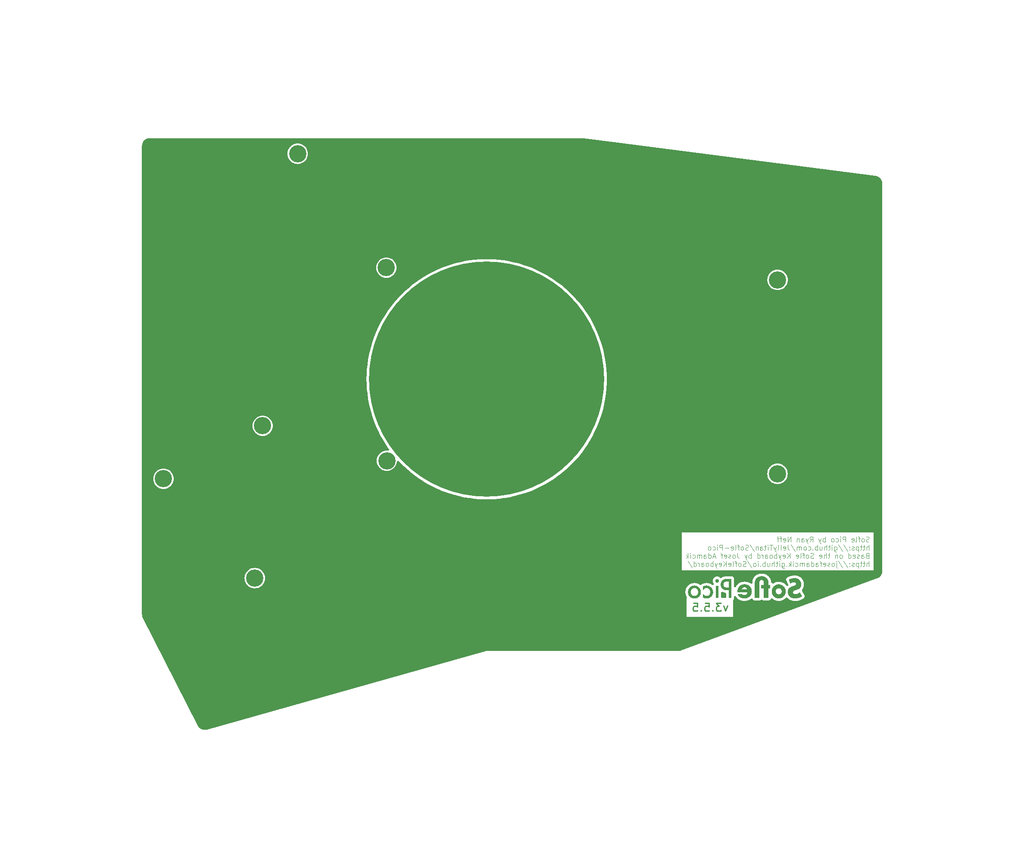
<source format=gbr>
%TF.GenerationSoftware,KiCad,Pcbnew,7.0.5-0*%
%TF.CreationDate,2024-02-11T16:35:11-08:00*%
%TF.ProjectId,Sofle_Pico_Bottom_Plate,536f666c-655f-4506-9963-6f5f426f7474,3.5.5*%
%TF.SameCoordinates,Original*%
%TF.FileFunction,Copper,L2,Bot*%
%TF.FilePolarity,Positive*%
%FSLAX46Y46*%
G04 Gerber Fmt 4.6, Leading zero omitted, Abs format (unit mm)*
G04 Created by KiCad (PCBNEW 7.0.5-0) date 2024-02-11 16:35:11*
%MOMM*%
%LPD*%
G01*
G04 APERTURE LIST*
%ADD10C,0.125000*%
%TA.AperFunction,NonConductor*%
%ADD11C,0.125000*%
%TD*%
%ADD12C,0.250000*%
%TA.AperFunction,NonConductor*%
%ADD13C,0.250000*%
%TD*%
%TA.AperFunction,ComponentPad*%
%ADD14C,3.400000*%
%TD*%
%TA.AperFunction,ComponentPad*%
%ADD15C,46.200000*%
%TD*%
G04 APERTURE END LIST*
D10*
D11*
X222227287Y-119793500D02*
X222084430Y-119841119D01*
X222084430Y-119841119D02*
X221846335Y-119841119D01*
X221846335Y-119841119D02*
X221751097Y-119793500D01*
X221751097Y-119793500D02*
X221703478Y-119745880D01*
X221703478Y-119745880D02*
X221655859Y-119650642D01*
X221655859Y-119650642D02*
X221655859Y-119555404D01*
X221655859Y-119555404D02*
X221703478Y-119460166D01*
X221703478Y-119460166D02*
X221751097Y-119412547D01*
X221751097Y-119412547D02*
X221846335Y-119364928D01*
X221846335Y-119364928D02*
X222036811Y-119317309D01*
X222036811Y-119317309D02*
X222132049Y-119269690D01*
X222132049Y-119269690D02*
X222179668Y-119222071D01*
X222179668Y-119222071D02*
X222227287Y-119126833D01*
X222227287Y-119126833D02*
X222227287Y-119031595D01*
X222227287Y-119031595D02*
X222179668Y-118936357D01*
X222179668Y-118936357D02*
X222132049Y-118888738D01*
X222132049Y-118888738D02*
X222036811Y-118841119D01*
X222036811Y-118841119D02*
X221798716Y-118841119D01*
X221798716Y-118841119D02*
X221655859Y-118888738D01*
X221084430Y-119841119D02*
X221179668Y-119793500D01*
X221179668Y-119793500D02*
X221227287Y-119745880D01*
X221227287Y-119745880D02*
X221274906Y-119650642D01*
X221274906Y-119650642D02*
X221274906Y-119364928D01*
X221274906Y-119364928D02*
X221227287Y-119269690D01*
X221227287Y-119269690D02*
X221179668Y-119222071D01*
X221179668Y-119222071D02*
X221084430Y-119174452D01*
X221084430Y-119174452D02*
X220941573Y-119174452D01*
X220941573Y-119174452D02*
X220846335Y-119222071D01*
X220846335Y-119222071D02*
X220798716Y-119269690D01*
X220798716Y-119269690D02*
X220751097Y-119364928D01*
X220751097Y-119364928D02*
X220751097Y-119650642D01*
X220751097Y-119650642D02*
X220798716Y-119745880D01*
X220798716Y-119745880D02*
X220846335Y-119793500D01*
X220846335Y-119793500D02*
X220941573Y-119841119D01*
X220941573Y-119841119D02*
X221084430Y-119841119D01*
X220465382Y-119174452D02*
X220084430Y-119174452D01*
X220322525Y-119841119D02*
X220322525Y-118983976D01*
X220322525Y-118983976D02*
X220274906Y-118888738D01*
X220274906Y-118888738D02*
X220179668Y-118841119D01*
X220179668Y-118841119D02*
X220084430Y-118841119D01*
X219608239Y-119841119D02*
X219703477Y-119793500D01*
X219703477Y-119793500D02*
X219751096Y-119698261D01*
X219751096Y-119698261D02*
X219751096Y-118841119D01*
X218846334Y-119793500D02*
X218941572Y-119841119D01*
X218941572Y-119841119D02*
X219132048Y-119841119D01*
X219132048Y-119841119D02*
X219227286Y-119793500D01*
X219227286Y-119793500D02*
X219274905Y-119698261D01*
X219274905Y-119698261D02*
X219274905Y-119317309D01*
X219274905Y-119317309D02*
X219227286Y-119222071D01*
X219227286Y-119222071D02*
X219132048Y-119174452D01*
X219132048Y-119174452D02*
X218941572Y-119174452D01*
X218941572Y-119174452D02*
X218846334Y-119222071D01*
X218846334Y-119222071D02*
X218798715Y-119317309D01*
X218798715Y-119317309D02*
X218798715Y-119412547D01*
X218798715Y-119412547D02*
X219274905Y-119507785D01*
X217608238Y-119841119D02*
X217608238Y-118841119D01*
X217608238Y-118841119D02*
X217227286Y-118841119D01*
X217227286Y-118841119D02*
X217132048Y-118888738D01*
X217132048Y-118888738D02*
X217084429Y-118936357D01*
X217084429Y-118936357D02*
X217036810Y-119031595D01*
X217036810Y-119031595D02*
X217036810Y-119174452D01*
X217036810Y-119174452D02*
X217084429Y-119269690D01*
X217084429Y-119269690D02*
X217132048Y-119317309D01*
X217132048Y-119317309D02*
X217227286Y-119364928D01*
X217227286Y-119364928D02*
X217608238Y-119364928D01*
X216608238Y-119841119D02*
X216608238Y-119174452D01*
X216608238Y-118841119D02*
X216655857Y-118888738D01*
X216655857Y-118888738D02*
X216608238Y-118936357D01*
X216608238Y-118936357D02*
X216560619Y-118888738D01*
X216560619Y-118888738D02*
X216608238Y-118841119D01*
X216608238Y-118841119D02*
X216608238Y-118936357D01*
X215703477Y-119793500D02*
X215798715Y-119841119D01*
X215798715Y-119841119D02*
X215989191Y-119841119D01*
X215989191Y-119841119D02*
X216084429Y-119793500D01*
X216084429Y-119793500D02*
X216132048Y-119745880D01*
X216132048Y-119745880D02*
X216179667Y-119650642D01*
X216179667Y-119650642D02*
X216179667Y-119364928D01*
X216179667Y-119364928D02*
X216132048Y-119269690D01*
X216132048Y-119269690D02*
X216084429Y-119222071D01*
X216084429Y-119222071D02*
X215989191Y-119174452D01*
X215989191Y-119174452D02*
X215798715Y-119174452D01*
X215798715Y-119174452D02*
X215703477Y-119222071D01*
X215132048Y-119841119D02*
X215227286Y-119793500D01*
X215227286Y-119793500D02*
X215274905Y-119745880D01*
X215274905Y-119745880D02*
X215322524Y-119650642D01*
X215322524Y-119650642D02*
X215322524Y-119364928D01*
X215322524Y-119364928D02*
X215274905Y-119269690D01*
X215274905Y-119269690D02*
X215227286Y-119222071D01*
X215227286Y-119222071D02*
X215132048Y-119174452D01*
X215132048Y-119174452D02*
X214989191Y-119174452D01*
X214989191Y-119174452D02*
X214893953Y-119222071D01*
X214893953Y-119222071D02*
X214846334Y-119269690D01*
X214846334Y-119269690D02*
X214798715Y-119364928D01*
X214798715Y-119364928D02*
X214798715Y-119650642D01*
X214798715Y-119650642D02*
X214846334Y-119745880D01*
X214846334Y-119745880D02*
X214893953Y-119793500D01*
X214893953Y-119793500D02*
X214989191Y-119841119D01*
X214989191Y-119841119D02*
X215132048Y-119841119D01*
X213608238Y-119841119D02*
X213608238Y-118841119D01*
X213608238Y-119222071D02*
X213513000Y-119174452D01*
X213513000Y-119174452D02*
X213322524Y-119174452D01*
X213322524Y-119174452D02*
X213227286Y-119222071D01*
X213227286Y-119222071D02*
X213179667Y-119269690D01*
X213179667Y-119269690D02*
X213132048Y-119364928D01*
X213132048Y-119364928D02*
X213132048Y-119650642D01*
X213132048Y-119650642D02*
X213179667Y-119745880D01*
X213179667Y-119745880D02*
X213227286Y-119793500D01*
X213227286Y-119793500D02*
X213322524Y-119841119D01*
X213322524Y-119841119D02*
X213513000Y-119841119D01*
X213513000Y-119841119D02*
X213608238Y-119793500D01*
X212798714Y-119174452D02*
X212560619Y-119841119D01*
X212322524Y-119174452D02*
X212560619Y-119841119D01*
X212560619Y-119841119D02*
X212655857Y-120079214D01*
X212655857Y-120079214D02*
X212703476Y-120126833D01*
X212703476Y-120126833D02*
X212798714Y-120174452D01*
X210608238Y-119841119D02*
X210941571Y-119364928D01*
X211179666Y-119841119D02*
X211179666Y-118841119D01*
X211179666Y-118841119D02*
X210798714Y-118841119D01*
X210798714Y-118841119D02*
X210703476Y-118888738D01*
X210703476Y-118888738D02*
X210655857Y-118936357D01*
X210655857Y-118936357D02*
X210608238Y-119031595D01*
X210608238Y-119031595D02*
X210608238Y-119174452D01*
X210608238Y-119174452D02*
X210655857Y-119269690D01*
X210655857Y-119269690D02*
X210703476Y-119317309D01*
X210703476Y-119317309D02*
X210798714Y-119364928D01*
X210798714Y-119364928D02*
X211179666Y-119364928D01*
X210274904Y-119174452D02*
X210036809Y-119841119D01*
X209798714Y-119174452D02*
X210036809Y-119841119D01*
X210036809Y-119841119D02*
X210132047Y-120079214D01*
X210132047Y-120079214D02*
X210179666Y-120126833D01*
X210179666Y-120126833D02*
X210274904Y-120174452D01*
X208989190Y-119841119D02*
X208989190Y-119317309D01*
X208989190Y-119317309D02*
X209036809Y-119222071D01*
X209036809Y-119222071D02*
X209132047Y-119174452D01*
X209132047Y-119174452D02*
X209322523Y-119174452D01*
X209322523Y-119174452D02*
X209417761Y-119222071D01*
X208989190Y-119793500D02*
X209084428Y-119841119D01*
X209084428Y-119841119D02*
X209322523Y-119841119D01*
X209322523Y-119841119D02*
X209417761Y-119793500D01*
X209417761Y-119793500D02*
X209465380Y-119698261D01*
X209465380Y-119698261D02*
X209465380Y-119603023D01*
X209465380Y-119603023D02*
X209417761Y-119507785D01*
X209417761Y-119507785D02*
X209322523Y-119460166D01*
X209322523Y-119460166D02*
X209084428Y-119460166D01*
X209084428Y-119460166D02*
X208989190Y-119412547D01*
X208512999Y-119174452D02*
X208512999Y-119841119D01*
X208512999Y-119269690D02*
X208465380Y-119222071D01*
X208465380Y-119222071D02*
X208370142Y-119174452D01*
X208370142Y-119174452D02*
X208227285Y-119174452D01*
X208227285Y-119174452D02*
X208132047Y-119222071D01*
X208132047Y-119222071D02*
X208084428Y-119317309D01*
X208084428Y-119317309D02*
X208084428Y-119841119D01*
X206846332Y-119841119D02*
X206846332Y-118841119D01*
X206846332Y-118841119D02*
X206274904Y-119841119D01*
X206274904Y-119841119D02*
X206274904Y-118841119D01*
X205417761Y-119793500D02*
X205512999Y-119841119D01*
X205512999Y-119841119D02*
X205703475Y-119841119D01*
X205703475Y-119841119D02*
X205798713Y-119793500D01*
X205798713Y-119793500D02*
X205846332Y-119698261D01*
X205846332Y-119698261D02*
X205846332Y-119317309D01*
X205846332Y-119317309D02*
X205798713Y-119222071D01*
X205798713Y-119222071D02*
X205703475Y-119174452D01*
X205703475Y-119174452D02*
X205512999Y-119174452D01*
X205512999Y-119174452D02*
X205417761Y-119222071D01*
X205417761Y-119222071D02*
X205370142Y-119317309D01*
X205370142Y-119317309D02*
X205370142Y-119412547D01*
X205370142Y-119412547D02*
X205846332Y-119507785D01*
X205084427Y-119174452D02*
X204703475Y-119174452D01*
X204941570Y-119841119D02*
X204941570Y-118983976D01*
X204941570Y-118983976D02*
X204893951Y-118888738D01*
X204893951Y-118888738D02*
X204798713Y-118841119D01*
X204798713Y-118841119D02*
X204703475Y-118841119D01*
X204512998Y-119174452D02*
X204132046Y-119174452D01*
X204370141Y-119841119D02*
X204370141Y-118983976D01*
X204370141Y-118983976D02*
X204322522Y-118888738D01*
X204322522Y-118888738D02*
X204227284Y-118841119D01*
X204227284Y-118841119D02*
X204132046Y-118841119D01*
X222179668Y-121451119D02*
X222179668Y-120451119D01*
X221751097Y-121451119D02*
X221751097Y-120927309D01*
X221751097Y-120927309D02*
X221798716Y-120832071D01*
X221798716Y-120832071D02*
X221893954Y-120784452D01*
X221893954Y-120784452D02*
X222036811Y-120784452D01*
X222036811Y-120784452D02*
X222132049Y-120832071D01*
X222132049Y-120832071D02*
X222179668Y-120879690D01*
X221417763Y-120784452D02*
X221036811Y-120784452D01*
X221274906Y-120451119D02*
X221274906Y-121308261D01*
X221274906Y-121308261D02*
X221227287Y-121403500D01*
X221227287Y-121403500D02*
X221132049Y-121451119D01*
X221132049Y-121451119D02*
X221036811Y-121451119D01*
X220846334Y-120784452D02*
X220465382Y-120784452D01*
X220703477Y-120451119D02*
X220703477Y-121308261D01*
X220703477Y-121308261D02*
X220655858Y-121403500D01*
X220655858Y-121403500D02*
X220560620Y-121451119D01*
X220560620Y-121451119D02*
X220465382Y-121451119D01*
X220132048Y-120784452D02*
X220132048Y-121784452D01*
X220132048Y-120832071D02*
X220036810Y-120784452D01*
X220036810Y-120784452D02*
X219846334Y-120784452D01*
X219846334Y-120784452D02*
X219751096Y-120832071D01*
X219751096Y-120832071D02*
X219703477Y-120879690D01*
X219703477Y-120879690D02*
X219655858Y-120974928D01*
X219655858Y-120974928D02*
X219655858Y-121260642D01*
X219655858Y-121260642D02*
X219703477Y-121355880D01*
X219703477Y-121355880D02*
X219751096Y-121403500D01*
X219751096Y-121403500D02*
X219846334Y-121451119D01*
X219846334Y-121451119D02*
X220036810Y-121451119D01*
X220036810Y-121451119D02*
X220132048Y-121403500D01*
X219274905Y-121403500D02*
X219179667Y-121451119D01*
X219179667Y-121451119D02*
X218989191Y-121451119D01*
X218989191Y-121451119D02*
X218893953Y-121403500D01*
X218893953Y-121403500D02*
X218846334Y-121308261D01*
X218846334Y-121308261D02*
X218846334Y-121260642D01*
X218846334Y-121260642D02*
X218893953Y-121165404D01*
X218893953Y-121165404D02*
X218989191Y-121117785D01*
X218989191Y-121117785D02*
X219132048Y-121117785D01*
X219132048Y-121117785D02*
X219227286Y-121070166D01*
X219227286Y-121070166D02*
X219274905Y-120974928D01*
X219274905Y-120974928D02*
X219274905Y-120927309D01*
X219274905Y-120927309D02*
X219227286Y-120832071D01*
X219227286Y-120832071D02*
X219132048Y-120784452D01*
X219132048Y-120784452D02*
X218989191Y-120784452D01*
X218989191Y-120784452D02*
X218893953Y-120832071D01*
X218417762Y-121355880D02*
X218370143Y-121403500D01*
X218370143Y-121403500D02*
X218417762Y-121451119D01*
X218417762Y-121451119D02*
X218465381Y-121403500D01*
X218465381Y-121403500D02*
X218417762Y-121355880D01*
X218417762Y-121355880D02*
X218417762Y-121451119D01*
X218417762Y-120832071D02*
X218370143Y-120879690D01*
X218370143Y-120879690D02*
X218417762Y-120927309D01*
X218417762Y-120927309D02*
X218465381Y-120879690D01*
X218465381Y-120879690D02*
X218417762Y-120832071D01*
X218417762Y-120832071D02*
X218417762Y-120927309D01*
X217227287Y-120403500D02*
X218084429Y-121689214D01*
X216179668Y-120403500D02*
X217036810Y-121689214D01*
X215417763Y-120784452D02*
X215417763Y-121593976D01*
X215417763Y-121593976D02*
X215465382Y-121689214D01*
X215465382Y-121689214D02*
X215513001Y-121736833D01*
X215513001Y-121736833D02*
X215608239Y-121784452D01*
X215608239Y-121784452D02*
X215751096Y-121784452D01*
X215751096Y-121784452D02*
X215846334Y-121736833D01*
X215417763Y-121403500D02*
X215513001Y-121451119D01*
X215513001Y-121451119D02*
X215703477Y-121451119D01*
X215703477Y-121451119D02*
X215798715Y-121403500D01*
X215798715Y-121403500D02*
X215846334Y-121355880D01*
X215846334Y-121355880D02*
X215893953Y-121260642D01*
X215893953Y-121260642D02*
X215893953Y-120974928D01*
X215893953Y-120974928D02*
X215846334Y-120879690D01*
X215846334Y-120879690D02*
X215798715Y-120832071D01*
X215798715Y-120832071D02*
X215703477Y-120784452D01*
X215703477Y-120784452D02*
X215513001Y-120784452D01*
X215513001Y-120784452D02*
X215417763Y-120832071D01*
X214941572Y-121451119D02*
X214941572Y-120784452D01*
X214941572Y-120451119D02*
X214989191Y-120498738D01*
X214989191Y-120498738D02*
X214941572Y-120546357D01*
X214941572Y-120546357D02*
X214893953Y-120498738D01*
X214893953Y-120498738D02*
X214941572Y-120451119D01*
X214941572Y-120451119D02*
X214941572Y-120546357D01*
X214608239Y-120784452D02*
X214227287Y-120784452D01*
X214465382Y-120451119D02*
X214465382Y-121308261D01*
X214465382Y-121308261D02*
X214417763Y-121403500D01*
X214417763Y-121403500D02*
X214322525Y-121451119D01*
X214322525Y-121451119D02*
X214227287Y-121451119D01*
X213893953Y-121451119D02*
X213893953Y-120451119D01*
X213465382Y-121451119D02*
X213465382Y-120927309D01*
X213465382Y-120927309D02*
X213513001Y-120832071D01*
X213513001Y-120832071D02*
X213608239Y-120784452D01*
X213608239Y-120784452D02*
X213751096Y-120784452D01*
X213751096Y-120784452D02*
X213846334Y-120832071D01*
X213846334Y-120832071D02*
X213893953Y-120879690D01*
X212560620Y-120784452D02*
X212560620Y-121451119D01*
X212989191Y-120784452D02*
X212989191Y-121308261D01*
X212989191Y-121308261D02*
X212941572Y-121403500D01*
X212941572Y-121403500D02*
X212846334Y-121451119D01*
X212846334Y-121451119D02*
X212703477Y-121451119D01*
X212703477Y-121451119D02*
X212608239Y-121403500D01*
X212608239Y-121403500D02*
X212560620Y-121355880D01*
X212084429Y-121451119D02*
X212084429Y-120451119D01*
X212084429Y-120832071D02*
X211989191Y-120784452D01*
X211989191Y-120784452D02*
X211798715Y-120784452D01*
X211798715Y-120784452D02*
X211703477Y-120832071D01*
X211703477Y-120832071D02*
X211655858Y-120879690D01*
X211655858Y-120879690D02*
X211608239Y-120974928D01*
X211608239Y-120974928D02*
X211608239Y-121260642D01*
X211608239Y-121260642D02*
X211655858Y-121355880D01*
X211655858Y-121355880D02*
X211703477Y-121403500D01*
X211703477Y-121403500D02*
X211798715Y-121451119D01*
X211798715Y-121451119D02*
X211989191Y-121451119D01*
X211989191Y-121451119D02*
X212084429Y-121403500D01*
X211179667Y-121355880D02*
X211132048Y-121403500D01*
X211132048Y-121403500D02*
X211179667Y-121451119D01*
X211179667Y-121451119D02*
X211227286Y-121403500D01*
X211227286Y-121403500D02*
X211179667Y-121355880D01*
X211179667Y-121355880D02*
X211179667Y-121451119D01*
X210274906Y-121403500D02*
X210370144Y-121451119D01*
X210370144Y-121451119D02*
X210560620Y-121451119D01*
X210560620Y-121451119D02*
X210655858Y-121403500D01*
X210655858Y-121403500D02*
X210703477Y-121355880D01*
X210703477Y-121355880D02*
X210751096Y-121260642D01*
X210751096Y-121260642D02*
X210751096Y-120974928D01*
X210751096Y-120974928D02*
X210703477Y-120879690D01*
X210703477Y-120879690D02*
X210655858Y-120832071D01*
X210655858Y-120832071D02*
X210560620Y-120784452D01*
X210560620Y-120784452D02*
X210370144Y-120784452D01*
X210370144Y-120784452D02*
X210274906Y-120832071D01*
X209703477Y-121451119D02*
X209798715Y-121403500D01*
X209798715Y-121403500D02*
X209846334Y-121355880D01*
X209846334Y-121355880D02*
X209893953Y-121260642D01*
X209893953Y-121260642D02*
X209893953Y-120974928D01*
X209893953Y-120974928D02*
X209846334Y-120879690D01*
X209846334Y-120879690D02*
X209798715Y-120832071D01*
X209798715Y-120832071D02*
X209703477Y-120784452D01*
X209703477Y-120784452D02*
X209560620Y-120784452D01*
X209560620Y-120784452D02*
X209465382Y-120832071D01*
X209465382Y-120832071D02*
X209417763Y-120879690D01*
X209417763Y-120879690D02*
X209370144Y-120974928D01*
X209370144Y-120974928D02*
X209370144Y-121260642D01*
X209370144Y-121260642D02*
X209417763Y-121355880D01*
X209417763Y-121355880D02*
X209465382Y-121403500D01*
X209465382Y-121403500D02*
X209560620Y-121451119D01*
X209560620Y-121451119D02*
X209703477Y-121451119D01*
X208941572Y-121451119D02*
X208941572Y-120784452D01*
X208941572Y-120879690D02*
X208893953Y-120832071D01*
X208893953Y-120832071D02*
X208798715Y-120784452D01*
X208798715Y-120784452D02*
X208655858Y-120784452D01*
X208655858Y-120784452D02*
X208560620Y-120832071D01*
X208560620Y-120832071D02*
X208513001Y-120927309D01*
X208513001Y-120927309D02*
X208513001Y-121451119D01*
X208513001Y-120927309D02*
X208465382Y-120832071D01*
X208465382Y-120832071D02*
X208370144Y-120784452D01*
X208370144Y-120784452D02*
X208227287Y-120784452D01*
X208227287Y-120784452D02*
X208132048Y-120832071D01*
X208132048Y-120832071D02*
X208084429Y-120927309D01*
X208084429Y-120927309D02*
X208084429Y-121451119D01*
X206893954Y-120403500D02*
X207751096Y-121689214D01*
X206274906Y-120451119D02*
X206274906Y-121165404D01*
X206274906Y-121165404D02*
X206322525Y-121308261D01*
X206322525Y-121308261D02*
X206417763Y-121403500D01*
X206417763Y-121403500D02*
X206560620Y-121451119D01*
X206560620Y-121451119D02*
X206655858Y-121451119D01*
X205417763Y-121403500D02*
X205513001Y-121451119D01*
X205513001Y-121451119D02*
X205703477Y-121451119D01*
X205703477Y-121451119D02*
X205798715Y-121403500D01*
X205798715Y-121403500D02*
X205846334Y-121308261D01*
X205846334Y-121308261D02*
X205846334Y-120927309D01*
X205846334Y-120927309D02*
X205798715Y-120832071D01*
X205798715Y-120832071D02*
X205703477Y-120784452D01*
X205703477Y-120784452D02*
X205513001Y-120784452D01*
X205513001Y-120784452D02*
X205417763Y-120832071D01*
X205417763Y-120832071D02*
X205370144Y-120927309D01*
X205370144Y-120927309D02*
X205370144Y-121022547D01*
X205370144Y-121022547D02*
X205846334Y-121117785D01*
X204798715Y-121451119D02*
X204893953Y-121403500D01*
X204893953Y-121403500D02*
X204941572Y-121308261D01*
X204941572Y-121308261D02*
X204941572Y-120451119D01*
X204274905Y-121451119D02*
X204370143Y-121403500D01*
X204370143Y-121403500D02*
X204417762Y-121308261D01*
X204417762Y-121308261D02*
X204417762Y-120451119D01*
X203989190Y-120784452D02*
X203751095Y-121451119D01*
X203513000Y-120784452D02*
X203751095Y-121451119D01*
X203751095Y-121451119D02*
X203846333Y-121689214D01*
X203846333Y-121689214D02*
X203893952Y-121736833D01*
X203893952Y-121736833D02*
X203989190Y-121784452D01*
X203274904Y-120451119D02*
X202703476Y-120451119D01*
X202989190Y-121451119D02*
X202989190Y-120451119D01*
X202370142Y-121451119D02*
X202370142Y-120784452D01*
X202370142Y-120451119D02*
X202417761Y-120498738D01*
X202417761Y-120498738D02*
X202370142Y-120546357D01*
X202370142Y-120546357D02*
X202322523Y-120498738D01*
X202322523Y-120498738D02*
X202370142Y-120451119D01*
X202370142Y-120451119D02*
X202370142Y-120546357D01*
X202036809Y-120784452D02*
X201655857Y-120784452D01*
X201893952Y-120451119D02*
X201893952Y-121308261D01*
X201893952Y-121308261D02*
X201846333Y-121403500D01*
X201846333Y-121403500D02*
X201751095Y-121451119D01*
X201751095Y-121451119D02*
X201655857Y-121451119D01*
X200893952Y-121451119D02*
X200893952Y-120927309D01*
X200893952Y-120927309D02*
X200941571Y-120832071D01*
X200941571Y-120832071D02*
X201036809Y-120784452D01*
X201036809Y-120784452D02*
X201227285Y-120784452D01*
X201227285Y-120784452D02*
X201322523Y-120832071D01*
X200893952Y-121403500D02*
X200989190Y-121451119D01*
X200989190Y-121451119D02*
X201227285Y-121451119D01*
X201227285Y-121451119D02*
X201322523Y-121403500D01*
X201322523Y-121403500D02*
X201370142Y-121308261D01*
X201370142Y-121308261D02*
X201370142Y-121213023D01*
X201370142Y-121213023D02*
X201322523Y-121117785D01*
X201322523Y-121117785D02*
X201227285Y-121070166D01*
X201227285Y-121070166D02*
X200989190Y-121070166D01*
X200989190Y-121070166D02*
X200893952Y-121022547D01*
X200417761Y-120784452D02*
X200417761Y-121451119D01*
X200417761Y-120879690D02*
X200370142Y-120832071D01*
X200370142Y-120832071D02*
X200274904Y-120784452D01*
X200274904Y-120784452D02*
X200132047Y-120784452D01*
X200132047Y-120784452D02*
X200036809Y-120832071D01*
X200036809Y-120832071D02*
X199989190Y-120927309D01*
X199989190Y-120927309D02*
X199989190Y-121451119D01*
X198798714Y-120403500D02*
X199655856Y-121689214D01*
X198512999Y-121403500D02*
X198370142Y-121451119D01*
X198370142Y-121451119D02*
X198132047Y-121451119D01*
X198132047Y-121451119D02*
X198036809Y-121403500D01*
X198036809Y-121403500D02*
X197989190Y-121355880D01*
X197989190Y-121355880D02*
X197941571Y-121260642D01*
X197941571Y-121260642D02*
X197941571Y-121165404D01*
X197941571Y-121165404D02*
X197989190Y-121070166D01*
X197989190Y-121070166D02*
X198036809Y-121022547D01*
X198036809Y-121022547D02*
X198132047Y-120974928D01*
X198132047Y-120974928D02*
X198322523Y-120927309D01*
X198322523Y-120927309D02*
X198417761Y-120879690D01*
X198417761Y-120879690D02*
X198465380Y-120832071D01*
X198465380Y-120832071D02*
X198512999Y-120736833D01*
X198512999Y-120736833D02*
X198512999Y-120641595D01*
X198512999Y-120641595D02*
X198465380Y-120546357D01*
X198465380Y-120546357D02*
X198417761Y-120498738D01*
X198417761Y-120498738D02*
X198322523Y-120451119D01*
X198322523Y-120451119D02*
X198084428Y-120451119D01*
X198084428Y-120451119D02*
X197941571Y-120498738D01*
X197370142Y-121451119D02*
X197465380Y-121403500D01*
X197465380Y-121403500D02*
X197512999Y-121355880D01*
X197512999Y-121355880D02*
X197560618Y-121260642D01*
X197560618Y-121260642D02*
X197560618Y-120974928D01*
X197560618Y-120974928D02*
X197512999Y-120879690D01*
X197512999Y-120879690D02*
X197465380Y-120832071D01*
X197465380Y-120832071D02*
X197370142Y-120784452D01*
X197370142Y-120784452D02*
X197227285Y-120784452D01*
X197227285Y-120784452D02*
X197132047Y-120832071D01*
X197132047Y-120832071D02*
X197084428Y-120879690D01*
X197084428Y-120879690D02*
X197036809Y-120974928D01*
X197036809Y-120974928D02*
X197036809Y-121260642D01*
X197036809Y-121260642D02*
X197084428Y-121355880D01*
X197084428Y-121355880D02*
X197132047Y-121403500D01*
X197132047Y-121403500D02*
X197227285Y-121451119D01*
X197227285Y-121451119D02*
X197370142Y-121451119D01*
X196751094Y-120784452D02*
X196370142Y-120784452D01*
X196608237Y-121451119D02*
X196608237Y-120593976D01*
X196608237Y-120593976D02*
X196560618Y-120498738D01*
X196560618Y-120498738D02*
X196465380Y-120451119D01*
X196465380Y-120451119D02*
X196370142Y-120451119D01*
X195893951Y-121451119D02*
X195989189Y-121403500D01*
X195989189Y-121403500D02*
X196036808Y-121308261D01*
X196036808Y-121308261D02*
X196036808Y-120451119D01*
X195132046Y-121403500D02*
X195227284Y-121451119D01*
X195227284Y-121451119D02*
X195417760Y-121451119D01*
X195417760Y-121451119D02*
X195512998Y-121403500D01*
X195512998Y-121403500D02*
X195560617Y-121308261D01*
X195560617Y-121308261D02*
X195560617Y-120927309D01*
X195560617Y-120927309D02*
X195512998Y-120832071D01*
X195512998Y-120832071D02*
X195417760Y-120784452D01*
X195417760Y-120784452D02*
X195227284Y-120784452D01*
X195227284Y-120784452D02*
X195132046Y-120832071D01*
X195132046Y-120832071D02*
X195084427Y-120927309D01*
X195084427Y-120927309D02*
X195084427Y-121022547D01*
X195084427Y-121022547D02*
X195560617Y-121117785D01*
X194655855Y-121070166D02*
X193893951Y-121070166D01*
X193417760Y-121451119D02*
X193417760Y-120451119D01*
X193417760Y-120451119D02*
X193036808Y-120451119D01*
X193036808Y-120451119D02*
X192941570Y-120498738D01*
X192941570Y-120498738D02*
X192893951Y-120546357D01*
X192893951Y-120546357D02*
X192846332Y-120641595D01*
X192846332Y-120641595D02*
X192846332Y-120784452D01*
X192846332Y-120784452D02*
X192893951Y-120879690D01*
X192893951Y-120879690D02*
X192941570Y-120927309D01*
X192941570Y-120927309D02*
X193036808Y-120974928D01*
X193036808Y-120974928D02*
X193417760Y-120974928D01*
X192417760Y-121451119D02*
X192417760Y-120784452D01*
X192417760Y-120451119D02*
X192465379Y-120498738D01*
X192465379Y-120498738D02*
X192417760Y-120546357D01*
X192417760Y-120546357D02*
X192370141Y-120498738D01*
X192370141Y-120498738D02*
X192417760Y-120451119D01*
X192417760Y-120451119D02*
X192417760Y-120546357D01*
X191512999Y-121403500D02*
X191608237Y-121451119D01*
X191608237Y-121451119D02*
X191798713Y-121451119D01*
X191798713Y-121451119D02*
X191893951Y-121403500D01*
X191893951Y-121403500D02*
X191941570Y-121355880D01*
X191941570Y-121355880D02*
X191989189Y-121260642D01*
X191989189Y-121260642D02*
X191989189Y-120974928D01*
X191989189Y-120974928D02*
X191941570Y-120879690D01*
X191941570Y-120879690D02*
X191893951Y-120832071D01*
X191893951Y-120832071D02*
X191798713Y-120784452D01*
X191798713Y-120784452D02*
X191608237Y-120784452D01*
X191608237Y-120784452D02*
X191512999Y-120832071D01*
X190941570Y-121451119D02*
X191036808Y-121403500D01*
X191036808Y-121403500D02*
X191084427Y-121355880D01*
X191084427Y-121355880D02*
X191132046Y-121260642D01*
X191132046Y-121260642D02*
X191132046Y-120974928D01*
X191132046Y-120974928D02*
X191084427Y-120879690D01*
X191084427Y-120879690D02*
X191036808Y-120832071D01*
X191036808Y-120832071D02*
X190941570Y-120784452D01*
X190941570Y-120784452D02*
X190798713Y-120784452D01*
X190798713Y-120784452D02*
X190703475Y-120832071D01*
X190703475Y-120832071D02*
X190655856Y-120879690D01*
X190655856Y-120879690D02*
X190608237Y-120974928D01*
X190608237Y-120974928D02*
X190608237Y-121260642D01*
X190608237Y-121260642D02*
X190655856Y-121355880D01*
X190655856Y-121355880D02*
X190703475Y-121403500D01*
X190703475Y-121403500D02*
X190798713Y-121451119D01*
X190798713Y-121451119D02*
X190941570Y-121451119D01*
X221846335Y-122537309D02*
X221703478Y-122584928D01*
X221703478Y-122584928D02*
X221655859Y-122632547D01*
X221655859Y-122632547D02*
X221608240Y-122727785D01*
X221608240Y-122727785D02*
X221608240Y-122870642D01*
X221608240Y-122870642D02*
X221655859Y-122965880D01*
X221655859Y-122965880D02*
X221703478Y-123013500D01*
X221703478Y-123013500D02*
X221798716Y-123061119D01*
X221798716Y-123061119D02*
X222179668Y-123061119D01*
X222179668Y-123061119D02*
X222179668Y-122061119D01*
X222179668Y-122061119D02*
X221846335Y-122061119D01*
X221846335Y-122061119D02*
X221751097Y-122108738D01*
X221751097Y-122108738D02*
X221703478Y-122156357D01*
X221703478Y-122156357D02*
X221655859Y-122251595D01*
X221655859Y-122251595D02*
X221655859Y-122346833D01*
X221655859Y-122346833D02*
X221703478Y-122442071D01*
X221703478Y-122442071D02*
X221751097Y-122489690D01*
X221751097Y-122489690D02*
X221846335Y-122537309D01*
X221846335Y-122537309D02*
X222179668Y-122537309D01*
X220751097Y-123061119D02*
X220751097Y-122537309D01*
X220751097Y-122537309D02*
X220798716Y-122442071D01*
X220798716Y-122442071D02*
X220893954Y-122394452D01*
X220893954Y-122394452D02*
X221084430Y-122394452D01*
X221084430Y-122394452D02*
X221179668Y-122442071D01*
X220751097Y-123013500D02*
X220846335Y-123061119D01*
X220846335Y-123061119D02*
X221084430Y-123061119D01*
X221084430Y-123061119D02*
X221179668Y-123013500D01*
X221179668Y-123013500D02*
X221227287Y-122918261D01*
X221227287Y-122918261D02*
X221227287Y-122823023D01*
X221227287Y-122823023D02*
X221179668Y-122727785D01*
X221179668Y-122727785D02*
X221084430Y-122680166D01*
X221084430Y-122680166D02*
X220846335Y-122680166D01*
X220846335Y-122680166D02*
X220751097Y-122632547D01*
X220322525Y-123013500D02*
X220227287Y-123061119D01*
X220227287Y-123061119D02*
X220036811Y-123061119D01*
X220036811Y-123061119D02*
X219941573Y-123013500D01*
X219941573Y-123013500D02*
X219893954Y-122918261D01*
X219893954Y-122918261D02*
X219893954Y-122870642D01*
X219893954Y-122870642D02*
X219941573Y-122775404D01*
X219941573Y-122775404D02*
X220036811Y-122727785D01*
X220036811Y-122727785D02*
X220179668Y-122727785D01*
X220179668Y-122727785D02*
X220274906Y-122680166D01*
X220274906Y-122680166D02*
X220322525Y-122584928D01*
X220322525Y-122584928D02*
X220322525Y-122537309D01*
X220322525Y-122537309D02*
X220274906Y-122442071D01*
X220274906Y-122442071D02*
X220179668Y-122394452D01*
X220179668Y-122394452D02*
X220036811Y-122394452D01*
X220036811Y-122394452D02*
X219941573Y-122442071D01*
X219084430Y-123013500D02*
X219179668Y-123061119D01*
X219179668Y-123061119D02*
X219370144Y-123061119D01*
X219370144Y-123061119D02*
X219465382Y-123013500D01*
X219465382Y-123013500D02*
X219513001Y-122918261D01*
X219513001Y-122918261D02*
X219513001Y-122537309D01*
X219513001Y-122537309D02*
X219465382Y-122442071D01*
X219465382Y-122442071D02*
X219370144Y-122394452D01*
X219370144Y-122394452D02*
X219179668Y-122394452D01*
X219179668Y-122394452D02*
X219084430Y-122442071D01*
X219084430Y-122442071D02*
X219036811Y-122537309D01*
X219036811Y-122537309D02*
X219036811Y-122632547D01*
X219036811Y-122632547D02*
X219513001Y-122727785D01*
X218179668Y-123061119D02*
X218179668Y-122061119D01*
X218179668Y-123013500D02*
X218274906Y-123061119D01*
X218274906Y-123061119D02*
X218465382Y-123061119D01*
X218465382Y-123061119D02*
X218560620Y-123013500D01*
X218560620Y-123013500D02*
X218608239Y-122965880D01*
X218608239Y-122965880D02*
X218655858Y-122870642D01*
X218655858Y-122870642D02*
X218655858Y-122584928D01*
X218655858Y-122584928D02*
X218608239Y-122489690D01*
X218608239Y-122489690D02*
X218560620Y-122442071D01*
X218560620Y-122442071D02*
X218465382Y-122394452D01*
X218465382Y-122394452D02*
X218274906Y-122394452D01*
X218274906Y-122394452D02*
X218179668Y-122442071D01*
X216798715Y-123061119D02*
X216893953Y-123013500D01*
X216893953Y-123013500D02*
X216941572Y-122965880D01*
X216941572Y-122965880D02*
X216989191Y-122870642D01*
X216989191Y-122870642D02*
X216989191Y-122584928D01*
X216989191Y-122584928D02*
X216941572Y-122489690D01*
X216941572Y-122489690D02*
X216893953Y-122442071D01*
X216893953Y-122442071D02*
X216798715Y-122394452D01*
X216798715Y-122394452D02*
X216655858Y-122394452D01*
X216655858Y-122394452D02*
X216560620Y-122442071D01*
X216560620Y-122442071D02*
X216513001Y-122489690D01*
X216513001Y-122489690D02*
X216465382Y-122584928D01*
X216465382Y-122584928D02*
X216465382Y-122870642D01*
X216465382Y-122870642D02*
X216513001Y-122965880D01*
X216513001Y-122965880D02*
X216560620Y-123013500D01*
X216560620Y-123013500D02*
X216655858Y-123061119D01*
X216655858Y-123061119D02*
X216798715Y-123061119D01*
X216036810Y-122394452D02*
X216036810Y-123061119D01*
X216036810Y-122489690D02*
X215989191Y-122442071D01*
X215989191Y-122442071D02*
X215893953Y-122394452D01*
X215893953Y-122394452D02*
X215751096Y-122394452D01*
X215751096Y-122394452D02*
X215655858Y-122442071D01*
X215655858Y-122442071D02*
X215608239Y-122537309D01*
X215608239Y-122537309D02*
X215608239Y-123061119D01*
X214513000Y-122394452D02*
X214132048Y-122394452D01*
X214370143Y-122061119D02*
X214370143Y-122918261D01*
X214370143Y-122918261D02*
X214322524Y-123013500D01*
X214322524Y-123013500D02*
X214227286Y-123061119D01*
X214227286Y-123061119D02*
X214132048Y-123061119D01*
X213798714Y-123061119D02*
X213798714Y-122061119D01*
X213370143Y-123061119D02*
X213370143Y-122537309D01*
X213370143Y-122537309D02*
X213417762Y-122442071D01*
X213417762Y-122442071D02*
X213513000Y-122394452D01*
X213513000Y-122394452D02*
X213655857Y-122394452D01*
X213655857Y-122394452D02*
X213751095Y-122442071D01*
X213751095Y-122442071D02*
X213798714Y-122489690D01*
X212513000Y-123013500D02*
X212608238Y-123061119D01*
X212608238Y-123061119D02*
X212798714Y-123061119D01*
X212798714Y-123061119D02*
X212893952Y-123013500D01*
X212893952Y-123013500D02*
X212941571Y-122918261D01*
X212941571Y-122918261D02*
X212941571Y-122537309D01*
X212941571Y-122537309D02*
X212893952Y-122442071D01*
X212893952Y-122442071D02*
X212798714Y-122394452D01*
X212798714Y-122394452D02*
X212608238Y-122394452D01*
X212608238Y-122394452D02*
X212513000Y-122442071D01*
X212513000Y-122442071D02*
X212465381Y-122537309D01*
X212465381Y-122537309D02*
X212465381Y-122632547D01*
X212465381Y-122632547D02*
X212941571Y-122727785D01*
X211322523Y-123013500D02*
X211179666Y-123061119D01*
X211179666Y-123061119D02*
X210941571Y-123061119D01*
X210941571Y-123061119D02*
X210846333Y-123013500D01*
X210846333Y-123013500D02*
X210798714Y-122965880D01*
X210798714Y-122965880D02*
X210751095Y-122870642D01*
X210751095Y-122870642D02*
X210751095Y-122775404D01*
X210751095Y-122775404D02*
X210798714Y-122680166D01*
X210798714Y-122680166D02*
X210846333Y-122632547D01*
X210846333Y-122632547D02*
X210941571Y-122584928D01*
X210941571Y-122584928D02*
X211132047Y-122537309D01*
X211132047Y-122537309D02*
X211227285Y-122489690D01*
X211227285Y-122489690D02*
X211274904Y-122442071D01*
X211274904Y-122442071D02*
X211322523Y-122346833D01*
X211322523Y-122346833D02*
X211322523Y-122251595D01*
X211322523Y-122251595D02*
X211274904Y-122156357D01*
X211274904Y-122156357D02*
X211227285Y-122108738D01*
X211227285Y-122108738D02*
X211132047Y-122061119D01*
X211132047Y-122061119D02*
X210893952Y-122061119D01*
X210893952Y-122061119D02*
X210751095Y-122108738D01*
X210179666Y-123061119D02*
X210274904Y-123013500D01*
X210274904Y-123013500D02*
X210322523Y-122965880D01*
X210322523Y-122965880D02*
X210370142Y-122870642D01*
X210370142Y-122870642D02*
X210370142Y-122584928D01*
X210370142Y-122584928D02*
X210322523Y-122489690D01*
X210322523Y-122489690D02*
X210274904Y-122442071D01*
X210274904Y-122442071D02*
X210179666Y-122394452D01*
X210179666Y-122394452D02*
X210036809Y-122394452D01*
X210036809Y-122394452D02*
X209941571Y-122442071D01*
X209941571Y-122442071D02*
X209893952Y-122489690D01*
X209893952Y-122489690D02*
X209846333Y-122584928D01*
X209846333Y-122584928D02*
X209846333Y-122870642D01*
X209846333Y-122870642D02*
X209893952Y-122965880D01*
X209893952Y-122965880D02*
X209941571Y-123013500D01*
X209941571Y-123013500D02*
X210036809Y-123061119D01*
X210036809Y-123061119D02*
X210179666Y-123061119D01*
X209560618Y-122394452D02*
X209179666Y-122394452D01*
X209417761Y-123061119D02*
X209417761Y-122203976D01*
X209417761Y-122203976D02*
X209370142Y-122108738D01*
X209370142Y-122108738D02*
X209274904Y-122061119D01*
X209274904Y-122061119D02*
X209179666Y-122061119D01*
X208703475Y-123061119D02*
X208798713Y-123013500D01*
X208798713Y-123013500D02*
X208846332Y-122918261D01*
X208846332Y-122918261D02*
X208846332Y-122061119D01*
X207941570Y-123013500D02*
X208036808Y-123061119D01*
X208036808Y-123061119D02*
X208227284Y-123061119D01*
X208227284Y-123061119D02*
X208322522Y-123013500D01*
X208322522Y-123013500D02*
X208370141Y-122918261D01*
X208370141Y-122918261D02*
X208370141Y-122537309D01*
X208370141Y-122537309D02*
X208322522Y-122442071D01*
X208322522Y-122442071D02*
X208227284Y-122394452D01*
X208227284Y-122394452D02*
X208036808Y-122394452D01*
X208036808Y-122394452D02*
X207941570Y-122442071D01*
X207941570Y-122442071D02*
X207893951Y-122537309D01*
X207893951Y-122537309D02*
X207893951Y-122632547D01*
X207893951Y-122632547D02*
X208370141Y-122727785D01*
X206703474Y-123061119D02*
X206703474Y-122061119D01*
X206132046Y-123061119D02*
X206560617Y-122489690D01*
X206132046Y-122061119D02*
X206703474Y-122632547D01*
X205322522Y-123013500D02*
X205417760Y-123061119D01*
X205417760Y-123061119D02*
X205608236Y-123061119D01*
X205608236Y-123061119D02*
X205703474Y-123013500D01*
X205703474Y-123013500D02*
X205751093Y-122918261D01*
X205751093Y-122918261D02*
X205751093Y-122537309D01*
X205751093Y-122537309D02*
X205703474Y-122442071D01*
X205703474Y-122442071D02*
X205608236Y-122394452D01*
X205608236Y-122394452D02*
X205417760Y-122394452D01*
X205417760Y-122394452D02*
X205322522Y-122442071D01*
X205322522Y-122442071D02*
X205274903Y-122537309D01*
X205274903Y-122537309D02*
X205274903Y-122632547D01*
X205274903Y-122632547D02*
X205751093Y-122727785D01*
X204941569Y-122394452D02*
X204703474Y-123061119D01*
X204465379Y-122394452D02*
X204703474Y-123061119D01*
X204703474Y-123061119D02*
X204798712Y-123299214D01*
X204798712Y-123299214D02*
X204846331Y-123346833D01*
X204846331Y-123346833D02*
X204941569Y-123394452D01*
X204084426Y-123061119D02*
X204084426Y-122061119D01*
X204084426Y-122442071D02*
X203989188Y-122394452D01*
X203989188Y-122394452D02*
X203798712Y-122394452D01*
X203798712Y-122394452D02*
X203703474Y-122442071D01*
X203703474Y-122442071D02*
X203655855Y-122489690D01*
X203655855Y-122489690D02*
X203608236Y-122584928D01*
X203608236Y-122584928D02*
X203608236Y-122870642D01*
X203608236Y-122870642D02*
X203655855Y-122965880D01*
X203655855Y-122965880D02*
X203703474Y-123013500D01*
X203703474Y-123013500D02*
X203798712Y-123061119D01*
X203798712Y-123061119D02*
X203989188Y-123061119D01*
X203989188Y-123061119D02*
X204084426Y-123013500D01*
X203036807Y-123061119D02*
X203132045Y-123013500D01*
X203132045Y-123013500D02*
X203179664Y-122965880D01*
X203179664Y-122965880D02*
X203227283Y-122870642D01*
X203227283Y-122870642D02*
X203227283Y-122584928D01*
X203227283Y-122584928D02*
X203179664Y-122489690D01*
X203179664Y-122489690D02*
X203132045Y-122442071D01*
X203132045Y-122442071D02*
X203036807Y-122394452D01*
X203036807Y-122394452D02*
X202893950Y-122394452D01*
X202893950Y-122394452D02*
X202798712Y-122442071D01*
X202798712Y-122442071D02*
X202751093Y-122489690D01*
X202751093Y-122489690D02*
X202703474Y-122584928D01*
X202703474Y-122584928D02*
X202703474Y-122870642D01*
X202703474Y-122870642D02*
X202751093Y-122965880D01*
X202751093Y-122965880D02*
X202798712Y-123013500D01*
X202798712Y-123013500D02*
X202893950Y-123061119D01*
X202893950Y-123061119D02*
X203036807Y-123061119D01*
X201846331Y-123061119D02*
X201846331Y-122537309D01*
X201846331Y-122537309D02*
X201893950Y-122442071D01*
X201893950Y-122442071D02*
X201989188Y-122394452D01*
X201989188Y-122394452D02*
X202179664Y-122394452D01*
X202179664Y-122394452D02*
X202274902Y-122442071D01*
X201846331Y-123013500D02*
X201941569Y-123061119D01*
X201941569Y-123061119D02*
X202179664Y-123061119D01*
X202179664Y-123061119D02*
X202274902Y-123013500D01*
X202274902Y-123013500D02*
X202322521Y-122918261D01*
X202322521Y-122918261D02*
X202322521Y-122823023D01*
X202322521Y-122823023D02*
X202274902Y-122727785D01*
X202274902Y-122727785D02*
X202179664Y-122680166D01*
X202179664Y-122680166D02*
X201941569Y-122680166D01*
X201941569Y-122680166D02*
X201846331Y-122632547D01*
X201370140Y-123061119D02*
X201370140Y-122394452D01*
X201370140Y-122584928D02*
X201322521Y-122489690D01*
X201322521Y-122489690D02*
X201274902Y-122442071D01*
X201274902Y-122442071D02*
X201179664Y-122394452D01*
X201179664Y-122394452D02*
X201084426Y-122394452D01*
X200322521Y-123061119D02*
X200322521Y-122061119D01*
X200322521Y-123013500D02*
X200417759Y-123061119D01*
X200417759Y-123061119D02*
X200608235Y-123061119D01*
X200608235Y-123061119D02*
X200703473Y-123013500D01*
X200703473Y-123013500D02*
X200751092Y-122965880D01*
X200751092Y-122965880D02*
X200798711Y-122870642D01*
X200798711Y-122870642D02*
X200798711Y-122584928D01*
X200798711Y-122584928D02*
X200751092Y-122489690D01*
X200751092Y-122489690D02*
X200703473Y-122442071D01*
X200703473Y-122442071D02*
X200608235Y-122394452D01*
X200608235Y-122394452D02*
X200417759Y-122394452D01*
X200417759Y-122394452D02*
X200322521Y-122442071D01*
X199084425Y-123061119D02*
X199084425Y-122061119D01*
X199084425Y-122442071D02*
X198989187Y-122394452D01*
X198989187Y-122394452D02*
X198798711Y-122394452D01*
X198798711Y-122394452D02*
X198703473Y-122442071D01*
X198703473Y-122442071D02*
X198655854Y-122489690D01*
X198655854Y-122489690D02*
X198608235Y-122584928D01*
X198608235Y-122584928D02*
X198608235Y-122870642D01*
X198608235Y-122870642D02*
X198655854Y-122965880D01*
X198655854Y-122965880D02*
X198703473Y-123013500D01*
X198703473Y-123013500D02*
X198798711Y-123061119D01*
X198798711Y-123061119D02*
X198989187Y-123061119D01*
X198989187Y-123061119D02*
X199084425Y-123013500D01*
X198274901Y-122394452D02*
X198036806Y-123061119D01*
X197798711Y-122394452D02*
X198036806Y-123061119D01*
X198036806Y-123061119D02*
X198132044Y-123299214D01*
X198132044Y-123299214D02*
X198179663Y-123346833D01*
X198179663Y-123346833D02*
X198274901Y-123394452D01*
X196370139Y-122061119D02*
X196370139Y-122775404D01*
X196370139Y-122775404D02*
X196417758Y-122918261D01*
X196417758Y-122918261D02*
X196512996Y-123013500D01*
X196512996Y-123013500D02*
X196655853Y-123061119D01*
X196655853Y-123061119D02*
X196751091Y-123061119D01*
X195751091Y-123061119D02*
X195846329Y-123013500D01*
X195846329Y-123013500D02*
X195893948Y-122965880D01*
X195893948Y-122965880D02*
X195941567Y-122870642D01*
X195941567Y-122870642D02*
X195941567Y-122584928D01*
X195941567Y-122584928D02*
X195893948Y-122489690D01*
X195893948Y-122489690D02*
X195846329Y-122442071D01*
X195846329Y-122442071D02*
X195751091Y-122394452D01*
X195751091Y-122394452D02*
X195608234Y-122394452D01*
X195608234Y-122394452D02*
X195512996Y-122442071D01*
X195512996Y-122442071D02*
X195465377Y-122489690D01*
X195465377Y-122489690D02*
X195417758Y-122584928D01*
X195417758Y-122584928D02*
X195417758Y-122870642D01*
X195417758Y-122870642D02*
X195465377Y-122965880D01*
X195465377Y-122965880D02*
X195512996Y-123013500D01*
X195512996Y-123013500D02*
X195608234Y-123061119D01*
X195608234Y-123061119D02*
X195751091Y-123061119D01*
X195036805Y-123013500D02*
X194941567Y-123061119D01*
X194941567Y-123061119D02*
X194751091Y-123061119D01*
X194751091Y-123061119D02*
X194655853Y-123013500D01*
X194655853Y-123013500D02*
X194608234Y-122918261D01*
X194608234Y-122918261D02*
X194608234Y-122870642D01*
X194608234Y-122870642D02*
X194655853Y-122775404D01*
X194655853Y-122775404D02*
X194751091Y-122727785D01*
X194751091Y-122727785D02*
X194893948Y-122727785D01*
X194893948Y-122727785D02*
X194989186Y-122680166D01*
X194989186Y-122680166D02*
X195036805Y-122584928D01*
X195036805Y-122584928D02*
X195036805Y-122537309D01*
X195036805Y-122537309D02*
X194989186Y-122442071D01*
X194989186Y-122442071D02*
X194893948Y-122394452D01*
X194893948Y-122394452D02*
X194751091Y-122394452D01*
X194751091Y-122394452D02*
X194655853Y-122442071D01*
X193798710Y-123013500D02*
X193893948Y-123061119D01*
X193893948Y-123061119D02*
X194084424Y-123061119D01*
X194084424Y-123061119D02*
X194179662Y-123013500D01*
X194179662Y-123013500D02*
X194227281Y-122918261D01*
X194227281Y-122918261D02*
X194227281Y-122537309D01*
X194227281Y-122537309D02*
X194179662Y-122442071D01*
X194179662Y-122442071D02*
X194084424Y-122394452D01*
X194084424Y-122394452D02*
X193893948Y-122394452D01*
X193893948Y-122394452D02*
X193798710Y-122442071D01*
X193798710Y-122442071D02*
X193751091Y-122537309D01*
X193751091Y-122537309D02*
X193751091Y-122632547D01*
X193751091Y-122632547D02*
X194227281Y-122727785D01*
X193465376Y-122394452D02*
X193084424Y-122394452D01*
X193322519Y-123061119D02*
X193322519Y-122203976D01*
X193322519Y-122203976D02*
X193274900Y-122108738D01*
X193274900Y-122108738D02*
X193179662Y-122061119D01*
X193179662Y-122061119D02*
X193084424Y-122061119D01*
X192036804Y-122775404D02*
X191560614Y-122775404D01*
X192132042Y-123061119D02*
X191798709Y-122061119D01*
X191798709Y-122061119D02*
X191465376Y-123061119D01*
X190703471Y-123061119D02*
X190703471Y-122061119D01*
X190703471Y-123013500D02*
X190798709Y-123061119D01*
X190798709Y-123061119D02*
X190989185Y-123061119D01*
X190989185Y-123061119D02*
X191084423Y-123013500D01*
X191084423Y-123013500D02*
X191132042Y-122965880D01*
X191132042Y-122965880D02*
X191179661Y-122870642D01*
X191179661Y-122870642D02*
X191179661Y-122584928D01*
X191179661Y-122584928D02*
X191132042Y-122489690D01*
X191132042Y-122489690D02*
X191084423Y-122442071D01*
X191084423Y-122442071D02*
X190989185Y-122394452D01*
X190989185Y-122394452D02*
X190798709Y-122394452D01*
X190798709Y-122394452D02*
X190703471Y-122442071D01*
X189798709Y-123061119D02*
X189798709Y-122537309D01*
X189798709Y-122537309D02*
X189846328Y-122442071D01*
X189846328Y-122442071D02*
X189941566Y-122394452D01*
X189941566Y-122394452D02*
X190132042Y-122394452D01*
X190132042Y-122394452D02*
X190227280Y-122442071D01*
X189798709Y-123013500D02*
X189893947Y-123061119D01*
X189893947Y-123061119D02*
X190132042Y-123061119D01*
X190132042Y-123061119D02*
X190227280Y-123013500D01*
X190227280Y-123013500D02*
X190274899Y-122918261D01*
X190274899Y-122918261D02*
X190274899Y-122823023D01*
X190274899Y-122823023D02*
X190227280Y-122727785D01*
X190227280Y-122727785D02*
X190132042Y-122680166D01*
X190132042Y-122680166D02*
X189893947Y-122680166D01*
X189893947Y-122680166D02*
X189798709Y-122632547D01*
X189322518Y-123061119D02*
X189322518Y-122394452D01*
X189322518Y-122489690D02*
X189274899Y-122442071D01*
X189274899Y-122442071D02*
X189179661Y-122394452D01*
X189179661Y-122394452D02*
X189036804Y-122394452D01*
X189036804Y-122394452D02*
X188941566Y-122442071D01*
X188941566Y-122442071D02*
X188893947Y-122537309D01*
X188893947Y-122537309D02*
X188893947Y-123061119D01*
X188893947Y-122537309D02*
X188846328Y-122442071D01*
X188846328Y-122442071D02*
X188751090Y-122394452D01*
X188751090Y-122394452D02*
X188608233Y-122394452D01*
X188608233Y-122394452D02*
X188512994Y-122442071D01*
X188512994Y-122442071D02*
X188465375Y-122537309D01*
X188465375Y-122537309D02*
X188465375Y-123061119D01*
X187560614Y-123013500D02*
X187655852Y-123061119D01*
X187655852Y-123061119D02*
X187846328Y-123061119D01*
X187846328Y-123061119D02*
X187941566Y-123013500D01*
X187941566Y-123013500D02*
X187989185Y-122965880D01*
X187989185Y-122965880D02*
X188036804Y-122870642D01*
X188036804Y-122870642D02*
X188036804Y-122584928D01*
X188036804Y-122584928D02*
X187989185Y-122489690D01*
X187989185Y-122489690D02*
X187941566Y-122442071D01*
X187941566Y-122442071D02*
X187846328Y-122394452D01*
X187846328Y-122394452D02*
X187655852Y-122394452D01*
X187655852Y-122394452D02*
X187560614Y-122442071D01*
X187132042Y-123061119D02*
X187132042Y-122394452D01*
X187132042Y-122061119D02*
X187179661Y-122108738D01*
X187179661Y-122108738D02*
X187132042Y-122156357D01*
X187132042Y-122156357D02*
X187084423Y-122108738D01*
X187084423Y-122108738D02*
X187132042Y-122061119D01*
X187132042Y-122061119D02*
X187132042Y-122156357D01*
X186655852Y-123061119D02*
X186655852Y-122061119D01*
X186560614Y-122680166D02*
X186274900Y-123061119D01*
X186274900Y-122394452D02*
X186655852Y-122775404D01*
X222179668Y-124671119D02*
X222179668Y-123671119D01*
X221751097Y-124671119D02*
X221751097Y-124147309D01*
X221751097Y-124147309D02*
X221798716Y-124052071D01*
X221798716Y-124052071D02*
X221893954Y-124004452D01*
X221893954Y-124004452D02*
X222036811Y-124004452D01*
X222036811Y-124004452D02*
X222132049Y-124052071D01*
X222132049Y-124052071D02*
X222179668Y-124099690D01*
X221417763Y-124004452D02*
X221036811Y-124004452D01*
X221274906Y-123671119D02*
X221274906Y-124528261D01*
X221274906Y-124528261D02*
X221227287Y-124623500D01*
X221227287Y-124623500D02*
X221132049Y-124671119D01*
X221132049Y-124671119D02*
X221036811Y-124671119D01*
X220846334Y-124004452D02*
X220465382Y-124004452D01*
X220703477Y-123671119D02*
X220703477Y-124528261D01*
X220703477Y-124528261D02*
X220655858Y-124623500D01*
X220655858Y-124623500D02*
X220560620Y-124671119D01*
X220560620Y-124671119D02*
X220465382Y-124671119D01*
X220132048Y-124004452D02*
X220132048Y-125004452D01*
X220132048Y-124052071D02*
X220036810Y-124004452D01*
X220036810Y-124004452D02*
X219846334Y-124004452D01*
X219846334Y-124004452D02*
X219751096Y-124052071D01*
X219751096Y-124052071D02*
X219703477Y-124099690D01*
X219703477Y-124099690D02*
X219655858Y-124194928D01*
X219655858Y-124194928D02*
X219655858Y-124480642D01*
X219655858Y-124480642D02*
X219703477Y-124575880D01*
X219703477Y-124575880D02*
X219751096Y-124623500D01*
X219751096Y-124623500D02*
X219846334Y-124671119D01*
X219846334Y-124671119D02*
X220036810Y-124671119D01*
X220036810Y-124671119D02*
X220132048Y-124623500D01*
X219274905Y-124623500D02*
X219179667Y-124671119D01*
X219179667Y-124671119D02*
X218989191Y-124671119D01*
X218989191Y-124671119D02*
X218893953Y-124623500D01*
X218893953Y-124623500D02*
X218846334Y-124528261D01*
X218846334Y-124528261D02*
X218846334Y-124480642D01*
X218846334Y-124480642D02*
X218893953Y-124385404D01*
X218893953Y-124385404D02*
X218989191Y-124337785D01*
X218989191Y-124337785D02*
X219132048Y-124337785D01*
X219132048Y-124337785D02*
X219227286Y-124290166D01*
X219227286Y-124290166D02*
X219274905Y-124194928D01*
X219274905Y-124194928D02*
X219274905Y-124147309D01*
X219274905Y-124147309D02*
X219227286Y-124052071D01*
X219227286Y-124052071D02*
X219132048Y-124004452D01*
X219132048Y-124004452D02*
X218989191Y-124004452D01*
X218989191Y-124004452D02*
X218893953Y-124052071D01*
X218417762Y-124575880D02*
X218370143Y-124623500D01*
X218370143Y-124623500D02*
X218417762Y-124671119D01*
X218417762Y-124671119D02*
X218465381Y-124623500D01*
X218465381Y-124623500D02*
X218417762Y-124575880D01*
X218417762Y-124575880D02*
X218417762Y-124671119D01*
X218417762Y-124052071D02*
X218370143Y-124099690D01*
X218370143Y-124099690D02*
X218417762Y-124147309D01*
X218417762Y-124147309D02*
X218465381Y-124099690D01*
X218465381Y-124099690D02*
X218417762Y-124052071D01*
X218417762Y-124052071D02*
X218417762Y-124147309D01*
X217227287Y-123623500D02*
X218084429Y-124909214D01*
X216179668Y-123623500D02*
X217036810Y-124909214D01*
X215846334Y-124004452D02*
X215846334Y-124861595D01*
X215846334Y-124861595D02*
X215893953Y-124956833D01*
X215893953Y-124956833D02*
X215989191Y-125004452D01*
X215989191Y-125004452D02*
X216036810Y-125004452D01*
X215846334Y-123671119D02*
X215893953Y-123718738D01*
X215893953Y-123718738D02*
X215846334Y-123766357D01*
X215846334Y-123766357D02*
X215798715Y-123718738D01*
X215798715Y-123718738D02*
X215846334Y-123671119D01*
X215846334Y-123671119D02*
X215846334Y-123766357D01*
X215227287Y-124671119D02*
X215322525Y-124623500D01*
X215322525Y-124623500D02*
X215370144Y-124575880D01*
X215370144Y-124575880D02*
X215417763Y-124480642D01*
X215417763Y-124480642D02*
X215417763Y-124194928D01*
X215417763Y-124194928D02*
X215370144Y-124099690D01*
X215370144Y-124099690D02*
X215322525Y-124052071D01*
X215322525Y-124052071D02*
X215227287Y-124004452D01*
X215227287Y-124004452D02*
X215084430Y-124004452D01*
X215084430Y-124004452D02*
X214989192Y-124052071D01*
X214989192Y-124052071D02*
X214941573Y-124099690D01*
X214941573Y-124099690D02*
X214893954Y-124194928D01*
X214893954Y-124194928D02*
X214893954Y-124480642D01*
X214893954Y-124480642D02*
X214941573Y-124575880D01*
X214941573Y-124575880D02*
X214989192Y-124623500D01*
X214989192Y-124623500D02*
X215084430Y-124671119D01*
X215084430Y-124671119D02*
X215227287Y-124671119D01*
X214513001Y-124623500D02*
X214417763Y-124671119D01*
X214417763Y-124671119D02*
X214227287Y-124671119D01*
X214227287Y-124671119D02*
X214132049Y-124623500D01*
X214132049Y-124623500D02*
X214084430Y-124528261D01*
X214084430Y-124528261D02*
X214084430Y-124480642D01*
X214084430Y-124480642D02*
X214132049Y-124385404D01*
X214132049Y-124385404D02*
X214227287Y-124337785D01*
X214227287Y-124337785D02*
X214370144Y-124337785D01*
X214370144Y-124337785D02*
X214465382Y-124290166D01*
X214465382Y-124290166D02*
X214513001Y-124194928D01*
X214513001Y-124194928D02*
X214513001Y-124147309D01*
X214513001Y-124147309D02*
X214465382Y-124052071D01*
X214465382Y-124052071D02*
X214370144Y-124004452D01*
X214370144Y-124004452D02*
X214227287Y-124004452D01*
X214227287Y-124004452D02*
X214132049Y-124052071D01*
X213274906Y-124623500D02*
X213370144Y-124671119D01*
X213370144Y-124671119D02*
X213560620Y-124671119D01*
X213560620Y-124671119D02*
X213655858Y-124623500D01*
X213655858Y-124623500D02*
X213703477Y-124528261D01*
X213703477Y-124528261D02*
X213703477Y-124147309D01*
X213703477Y-124147309D02*
X213655858Y-124052071D01*
X213655858Y-124052071D02*
X213560620Y-124004452D01*
X213560620Y-124004452D02*
X213370144Y-124004452D01*
X213370144Y-124004452D02*
X213274906Y-124052071D01*
X213274906Y-124052071D02*
X213227287Y-124147309D01*
X213227287Y-124147309D02*
X213227287Y-124242547D01*
X213227287Y-124242547D02*
X213703477Y-124337785D01*
X212941572Y-124004452D02*
X212560620Y-124004452D01*
X212798715Y-124671119D02*
X212798715Y-123813976D01*
X212798715Y-123813976D02*
X212751096Y-123718738D01*
X212751096Y-123718738D02*
X212655858Y-123671119D01*
X212655858Y-123671119D02*
X212560620Y-123671119D01*
X211798715Y-124671119D02*
X211798715Y-124147309D01*
X211798715Y-124147309D02*
X211846334Y-124052071D01*
X211846334Y-124052071D02*
X211941572Y-124004452D01*
X211941572Y-124004452D02*
X212132048Y-124004452D01*
X212132048Y-124004452D02*
X212227286Y-124052071D01*
X211798715Y-124623500D02*
X211893953Y-124671119D01*
X211893953Y-124671119D02*
X212132048Y-124671119D01*
X212132048Y-124671119D02*
X212227286Y-124623500D01*
X212227286Y-124623500D02*
X212274905Y-124528261D01*
X212274905Y-124528261D02*
X212274905Y-124433023D01*
X212274905Y-124433023D02*
X212227286Y-124337785D01*
X212227286Y-124337785D02*
X212132048Y-124290166D01*
X212132048Y-124290166D02*
X211893953Y-124290166D01*
X211893953Y-124290166D02*
X211798715Y-124242547D01*
X210893953Y-124671119D02*
X210893953Y-123671119D01*
X210893953Y-124623500D02*
X210989191Y-124671119D01*
X210989191Y-124671119D02*
X211179667Y-124671119D01*
X211179667Y-124671119D02*
X211274905Y-124623500D01*
X211274905Y-124623500D02*
X211322524Y-124575880D01*
X211322524Y-124575880D02*
X211370143Y-124480642D01*
X211370143Y-124480642D02*
X211370143Y-124194928D01*
X211370143Y-124194928D02*
X211322524Y-124099690D01*
X211322524Y-124099690D02*
X211274905Y-124052071D01*
X211274905Y-124052071D02*
X211179667Y-124004452D01*
X211179667Y-124004452D02*
X210989191Y-124004452D01*
X210989191Y-124004452D02*
X210893953Y-124052071D01*
X209989191Y-124671119D02*
X209989191Y-124147309D01*
X209989191Y-124147309D02*
X210036810Y-124052071D01*
X210036810Y-124052071D02*
X210132048Y-124004452D01*
X210132048Y-124004452D02*
X210322524Y-124004452D01*
X210322524Y-124004452D02*
X210417762Y-124052071D01*
X209989191Y-124623500D02*
X210084429Y-124671119D01*
X210084429Y-124671119D02*
X210322524Y-124671119D01*
X210322524Y-124671119D02*
X210417762Y-124623500D01*
X210417762Y-124623500D02*
X210465381Y-124528261D01*
X210465381Y-124528261D02*
X210465381Y-124433023D01*
X210465381Y-124433023D02*
X210417762Y-124337785D01*
X210417762Y-124337785D02*
X210322524Y-124290166D01*
X210322524Y-124290166D02*
X210084429Y-124290166D01*
X210084429Y-124290166D02*
X209989191Y-124242547D01*
X209513000Y-124671119D02*
X209513000Y-124004452D01*
X209513000Y-124099690D02*
X209465381Y-124052071D01*
X209465381Y-124052071D02*
X209370143Y-124004452D01*
X209370143Y-124004452D02*
X209227286Y-124004452D01*
X209227286Y-124004452D02*
X209132048Y-124052071D01*
X209132048Y-124052071D02*
X209084429Y-124147309D01*
X209084429Y-124147309D02*
X209084429Y-124671119D01*
X209084429Y-124147309D02*
X209036810Y-124052071D01*
X209036810Y-124052071D02*
X208941572Y-124004452D01*
X208941572Y-124004452D02*
X208798715Y-124004452D01*
X208798715Y-124004452D02*
X208703476Y-124052071D01*
X208703476Y-124052071D02*
X208655857Y-124147309D01*
X208655857Y-124147309D02*
X208655857Y-124671119D01*
X207751096Y-124623500D02*
X207846334Y-124671119D01*
X207846334Y-124671119D02*
X208036810Y-124671119D01*
X208036810Y-124671119D02*
X208132048Y-124623500D01*
X208132048Y-124623500D02*
X208179667Y-124575880D01*
X208179667Y-124575880D02*
X208227286Y-124480642D01*
X208227286Y-124480642D02*
X208227286Y-124194928D01*
X208227286Y-124194928D02*
X208179667Y-124099690D01*
X208179667Y-124099690D02*
X208132048Y-124052071D01*
X208132048Y-124052071D02*
X208036810Y-124004452D01*
X208036810Y-124004452D02*
X207846334Y-124004452D01*
X207846334Y-124004452D02*
X207751096Y-124052071D01*
X207322524Y-124671119D02*
X207322524Y-124004452D01*
X207322524Y-123671119D02*
X207370143Y-123718738D01*
X207370143Y-123718738D02*
X207322524Y-123766357D01*
X207322524Y-123766357D02*
X207274905Y-123718738D01*
X207274905Y-123718738D02*
X207322524Y-123671119D01*
X207322524Y-123671119D02*
X207322524Y-123766357D01*
X206846334Y-124671119D02*
X206846334Y-123671119D01*
X206751096Y-124290166D02*
X206465382Y-124671119D01*
X206465382Y-124004452D02*
X206846334Y-124385404D01*
X206036810Y-124575880D02*
X205989191Y-124623500D01*
X205989191Y-124623500D02*
X206036810Y-124671119D01*
X206036810Y-124671119D02*
X206084429Y-124623500D01*
X206084429Y-124623500D02*
X206036810Y-124575880D01*
X206036810Y-124575880D02*
X206036810Y-124671119D01*
X205132049Y-124004452D02*
X205132049Y-124813976D01*
X205132049Y-124813976D02*
X205179668Y-124909214D01*
X205179668Y-124909214D02*
X205227287Y-124956833D01*
X205227287Y-124956833D02*
X205322525Y-125004452D01*
X205322525Y-125004452D02*
X205465382Y-125004452D01*
X205465382Y-125004452D02*
X205560620Y-124956833D01*
X205132049Y-124623500D02*
X205227287Y-124671119D01*
X205227287Y-124671119D02*
X205417763Y-124671119D01*
X205417763Y-124671119D02*
X205513001Y-124623500D01*
X205513001Y-124623500D02*
X205560620Y-124575880D01*
X205560620Y-124575880D02*
X205608239Y-124480642D01*
X205608239Y-124480642D02*
X205608239Y-124194928D01*
X205608239Y-124194928D02*
X205560620Y-124099690D01*
X205560620Y-124099690D02*
X205513001Y-124052071D01*
X205513001Y-124052071D02*
X205417763Y-124004452D01*
X205417763Y-124004452D02*
X205227287Y-124004452D01*
X205227287Y-124004452D02*
X205132049Y-124052071D01*
X204655858Y-124671119D02*
X204655858Y-124004452D01*
X204655858Y-123671119D02*
X204703477Y-123718738D01*
X204703477Y-123718738D02*
X204655858Y-123766357D01*
X204655858Y-123766357D02*
X204608239Y-123718738D01*
X204608239Y-123718738D02*
X204655858Y-123671119D01*
X204655858Y-123671119D02*
X204655858Y-123766357D01*
X204322525Y-124004452D02*
X203941573Y-124004452D01*
X204179668Y-123671119D02*
X204179668Y-124528261D01*
X204179668Y-124528261D02*
X204132049Y-124623500D01*
X204132049Y-124623500D02*
X204036811Y-124671119D01*
X204036811Y-124671119D02*
X203941573Y-124671119D01*
X203608239Y-124671119D02*
X203608239Y-123671119D01*
X203179668Y-124671119D02*
X203179668Y-124147309D01*
X203179668Y-124147309D02*
X203227287Y-124052071D01*
X203227287Y-124052071D02*
X203322525Y-124004452D01*
X203322525Y-124004452D02*
X203465382Y-124004452D01*
X203465382Y-124004452D02*
X203560620Y-124052071D01*
X203560620Y-124052071D02*
X203608239Y-124099690D01*
X202274906Y-124004452D02*
X202274906Y-124671119D01*
X202703477Y-124004452D02*
X202703477Y-124528261D01*
X202703477Y-124528261D02*
X202655858Y-124623500D01*
X202655858Y-124623500D02*
X202560620Y-124671119D01*
X202560620Y-124671119D02*
X202417763Y-124671119D01*
X202417763Y-124671119D02*
X202322525Y-124623500D01*
X202322525Y-124623500D02*
X202274906Y-124575880D01*
X201798715Y-124671119D02*
X201798715Y-123671119D01*
X201798715Y-124052071D02*
X201703477Y-124004452D01*
X201703477Y-124004452D02*
X201513001Y-124004452D01*
X201513001Y-124004452D02*
X201417763Y-124052071D01*
X201417763Y-124052071D02*
X201370144Y-124099690D01*
X201370144Y-124099690D02*
X201322525Y-124194928D01*
X201322525Y-124194928D02*
X201322525Y-124480642D01*
X201322525Y-124480642D02*
X201370144Y-124575880D01*
X201370144Y-124575880D02*
X201417763Y-124623500D01*
X201417763Y-124623500D02*
X201513001Y-124671119D01*
X201513001Y-124671119D02*
X201703477Y-124671119D01*
X201703477Y-124671119D02*
X201798715Y-124623500D01*
X200893953Y-124575880D02*
X200846334Y-124623500D01*
X200846334Y-124623500D02*
X200893953Y-124671119D01*
X200893953Y-124671119D02*
X200941572Y-124623500D01*
X200941572Y-124623500D02*
X200893953Y-124575880D01*
X200893953Y-124575880D02*
X200893953Y-124671119D01*
X200417763Y-124671119D02*
X200417763Y-124004452D01*
X200417763Y-123671119D02*
X200465382Y-123718738D01*
X200465382Y-123718738D02*
X200417763Y-123766357D01*
X200417763Y-123766357D02*
X200370144Y-123718738D01*
X200370144Y-123718738D02*
X200417763Y-123671119D01*
X200417763Y-123671119D02*
X200417763Y-123766357D01*
X199798716Y-124671119D02*
X199893954Y-124623500D01*
X199893954Y-124623500D02*
X199941573Y-124575880D01*
X199941573Y-124575880D02*
X199989192Y-124480642D01*
X199989192Y-124480642D02*
X199989192Y-124194928D01*
X199989192Y-124194928D02*
X199941573Y-124099690D01*
X199941573Y-124099690D02*
X199893954Y-124052071D01*
X199893954Y-124052071D02*
X199798716Y-124004452D01*
X199798716Y-124004452D02*
X199655859Y-124004452D01*
X199655859Y-124004452D02*
X199560621Y-124052071D01*
X199560621Y-124052071D02*
X199513002Y-124099690D01*
X199513002Y-124099690D02*
X199465383Y-124194928D01*
X199465383Y-124194928D02*
X199465383Y-124480642D01*
X199465383Y-124480642D02*
X199513002Y-124575880D01*
X199513002Y-124575880D02*
X199560621Y-124623500D01*
X199560621Y-124623500D02*
X199655859Y-124671119D01*
X199655859Y-124671119D02*
X199798716Y-124671119D01*
X198322526Y-123623500D02*
X199179668Y-124909214D01*
X198036811Y-124623500D02*
X197893954Y-124671119D01*
X197893954Y-124671119D02*
X197655859Y-124671119D01*
X197655859Y-124671119D02*
X197560621Y-124623500D01*
X197560621Y-124623500D02*
X197513002Y-124575880D01*
X197513002Y-124575880D02*
X197465383Y-124480642D01*
X197465383Y-124480642D02*
X197465383Y-124385404D01*
X197465383Y-124385404D02*
X197513002Y-124290166D01*
X197513002Y-124290166D02*
X197560621Y-124242547D01*
X197560621Y-124242547D02*
X197655859Y-124194928D01*
X197655859Y-124194928D02*
X197846335Y-124147309D01*
X197846335Y-124147309D02*
X197941573Y-124099690D01*
X197941573Y-124099690D02*
X197989192Y-124052071D01*
X197989192Y-124052071D02*
X198036811Y-123956833D01*
X198036811Y-123956833D02*
X198036811Y-123861595D01*
X198036811Y-123861595D02*
X197989192Y-123766357D01*
X197989192Y-123766357D02*
X197941573Y-123718738D01*
X197941573Y-123718738D02*
X197846335Y-123671119D01*
X197846335Y-123671119D02*
X197608240Y-123671119D01*
X197608240Y-123671119D02*
X197465383Y-123718738D01*
X196893954Y-124671119D02*
X196989192Y-124623500D01*
X196989192Y-124623500D02*
X197036811Y-124575880D01*
X197036811Y-124575880D02*
X197084430Y-124480642D01*
X197084430Y-124480642D02*
X197084430Y-124194928D01*
X197084430Y-124194928D02*
X197036811Y-124099690D01*
X197036811Y-124099690D02*
X196989192Y-124052071D01*
X196989192Y-124052071D02*
X196893954Y-124004452D01*
X196893954Y-124004452D02*
X196751097Y-124004452D01*
X196751097Y-124004452D02*
X196655859Y-124052071D01*
X196655859Y-124052071D02*
X196608240Y-124099690D01*
X196608240Y-124099690D02*
X196560621Y-124194928D01*
X196560621Y-124194928D02*
X196560621Y-124480642D01*
X196560621Y-124480642D02*
X196608240Y-124575880D01*
X196608240Y-124575880D02*
X196655859Y-124623500D01*
X196655859Y-124623500D02*
X196751097Y-124671119D01*
X196751097Y-124671119D02*
X196893954Y-124671119D01*
X196274906Y-124004452D02*
X195893954Y-124004452D01*
X196132049Y-124671119D02*
X196132049Y-123813976D01*
X196132049Y-123813976D02*
X196084430Y-123718738D01*
X196084430Y-123718738D02*
X195989192Y-123671119D01*
X195989192Y-123671119D02*
X195893954Y-123671119D01*
X195417763Y-124671119D02*
X195513001Y-124623500D01*
X195513001Y-124623500D02*
X195560620Y-124528261D01*
X195560620Y-124528261D02*
X195560620Y-123671119D01*
X194655858Y-124623500D02*
X194751096Y-124671119D01*
X194751096Y-124671119D02*
X194941572Y-124671119D01*
X194941572Y-124671119D02*
X195036810Y-124623500D01*
X195036810Y-124623500D02*
X195084429Y-124528261D01*
X195084429Y-124528261D02*
X195084429Y-124147309D01*
X195084429Y-124147309D02*
X195036810Y-124052071D01*
X195036810Y-124052071D02*
X194941572Y-124004452D01*
X194941572Y-124004452D02*
X194751096Y-124004452D01*
X194751096Y-124004452D02*
X194655858Y-124052071D01*
X194655858Y-124052071D02*
X194608239Y-124147309D01*
X194608239Y-124147309D02*
X194608239Y-124242547D01*
X194608239Y-124242547D02*
X195084429Y-124337785D01*
X194179667Y-124671119D02*
X194179667Y-123671119D01*
X193608239Y-124671119D02*
X194036810Y-124099690D01*
X193608239Y-123671119D02*
X194179667Y-124242547D01*
X192798715Y-124623500D02*
X192893953Y-124671119D01*
X192893953Y-124671119D02*
X193084429Y-124671119D01*
X193084429Y-124671119D02*
X193179667Y-124623500D01*
X193179667Y-124623500D02*
X193227286Y-124528261D01*
X193227286Y-124528261D02*
X193227286Y-124147309D01*
X193227286Y-124147309D02*
X193179667Y-124052071D01*
X193179667Y-124052071D02*
X193084429Y-124004452D01*
X193084429Y-124004452D02*
X192893953Y-124004452D01*
X192893953Y-124004452D02*
X192798715Y-124052071D01*
X192798715Y-124052071D02*
X192751096Y-124147309D01*
X192751096Y-124147309D02*
X192751096Y-124242547D01*
X192751096Y-124242547D02*
X193227286Y-124337785D01*
X192417762Y-124004452D02*
X192179667Y-124671119D01*
X191941572Y-124004452D02*
X192179667Y-124671119D01*
X192179667Y-124671119D02*
X192274905Y-124909214D01*
X192274905Y-124909214D02*
X192322524Y-124956833D01*
X192322524Y-124956833D02*
X192417762Y-125004452D01*
X191560619Y-124671119D02*
X191560619Y-123671119D01*
X191560619Y-124052071D02*
X191465381Y-124004452D01*
X191465381Y-124004452D02*
X191274905Y-124004452D01*
X191274905Y-124004452D02*
X191179667Y-124052071D01*
X191179667Y-124052071D02*
X191132048Y-124099690D01*
X191132048Y-124099690D02*
X191084429Y-124194928D01*
X191084429Y-124194928D02*
X191084429Y-124480642D01*
X191084429Y-124480642D02*
X191132048Y-124575880D01*
X191132048Y-124575880D02*
X191179667Y-124623500D01*
X191179667Y-124623500D02*
X191274905Y-124671119D01*
X191274905Y-124671119D02*
X191465381Y-124671119D01*
X191465381Y-124671119D02*
X191560619Y-124623500D01*
X190513000Y-124671119D02*
X190608238Y-124623500D01*
X190608238Y-124623500D02*
X190655857Y-124575880D01*
X190655857Y-124575880D02*
X190703476Y-124480642D01*
X190703476Y-124480642D02*
X190703476Y-124194928D01*
X190703476Y-124194928D02*
X190655857Y-124099690D01*
X190655857Y-124099690D02*
X190608238Y-124052071D01*
X190608238Y-124052071D02*
X190513000Y-124004452D01*
X190513000Y-124004452D02*
X190370143Y-124004452D01*
X190370143Y-124004452D02*
X190274905Y-124052071D01*
X190274905Y-124052071D02*
X190227286Y-124099690D01*
X190227286Y-124099690D02*
X190179667Y-124194928D01*
X190179667Y-124194928D02*
X190179667Y-124480642D01*
X190179667Y-124480642D02*
X190227286Y-124575880D01*
X190227286Y-124575880D02*
X190274905Y-124623500D01*
X190274905Y-124623500D02*
X190370143Y-124671119D01*
X190370143Y-124671119D02*
X190513000Y-124671119D01*
X189322524Y-124671119D02*
X189322524Y-124147309D01*
X189322524Y-124147309D02*
X189370143Y-124052071D01*
X189370143Y-124052071D02*
X189465381Y-124004452D01*
X189465381Y-124004452D02*
X189655857Y-124004452D01*
X189655857Y-124004452D02*
X189751095Y-124052071D01*
X189322524Y-124623500D02*
X189417762Y-124671119D01*
X189417762Y-124671119D02*
X189655857Y-124671119D01*
X189655857Y-124671119D02*
X189751095Y-124623500D01*
X189751095Y-124623500D02*
X189798714Y-124528261D01*
X189798714Y-124528261D02*
X189798714Y-124433023D01*
X189798714Y-124433023D02*
X189751095Y-124337785D01*
X189751095Y-124337785D02*
X189655857Y-124290166D01*
X189655857Y-124290166D02*
X189417762Y-124290166D01*
X189417762Y-124290166D02*
X189322524Y-124242547D01*
X188846333Y-124671119D02*
X188846333Y-124004452D01*
X188846333Y-124194928D02*
X188798714Y-124099690D01*
X188798714Y-124099690D02*
X188751095Y-124052071D01*
X188751095Y-124052071D02*
X188655857Y-124004452D01*
X188655857Y-124004452D02*
X188560619Y-124004452D01*
X187798714Y-124671119D02*
X187798714Y-123671119D01*
X187798714Y-124623500D02*
X187893952Y-124671119D01*
X187893952Y-124671119D02*
X188084428Y-124671119D01*
X188084428Y-124671119D02*
X188179666Y-124623500D01*
X188179666Y-124623500D02*
X188227285Y-124575880D01*
X188227285Y-124575880D02*
X188274904Y-124480642D01*
X188274904Y-124480642D02*
X188274904Y-124194928D01*
X188274904Y-124194928D02*
X188227285Y-124099690D01*
X188227285Y-124099690D02*
X188179666Y-124052071D01*
X188179666Y-124052071D02*
X188084428Y-124004452D01*
X188084428Y-124004452D02*
X187893952Y-124004452D01*
X187893952Y-124004452D02*
X187798714Y-124052071D01*
X186608238Y-123623500D02*
X187465380Y-124909214D01*
D12*
D13*
X194400189Y-132385523D02*
X194019237Y-133452190D01*
X194019237Y-133452190D02*
X193638284Y-132385523D01*
X193181141Y-131852190D02*
X192190665Y-131852190D01*
X192190665Y-131852190D02*
X192723998Y-132461714D01*
X192723998Y-132461714D02*
X192495427Y-132461714D01*
X192495427Y-132461714D02*
X192343046Y-132537904D01*
X192343046Y-132537904D02*
X192266855Y-132614095D01*
X192266855Y-132614095D02*
X192190665Y-132766476D01*
X192190665Y-132766476D02*
X192190665Y-133147428D01*
X192190665Y-133147428D02*
X192266855Y-133299809D01*
X192266855Y-133299809D02*
X192343046Y-133376000D01*
X192343046Y-133376000D02*
X192495427Y-133452190D01*
X192495427Y-133452190D02*
X192952570Y-133452190D01*
X192952570Y-133452190D02*
X193104951Y-133376000D01*
X193104951Y-133376000D02*
X193181141Y-133299809D01*
X191504950Y-133299809D02*
X191428760Y-133376000D01*
X191428760Y-133376000D02*
X191504950Y-133452190D01*
X191504950Y-133452190D02*
X191581141Y-133376000D01*
X191581141Y-133376000D02*
X191504950Y-133299809D01*
X191504950Y-133299809D02*
X191504950Y-133452190D01*
X189981140Y-131852190D02*
X190743045Y-131852190D01*
X190743045Y-131852190D02*
X190819236Y-132614095D01*
X190819236Y-132614095D02*
X190743045Y-132537904D01*
X190743045Y-132537904D02*
X190590664Y-132461714D01*
X190590664Y-132461714D02*
X190209712Y-132461714D01*
X190209712Y-132461714D02*
X190057331Y-132537904D01*
X190057331Y-132537904D02*
X189981140Y-132614095D01*
X189981140Y-132614095D02*
X189904950Y-132766476D01*
X189904950Y-132766476D02*
X189904950Y-133147428D01*
X189904950Y-133147428D02*
X189981140Y-133299809D01*
X189981140Y-133299809D02*
X190057331Y-133376000D01*
X190057331Y-133376000D02*
X190209712Y-133452190D01*
X190209712Y-133452190D02*
X190590664Y-133452190D01*
X190590664Y-133452190D02*
X190743045Y-133376000D01*
X190743045Y-133376000D02*
X190819236Y-133299809D01*
X189219235Y-133299809D02*
X189143045Y-133376000D01*
X189143045Y-133376000D02*
X189219235Y-133452190D01*
X189219235Y-133452190D02*
X189295426Y-133376000D01*
X189295426Y-133376000D02*
X189219235Y-133299809D01*
X189219235Y-133299809D02*
X189219235Y-133452190D01*
X187695425Y-131852190D02*
X188457330Y-131852190D01*
X188457330Y-131852190D02*
X188533521Y-132614095D01*
X188533521Y-132614095D02*
X188457330Y-132537904D01*
X188457330Y-132537904D02*
X188304949Y-132461714D01*
X188304949Y-132461714D02*
X187923997Y-132461714D01*
X187923997Y-132461714D02*
X187771616Y-132537904D01*
X187771616Y-132537904D02*
X187695425Y-132614095D01*
X187695425Y-132614095D02*
X187619235Y-132766476D01*
X187619235Y-132766476D02*
X187619235Y-133147428D01*
X187619235Y-133147428D02*
X187695425Y-133299809D01*
X187695425Y-133299809D02*
X187771616Y-133376000D01*
X187771616Y-133376000D02*
X187923997Y-133452190D01*
X187923997Y-133452190D02*
X188304949Y-133452190D01*
X188304949Y-133452190D02*
X188457330Y-133376000D01*
X188457330Y-133376000D02*
X188533521Y-133299809D01*
%TA.AperFunction,EtchedComponent*%
%TO.C,REF\u002A\u002A*%
G36*
X192668145Y-130899852D02*
G01*
X192116840Y-130899852D01*
X192116840Y-128513326D01*
X192668145Y-128513326D01*
X192668145Y-130899852D01*
G37*
%TD.AperFunction*%
%TA.AperFunction,EtchedComponent*%
G36*
X192411932Y-127166110D02*
G01*
X192429820Y-127167344D01*
X192447383Y-127169402D01*
X192464621Y-127172283D01*
X192481533Y-127175987D01*
X192498120Y-127180514D01*
X192514382Y-127185865D01*
X192530318Y-127192038D01*
X192545928Y-127199035D01*
X192561214Y-127206854D01*
X192576174Y-127215497D01*
X192590808Y-127224963D01*
X192605117Y-127235252D01*
X192619101Y-127246364D01*
X192632759Y-127258300D01*
X192646092Y-127271058D01*
X192658850Y-127284381D01*
X192670785Y-127298011D01*
X192681897Y-127311946D01*
X192692186Y-127326188D01*
X192701652Y-127340737D01*
X192710295Y-127355591D01*
X192718115Y-127370752D01*
X192725111Y-127386219D01*
X192731284Y-127401992D01*
X192736635Y-127418072D01*
X192741162Y-127434458D01*
X192744866Y-127451150D01*
X192747747Y-127468149D01*
X192749805Y-127485453D01*
X192751039Y-127503064D01*
X192751451Y-127520982D01*
X192751039Y-127539789D01*
X192749805Y-127558233D01*
X192747747Y-127576313D01*
X192744866Y-127594029D01*
X192741162Y-127611382D01*
X192736635Y-127628371D01*
X192731284Y-127644996D01*
X192725111Y-127661257D01*
X192718115Y-127677155D01*
X192710295Y-127692689D01*
X192701652Y-127707860D01*
X192692186Y-127722666D01*
X192681897Y-127737109D01*
X192670785Y-127751189D01*
X192658850Y-127764904D01*
X192646092Y-127778256D01*
X192632749Y-127791014D01*
X192619063Y-127802950D01*
X192605031Y-127814062D01*
X192590655Y-127824351D01*
X192575935Y-127833817D01*
X192560870Y-127842460D01*
X192545460Y-127850279D01*
X192529706Y-127857276D01*
X192513607Y-127863449D01*
X192497164Y-127868800D01*
X192480376Y-127873327D01*
X192463244Y-127877031D01*
X192445767Y-127879912D01*
X192427945Y-127881970D01*
X192409779Y-127883204D01*
X192391268Y-127883616D01*
X192372767Y-127883204D01*
X192354629Y-127881970D01*
X192336855Y-127879912D01*
X192319445Y-127877031D01*
X192302399Y-127873327D01*
X192285716Y-127868800D01*
X192269397Y-127863449D01*
X192253442Y-127857276D01*
X192237850Y-127850279D01*
X192222622Y-127842460D01*
X192207758Y-127833817D01*
X192193258Y-127824351D01*
X192179121Y-127814062D01*
X192165348Y-127802950D01*
X192151939Y-127791014D01*
X192138893Y-127778256D01*
X192126135Y-127764914D01*
X192114200Y-127751227D01*
X192103088Y-127737196D01*
X192092799Y-127722820D01*
X192083333Y-127708099D01*
X192074690Y-127693034D01*
X192066871Y-127677624D01*
X192059874Y-127661870D01*
X192053701Y-127645771D01*
X192048351Y-127629328D01*
X192043823Y-127612540D01*
X192040119Y-127595407D01*
X192037239Y-127577930D01*
X192035181Y-127560109D01*
X192033946Y-127541943D01*
X192033535Y-127523432D01*
X192033946Y-127504931D01*
X192035181Y-127486793D01*
X192037239Y-127469020D01*
X192040119Y-127451610D01*
X192043823Y-127434563D01*
X192048351Y-127417881D01*
X192053701Y-127401562D01*
X192059874Y-127385606D01*
X192066871Y-127370015D01*
X192074690Y-127354787D01*
X192083333Y-127339923D01*
X192092799Y-127325423D01*
X192103088Y-127311286D01*
X192114200Y-127297513D01*
X192126135Y-127284104D01*
X192138893Y-127271058D01*
X192152236Y-127258300D01*
X192165922Y-127246364D01*
X192179954Y-127235252D01*
X192194329Y-127224963D01*
X192209050Y-127215497D01*
X192224115Y-127206854D01*
X192239524Y-127199035D01*
X192255279Y-127192038D01*
X192271377Y-127185865D01*
X192287821Y-127180514D01*
X192304609Y-127175987D01*
X192321741Y-127172283D01*
X192339219Y-127169402D01*
X192357040Y-127167344D01*
X192375207Y-127166110D01*
X192393718Y-127165698D01*
X192411932Y-127166110D01*
G37*
%TD.AperFunction*%
%TA.AperFunction,EtchedComponent*%
G36*
X195209241Y-130899852D02*
G01*
X194638336Y-130899852D01*
X194638336Y-129363556D01*
X194373712Y-129363556D01*
X194300846Y-129362369D01*
X194229876Y-129358809D01*
X194160800Y-129352875D01*
X194093620Y-129344567D01*
X194028334Y-129333885D01*
X193964944Y-129320830D01*
X193903449Y-129305401D01*
X193843849Y-129287599D01*
X193786144Y-129267423D01*
X193730335Y-129244873D01*
X193676420Y-129219950D01*
X193624400Y-129192652D01*
X193574276Y-129162982D01*
X193526046Y-129130937D01*
X193479712Y-129096519D01*
X193435273Y-129059727D01*
X193393140Y-129020906D01*
X193353726Y-128980401D01*
X193317030Y-128938211D01*
X193283052Y-128894337D01*
X193251792Y-128848778D01*
X193223251Y-128801534D01*
X193197427Y-128752606D01*
X193174323Y-128701994D01*
X193153936Y-128649696D01*
X193136267Y-128595715D01*
X193121317Y-128540049D01*
X193109085Y-128482698D01*
X193099571Y-128423663D01*
X193092776Y-128362943D01*
X193088699Y-128300538D01*
X193087339Y-128236449D01*
X193087495Y-128229099D01*
X193638641Y-128229099D01*
X193639409Y-128266333D01*
X193641713Y-128302386D01*
X193645554Y-128337256D01*
X193650930Y-128370944D01*
X193657843Y-128403450D01*
X193666292Y-128434775D01*
X193676277Y-128464917D01*
X193687799Y-128493877D01*
X193700856Y-128521655D01*
X193715450Y-128548251D01*
X193731580Y-128573665D01*
X193749246Y-128597897D01*
X193768448Y-128620947D01*
X193789187Y-128642815D01*
X193811461Y-128663501D01*
X193835272Y-128683004D01*
X193860619Y-128701326D01*
X193887503Y-128718466D01*
X193915922Y-128734423D01*
X193945877Y-128749199D01*
X193977369Y-128762792D01*
X194010397Y-128775204D01*
X194044961Y-128786433D01*
X194081061Y-128796481D01*
X194157870Y-128813029D01*
X194240824Y-128824850D01*
X194329923Y-128831942D01*
X194425166Y-128834306D01*
X194638336Y-128834306D01*
X194638336Y-127643494D01*
X194449669Y-127643494D01*
X194399772Y-127644065D01*
X194351458Y-127645781D01*
X194304729Y-127648640D01*
X194259584Y-127652644D01*
X194216023Y-127657791D01*
X194174046Y-127664081D01*
X194133653Y-127671516D01*
X194094844Y-127680094D01*
X194057619Y-127689816D01*
X194021978Y-127700682D01*
X193987921Y-127712691D01*
X193955448Y-127725844D01*
X193924560Y-127740141D01*
X193895255Y-127755582D01*
X193867534Y-127772167D01*
X193841398Y-127789895D01*
X193816845Y-127808767D01*
X193793876Y-127828783D01*
X193772492Y-127849942D01*
X193752691Y-127872246D01*
X193734475Y-127895693D01*
X193717843Y-127920284D01*
X193702794Y-127946018D01*
X193689330Y-127972896D01*
X193677450Y-128000919D01*
X193667153Y-128030084D01*
X193658441Y-128060394D01*
X193651313Y-128091848D01*
X193645769Y-128124445D01*
X193641809Y-128158186D01*
X193639433Y-128193070D01*
X193638641Y-128229099D01*
X193087495Y-128229099D01*
X193088612Y-128176457D01*
X193092431Y-128117766D01*
X193098796Y-128060377D01*
X193107707Y-128004290D01*
X193119164Y-127949504D01*
X193133167Y-127896020D01*
X193149715Y-127843838D01*
X193168810Y-127792957D01*
X193190451Y-127743379D01*
X193214637Y-127695101D01*
X193241370Y-127648126D01*
X193270648Y-127602452D01*
X193302472Y-127558080D01*
X193336843Y-127515009D01*
X193373759Y-127473241D01*
X193413221Y-127432774D01*
X193436728Y-127410262D01*
X193460694Y-127388669D01*
X193485120Y-127367996D01*
X193510005Y-127348241D01*
X193535349Y-127329404D01*
X193561153Y-127311487D01*
X193587416Y-127294489D01*
X193614139Y-127278409D01*
X193641322Y-127263248D01*
X193668963Y-127249006D01*
X193697064Y-127235683D01*
X193725625Y-127223279D01*
X193754645Y-127211793D01*
X193784124Y-127201227D01*
X193814063Y-127191579D01*
X193844461Y-127182850D01*
X193908742Y-127167344D01*
X193980296Y-127153906D01*
X194059125Y-127142536D01*
X194145228Y-127133233D01*
X194238605Y-127125997D01*
X194339256Y-127120828D01*
X194447180Y-127117727D01*
X194562379Y-127116694D01*
X195209241Y-127116694D01*
X195209241Y-127643494D01*
X195209241Y-130899852D01*
G37*
%TD.AperFunction*%
%TA.AperFunction,EtchedComponent*%
G36*
X190359146Y-128448605D02*
G01*
X190425743Y-128452912D01*
X190491000Y-128460090D01*
X190554916Y-128470140D01*
X190617493Y-128483061D01*
X190678730Y-128498854D01*
X190738627Y-128517518D01*
X190797184Y-128539053D01*
X190854400Y-128563460D01*
X190910277Y-128590738D01*
X190964814Y-128620887D01*
X191018011Y-128653908D01*
X191069868Y-128689800D01*
X191120385Y-128728563D01*
X191169562Y-128770198D01*
X191217399Y-128814704D01*
X191263092Y-128861297D01*
X191305837Y-128909191D01*
X191345634Y-128958387D01*
X191382483Y-129008885D01*
X191416384Y-129060684D01*
X191447337Y-129113786D01*
X191475343Y-129168188D01*
X191500400Y-129223893D01*
X191522509Y-129280899D01*
X191541671Y-129339207D01*
X191557884Y-129398816D01*
X191571150Y-129459728D01*
X191581468Y-129521941D01*
X191588837Y-129585455D01*
X191593259Y-129650272D01*
X191594733Y-129716389D01*
X191593278Y-129782479D01*
X191588914Y-129847209D01*
X191581640Y-129910580D01*
X191571456Y-129972592D01*
X191558363Y-130033245D01*
X191542359Y-130092538D01*
X191523447Y-130150473D01*
X191501624Y-130207048D01*
X191476892Y-130262265D01*
X191449251Y-130316122D01*
X191418699Y-130368620D01*
X191385238Y-130419759D01*
X191348868Y-130469539D01*
X191309588Y-130517960D01*
X191267398Y-130565021D01*
X191222299Y-130610724D01*
X191175036Y-130654043D01*
X191126356Y-130694568D01*
X191076261Y-130732298D01*
X191024748Y-130767233D01*
X190971819Y-130799373D01*
X190917474Y-130828718D01*
X190861712Y-130855269D01*
X190804534Y-130879025D01*
X190745939Y-130899985D01*
X190685927Y-130918152D01*
X190624499Y-130933523D01*
X190561655Y-130946100D01*
X190497393Y-130955881D01*
X190431716Y-130962868D01*
X190364622Y-130967061D01*
X190296111Y-130968458D01*
X190254150Y-130967778D01*
X190212190Y-130965740D01*
X190170229Y-130962342D01*
X190128269Y-130957585D01*
X190086309Y-130951469D01*
X190044348Y-130943994D01*
X190002388Y-130935160D01*
X189960428Y-130924966D01*
X189918467Y-130913414D01*
X189876507Y-130900502D01*
X189834547Y-130886232D01*
X189792587Y-130870602D01*
X189750627Y-130853613D01*
X189708667Y-130835265D01*
X189666707Y-130815558D01*
X189624747Y-130794491D01*
X189624747Y-130066773D01*
X189649355Y-130096175D01*
X189673561Y-130124353D01*
X189697365Y-130151306D01*
X189720766Y-130177033D01*
X189743766Y-130201535D01*
X189766364Y-130224812D01*
X189788559Y-130246865D01*
X189810353Y-130267692D01*
X189831745Y-130287293D01*
X189852734Y-130305670D01*
X189873322Y-130322822D01*
X189893507Y-130338748D01*
X189913291Y-130353450D01*
X189932672Y-130366926D01*
X189951652Y-130379177D01*
X189970229Y-130390203D01*
X189989401Y-130400588D01*
X190008936Y-130410303D01*
X190028835Y-130419347D01*
X190049098Y-130427722D01*
X190069724Y-130435427D01*
X190090714Y-130442462D01*
X190112068Y-130448827D01*
X190133785Y-130454522D01*
X190155866Y-130459547D01*
X190178311Y-130463902D01*
X190201119Y-130467587D01*
X190224291Y-130470602D01*
X190247827Y-130472947D01*
X190271726Y-130474622D01*
X190295989Y-130475627D01*
X190320616Y-130475962D01*
X190359082Y-130475119D01*
X190396687Y-130472592D01*
X190433431Y-130468381D01*
X190469313Y-130462485D01*
X190504334Y-130454905D01*
X190538494Y-130445640D01*
X190571792Y-130434690D01*
X190604229Y-130422056D01*
X190635805Y-130407738D01*
X190666519Y-130391735D01*
X190696371Y-130374047D01*
X190725363Y-130354675D01*
X190753493Y-130333618D01*
X190780761Y-130310877D01*
X190807168Y-130286451D01*
X190832714Y-130260341D01*
X190856747Y-130232919D01*
X190879230Y-130204560D01*
X190900162Y-130175262D01*
X190919544Y-130145027D01*
X190937375Y-130113853D01*
X190953655Y-130081742D01*
X190968385Y-130048693D01*
X190981564Y-130014705D01*
X190993193Y-129979780D01*
X191003271Y-129943916D01*
X191011799Y-129907115D01*
X191018776Y-129869376D01*
X191024203Y-129830699D01*
X191028079Y-129791083D01*
X191030405Y-129750530D01*
X191031180Y-129709039D01*
X191030376Y-129668428D01*
X191027965Y-129628679D01*
X191023945Y-129589791D01*
X191018317Y-129551765D01*
X191011081Y-129514599D01*
X191002237Y-129478296D01*
X190991786Y-129442854D01*
X190979726Y-129408273D01*
X190966058Y-129374553D01*
X190950783Y-129341695D01*
X190933899Y-129309699D01*
X190915408Y-129278564D01*
X190895308Y-129248290D01*
X190873601Y-129218878D01*
X190850286Y-129190327D01*
X190825363Y-129162637D01*
X190799223Y-129136230D01*
X190772261Y-129111527D01*
X190744476Y-129088527D01*
X190715867Y-129067231D01*
X190686436Y-129047639D01*
X190656181Y-129029750D01*
X190625103Y-129013565D01*
X190593202Y-128999084D01*
X190560478Y-128986307D01*
X190526931Y-128975233D01*
X190492561Y-128965862D01*
X190457368Y-128958196D01*
X190421352Y-128952233D01*
X190384512Y-128947974D01*
X190346850Y-128945418D01*
X190308364Y-128944567D01*
X190283756Y-128944911D01*
X190259551Y-128945945D01*
X190235747Y-128947668D01*
X190212345Y-128950080D01*
X190189345Y-128953181D01*
X190166747Y-128956971D01*
X190144551Y-128961450D01*
X190122758Y-128966619D01*
X190101366Y-128972476D01*
X190080376Y-128979023D01*
X190059788Y-128986259D01*
X190039603Y-128994184D01*
X190019819Y-129002798D01*
X190000438Y-129012101D01*
X189981458Y-129022094D01*
X189962881Y-129032775D01*
X189944045Y-129044059D01*
X189924902Y-129056473D01*
X189905454Y-129070017D01*
X189885699Y-129084689D01*
X189865638Y-129100491D01*
X189845270Y-129117423D01*
X189824596Y-129135484D01*
X189803616Y-129154674D01*
X189782330Y-129174994D01*
X189760737Y-129196443D01*
X189738838Y-129219021D01*
X189716633Y-129242729D01*
X189694121Y-129267566D01*
X189671304Y-129293533D01*
X189624749Y-129348855D01*
X189624749Y-128616235D01*
X189624748Y-128616235D01*
X189624747Y-128616235D01*
X189664104Y-128595762D01*
X189703767Y-128576610D01*
X189743737Y-128558779D01*
X189784012Y-128542269D01*
X189824594Y-128527079D01*
X189865482Y-128513211D01*
X189906677Y-128500663D01*
X189948178Y-128489436D01*
X189989985Y-128479529D01*
X190032098Y-128470944D01*
X190074518Y-128463680D01*
X190117243Y-128457736D01*
X190160275Y-128453113D01*
X190203614Y-128449811D01*
X190247258Y-128447830D01*
X190291209Y-128447169D01*
X190359146Y-128448605D01*
G37*
%TD.AperFunction*%
%TA.AperFunction,EtchedComponent*%
G36*
X189201893Y-129757316D02*
G01*
X189197644Y-129823740D01*
X189190561Y-129888710D01*
X189180645Y-129952224D01*
X189167896Y-130014284D01*
X189152314Y-130074889D01*
X189133899Y-130134039D01*
X189112651Y-130191735D01*
X189088569Y-130247975D01*
X189061655Y-130302761D01*
X189031907Y-130356091D01*
X188999327Y-130407967D01*
X188963913Y-130458389D01*
X188925666Y-130507355D01*
X188884586Y-130554867D01*
X188840673Y-130600923D01*
X188794664Y-130645429D01*
X188747296Y-130687064D01*
X188698569Y-130725828D01*
X188648482Y-130761720D01*
X188597037Y-130794740D01*
X188544232Y-130824890D01*
X188490069Y-130852168D01*
X188434546Y-130876574D01*
X188377664Y-130898110D01*
X188319423Y-130916773D01*
X188259824Y-130932566D01*
X188198865Y-130945487D01*
X188136547Y-130955537D01*
X188072870Y-130962715D01*
X188007834Y-130967022D01*
X187941439Y-130968458D01*
X187874411Y-130967051D01*
X187808705Y-130962830D01*
X187744319Y-130955795D01*
X187681254Y-130945946D01*
X187619510Y-130933284D01*
X187559087Y-130917807D01*
X187499985Y-130899516D01*
X187442203Y-130878412D01*
X187385743Y-130854493D01*
X187330603Y-130827761D01*
X187276784Y-130798215D01*
X187224286Y-130765854D01*
X187173109Y-130730680D01*
X187123253Y-130692692D01*
X187074717Y-130651890D01*
X187027502Y-130608274D01*
X186982699Y-130562265D01*
X186940787Y-130514897D01*
X186901765Y-130466170D01*
X186865633Y-130416084D01*
X186832392Y-130364639D01*
X186802042Y-130311834D01*
X186774582Y-130257671D01*
X186750012Y-130202148D01*
X186728334Y-130145266D01*
X186709545Y-130087025D01*
X186693647Y-130027425D01*
X186680640Y-129966466D01*
X186670523Y-129904148D01*
X186663297Y-129840471D01*
X186658961Y-129775434D01*
X186657569Y-129711489D01*
X187221074Y-129711489D01*
X187221830Y-129754435D01*
X187224099Y-129796290D01*
X187227879Y-129837054D01*
X187233172Y-129876726D01*
X187239977Y-129915308D01*
X187248295Y-129952799D01*
X187258124Y-129989198D01*
X187269466Y-130024506D01*
X187282320Y-130058723D01*
X187296686Y-130091849D01*
X187312565Y-130123884D01*
X187329955Y-130154828D01*
X187348858Y-130184681D01*
X187369274Y-130213442D01*
X187391201Y-130241112D01*
X187414640Y-130267692D01*
X187439344Y-130292912D01*
X187465062Y-130316505D01*
X187491794Y-130338471D01*
X187519541Y-130358810D01*
X187548302Y-130377521D01*
X187578078Y-130394606D01*
X187608869Y-130410064D01*
X187640674Y-130423894D01*
X187673493Y-130436097D01*
X187707327Y-130446674D01*
X187742176Y-130455623D01*
X187778040Y-130462945D01*
X187814917Y-130468640D01*
X187852810Y-130472707D01*
X187891717Y-130475148D01*
X187931639Y-130475962D01*
X187971273Y-130475138D01*
X188009931Y-130472669D01*
X188047612Y-130468553D01*
X188084318Y-130462792D01*
X188120047Y-130455383D01*
X188154800Y-130446329D01*
X188188577Y-130435628D01*
X188221378Y-130423281D01*
X188253202Y-130409288D01*
X188284051Y-130393649D01*
X188313923Y-130376363D01*
X188342818Y-130357431D01*
X188370738Y-130336853D01*
X188397681Y-130314629D01*
X188423648Y-130290758D01*
X188448639Y-130265241D01*
X188471782Y-130238624D01*
X188493432Y-130210839D01*
X188513589Y-130181886D01*
X188532253Y-130151765D01*
X188549424Y-130120477D01*
X188565102Y-130088021D01*
X188579286Y-130054397D01*
X188591978Y-130019606D01*
X188603176Y-129983647D01*
X188612881Y-129946520D01*
X188621093Y-129908225D01*
X188627812Y-129868763D01*
X188633038Y-129828133D01*
X188636771Y-129786336D01*
X188639011Y-129743371D01*
X188639757Y-129699238D01*
X188638991Y-129658062D01*
X188636694Y-129617844D01*
X188632866Y-129578583D01*
X188627506Y-129540279D01*
X188620615Y-129502932D01*
X188612192Y-129466542D01*
X188602238Y-129431110D01*
X188590753Y-129396634D01*
X188577736Y-129363116D01*
X188563188Y-129330555D01*
X188547108Y-129298950D01*
X188529497Y-129268303D01*
X188510355Y-129238613D01*
X188489681Y-129209881D01*
X188467476Y-129182105D01*
X188443739Y-129155286D01*
X188418767Y-129129769D01*
X188392858Y-129105899D01*
X188366010Y-129083675D01*
X188338225Y-129063096D01*
X188309502Y-129044165D01*
X188279840Y-129026879D01*
X188249241Y-129011240D01*
X188217704Y-128997246D01*
X188185228Y-128984900D01*
X188151815Y-128974199D01*
X188117464Y-128965145D01*
X188082175Y-128957736D01*
X188045948Y-128951975D01*
X188008783Y-128947859D01*
X187970680Y-128945390D01*
X187931639Y-128944567D01*
X187892005Y-128945390D01*
X187853347Y-128947859D01*
X187815665Y-128951975D01*
X187778960Y-128957736D01*
X187743231Y-128965145D01*
X187708478Y-128974199D01*
X187674701Y-128984900D01*
X187641901Y-128997246D01*
X187610076Y-129011240D01*
X187579228Y-129026879D01*
X187549356Y-129044165D01*
X187520461Y-129063096D01*
X187492541Y-129083675D01*
X187465598Y-129105899D01*
X187439631Y-129129769D01*
X187414640Y-129155286D01*
X187391201Y-129181866D01*
X187369274Y-129209536D01*
X187348858Y-129238297D01*
X187329955Y-129268150D01*
X187312565Y-129299094D01*
X187296686Y-129331129D01*
X187282320Y-129364255D01*
X187269466Y-129398472D01*
X187258124Y-129433780D01*
X187248295Y-129470179D01*
X187239977Y-129507670D01*
X187233172Y-129546251D01*
X187227879Y-129585924D01*
X187224099Y-129626688D01*
X187221830Y-129668543D01*
X187221074Y-129711489D01*
X186657569Y-129711489D01*
X186657516Y-129709039D01*
X186658952Y-129643227D01*
X186663259Y-129578717D01*
X186670437Y-129515509D01*
X186680487Y-129453602D01*
X186693408Y-129392997D01*
X186709201Y-129333694D01*
X186727865Y-129275692D01*
X186749400Y-129218992D01*
X186773807Y-129163594D01*
X186801085Y-129109498D01*
X186831234Y-129056703D01*
X186864255Y-129005210D01*
X186900147Y-128955018D01*
X186938911Y-128906128D01*
X186980546Y-128858540D01*
X187025052Y-128812254D01*
X187072239Y-128768045D01*
X187120688Y-128726687D01*
X187170401Y-128688182D01*
X187221378Y-128652530D01*
X187273618Y-128619729D01*
X187327121Y-128589781D01*
X187381887Y-128562684D01*
X187437917Y-128538441D01*
X187495211Y-128517049D01*
X187553767Y-128498509D01*
X187613587Y-128482822D01*
X187674671Y-128469987D01*
X187737018Y-128460004D01*
X187800628Y-128452874D01*
X187865502Y-128448596D01*
X187931639Y-128447169D01*
X187997470Y-128448586D01*
X188062038Y-128452836D01*
X188125342Y-128459918D01*
X188187383Y-128469834D01*
X188248160Y-128482583D01*
X188307674Y-128498165D01*
X188365925Y-128516580D01*
X188422912Y-128537828D01*
X188478635Y-128561909D01*
X188533096Y-128588823D01*
X188586292Y-128618571D01*
X188638226Y-128651151D01*
X188688896Y-128686565D01*
X188738302Y-128724811D01*
X188786445Y-128765891D01*
X188833325Y-128809804D01*
X188878128Y-128855736D01*
X188920041Y-128902874D01*
X188959063Y-128951218D01*
X188995194Y-129000769D01*
X189028435Y-129051525D01*
X189058786Y-129103487D01*
X189086246Y-129156655D01*
X189110815Y-129211029D01*
X189132494Y-129266609D01*
X189151282Y-129323395D01*
X189167180Y-129381387D01*
X189180188Y-129440585D01*
X189190304Y-129500989D01*
X189197531Y-129562599D01*
X189201866Y-129625415D01*
X189203312Y-129689437D01*
X189203310Y-129689437D01*
X189203105Y-129699238D01*
X189201893Y-129757316D01*
G37*
%TD.AperFunction*%
%TA.AperFunction,EtchedComponent*%
G36*
X201169036Y-126588050D02*
G01*
X201202614Y-126589168D01*
X201235996Y-126591030D01*
X201269182Y-126593637D01*
X201302171Y-126596989D01*
X201334965Y-126601086D01*
X201367563Y-126605927D01*
X201399965Y-126611514D01*
X201432171Y-126617845D01*
X201464181Y-126624922D01*
X201495995Y-126632743D01*
X201527612Y-126641309D01*
X201559034Y-126650620D01*
X201590260Y-126660675D01*
X201621290Y-126671476D01*
X201652123Y-126683022D01*
X201682016Y-126695214D01*
X201711478Y-126707955D01*
X201740508Y-126721245D01*
X201769107Y-126735084D01*
X201797275Y-126749472D01*
X201825012Y-126764408D01*
X201852317Y-126779894D01*
X201879191Y-126795928D01*
X201905634Y-126812511D01*
X201931646Y-126829643D01*
X201957226Y-126847324D01*
X201982375Y-126865554D01*
X202007093Y-126884333D01*
X202031380Y-126903660D01*
X202055235Y-126923536D01*
X202078659Y-126943961D01*
X202100966Y-126964896D01*
X202122724Y-126986301D01*
X202143934Y-127008177D01*
X202164594Y-127030523D01*
X202184705Y-127053340D01*
X202204268Y-127076627D01*
X202223282Y-127100384D01*
X202241747Y-127124612D01*
X202259663Y-127149310D01*
X202277030Y-127174479D01*
X202293848Y-127200118D01*
X202310118Y-127226228D01*
X202325839Y-127252808D01*
X202341011Y-127279859D01*
X202355634Y-127307380D01*
X202369708Y-127335371D01*
X202382469Y-127363108D01*
X202394406Y-127391119D01*
X202405520Y-127419404D01*
X202415811Y-127447964D01*
X202425279Y-127476798D01*
X202433923Y-127505907D01*
X202441745Y-127535290D01*
X202448742Y-127564948D01*
X202454917Y-127594880D01*
X202460268Y-127625087D01*
X202464796Y-127655567D01*
X202468501Y-127686323D01*
X202471383Y-127717353D01*
X202473441Y-127748657D01*
X202474676Y-127780235D01*
X202475087Y-127812088D01*
X202475087Y-128288805D01*
X202801262Y-128288805D01*
X202801262Y-129046535D01*
X202475087Y-129046535D01*
X202475087Y-130863078D01*
X201566816Y-130863078D01*
X201566816Y-129046535D01*
X201044937Y-129046535D01*
X201044937Y-128288805D01*
X201566816Y-128288805D01*
X201566816Y-127812088D01*
X201566699Y-127800817D01*
X201566346Y-127789585D01*
X201565758Y-127778393D01*
X201564935Y-127767239D01*
X201563876Y-127756125D01*
X201562582Y-127745050D01*
X201561053Y-127734014D01*
X201559289Y-127723017D01*
X201557290Y-127712060D01*
X201555055Y-127701142D01*
X201552585Y-127690263D01*
X201549880Y-127679423D01*
X201546940Y-127668622D01*
X201543764Y-127657861D01*
X201540354Y-127647139D01*
X201536708Y-127636456D01*
X201532239Y-127625890D01*
X201527613Y-127615521D01*
X201522830Y-127605347D01*
X201517890Y-127595370D01*
X201512794Y-127585589D01*
X201507540Y-127576003D01*
X201502130Y-127566614D01*
X201496563Y-127557421D01*
X201490840Y-127548424D01*
X201484959Y-127539622D01*
X201478922Y-127531017D01*
X201472727Y-127522608D01*
X201466376Y-127514395D01*
X201459869Y-127506378D01*
X201453204Y-127498556D01*
X201446382Y-127490931D01*
X201439385Y-127482875D01*
X201432191Y-127475015D01*
X201424801Y-127467350D01*
X201417215Y-127459882D01*
X201409433Y-127452610D01*
X201401455Y-127445533D01*
X201393281Y-127438653D01*
X201384911Y-127431969D01*
X201376345Y-127425481D01*
X201367583Y-127419189D01*
X201358625Y-127413092D01*
X201349471Y-127407192D01*
X201340121Y-127401488D01*
X201330575Y-127395980D01*
X201320833Y-127390668D01*
X201310894Y-127385552D01*
X201300799Y-127380691D01*
X201290587Y-127376143D01*
X201280257Y-127371909D01*
X201269809Y-127367989D01*
X201259243Y-127364382D01*
X201248560Y-127361089D01*
X201237760Y-127358109D01*
X201226841Y-127355443D01*
X201215806Y-127353091D01*
X201204652Y-127351053D01*
X201193381Y-127349328D01*
X201181992Y-127347916D01*
X201170486Y-127346819D01*
X201158862Y-127346035D01*
X201147121Y-127345564D01*
X201135262Y-127345407D01*
X201123422Y-127345564D01*
X201111739Y-127346035D01*
X201100213Y-127346819D01*
X201088844Y-127347916D01*
X201077632Y-127349328D01*
X201066577Y-127351053D01*
X201055678Y-127353091D01*
X201044936Y-127355443D01*
X201034351Y-127358109D01*
X201023923Y-127361089D01*
X201013652Y-127364382D01*
X201003537Y-127367989D01*
X200993580Y-127371909D01*
X200983779Y-127376143D01*
X200974135Y-127380691D01*
X200964648Y-127385552D01*
X200954709Y-127390668D01*
X200944967Y-127395980D01*
X200935421Y-127401488D01*
X200926071Y-127407192D01*
X200916917Y-127413092D01*
X200907959Y-127419189D01*
X200899197Y-127425481D01*
X200890631Y-127431969D01*
X200882261Y-127438653D01*
X200874087Y-127445534D01*
X200866109Y-127452610D01*
X200858327Y-127459882D01*
X200850741Y-127467350D01*
X200843351Y-127475015D01*
X200836157Y-127482875D01*
X200829160Y-127490931D01*
X200821750Y-127499164D01*
X200814576Y-127507554D01*
X200807636Y-127516100D01*
X200800933Y-127524803D01*
X200794464Y-127533663D01*
X200788230Y-127542680D01*
X200782232Y-127551854D01*
X200776469Y-127561184D01*
X200770941Y-127570672D01*
X200765649Y-127580316D01*
X200760592Y-127590117D01*
X200755770Y-127600075D01*
X200751183Y-127610189D01*
X200746831Y-127620460D01*
X200742715Y-127630889D01*
X200738834Y-127641474D01*
X200734580Y-127651549D01*
X200730601Y-127661703D01*
X200726896Y-127671935D01*
X200723465Y-127682246D01*
X200720309Y-127692635D01*
X200717428Y-127703102D01*
X200714821Y-127713648D01*
X200712488Y-127724272D01*
X200710430Y-127734975D01*
X200708646Y-127745756D01*
X200707137Y-127756615D01*
X200705902Y-127767553D01*
X200704942Y-127778569D01*
X200704255Y-127789664D01*
X200703844Y-127800837D01*
X200703707Y-127812088D01*
X200703707Y-130863078D01*
X199795436Y-130863078D01*
X199795436Y-127812088D01*
X199795867Y-127780235D01*
X199797161Y-127748657D01*
X199799317Y-127717353D01*
X199802336Y-127686323D01*
X199806217Y-127655567D01*
X199810960Y-127625087D01*
X199816566Y-127594880D01*
X199823035Y-127564948D01*
X199830366Y-127535290D01*
X199838559Y-127505907D01*
X199847615Y-127476798D01*
X199857534Y-127447964D01*
X199868315Y-127419404D01*
X199879958Y-127391119D01*
X199892464Y-127363108D01*
X199905833Y-127335371D01*
X199919319Y-127307380D01*
X199933432Y-127279859D01*
X199948173Y-127252808D01*
X199963541Y-127226228D01*
X199979536Y-127200118D01*
X199996158Y-127174479D01*
X200013408Y-127149310D01*
X200031284Y-127124612D01*
X200049789Y-127100384D01*
X200068920Y-127076627D01*
X200088679Y-127053340D01*
X200109064Y-127030523D01*
X200130078Y-127008177D01*
X200151718Y-126986301D01*
X200173986Y-126964896D01*
X200196881Y-126943962D01*
X200219717Y-126923536D01*
X200243063Y-126903660D01*
X200266918Y-126884333D01*
X200291284Y-126865554D01*
X200316158Y-126847324D01*
X200341543Y-126829643D01*
X200367437Y-126812511D01*
X200393841Y-126795928D01*
X200420754Y-126779894D01*
X200448177Y-126764408D01*
X200476110Y-126749472D01*
X200504552Y-126735084D01*
X200533504Y-126721245D01*
X200562965Y-126707955D01*
X200592936Y-126695214D01*
X200623417Y-126683022D01*
X200653643Y-126671476D01*
X200684104Y-126660675D01*
X200714801Y-126650620D01*
X200745733Y-126641309D01*
X200776900Y-126632743D01*
X200808302Y-126624922D01*
X200839939Y-126617845D01*
X200871812Y-126611514D01*
X200903920Y-126605927D01*
X200936263Y-126601086D01*
X200968842Y-126596989D01*
X201001655Y-126593637D01*
X201034704Y-126591030D01*
X201067988Y-126589168D01*
X201101507Y-126588050D01*
X201135262Y-126587678D01*
X201169036Y-126588050D01*
G37*
%TD.AperFunction*%
%TA.AperFunction,EtchedComponent*%
G36*
X199170858Y-129212523D02*
G01*
X199178307Y-129247826D01*
X199184972Y-129283638D01*
X199190852Y-129319961D01*
X199195949Y-129356793D01*
X199200261Y-129394134D01*
X199203790Y-129431985D01*
X199206534Y-129470346D01*
X199208494Y-129509217D01*
X199210062Y-129588487D01*
X199209651Y-129627141D01*
X199208416Y-129665326D01*
X199206357Y-129703040D01*
X199203476Y-129740283D01*
X199199771Y-129777056D01*
X199195243Y-129813359D01*
X199189892Y-129849191D01*
X199183717Y-129884553D01*
X199176719Y-129919444D01*
X199168898Y-129953865D01*
X199160254Y-129987815D01*
X199150786Y-130021295D01*
X199140495Y-130054305D01*
X199129381Y-130086844D01*
X199117443Y-130118912D01*
X199104682Y-130150511D01*
X199091177Y-130181599D01*
X199077005Y-130212139D01*
X199062166Y-130242130D01*
X199046661Y-130271572D01*
X199030489Y-130300465D01*
X199013651Y-130328809D01*
X198996147Y-130356604D01*
X198977976Y-130383851D01*
X198959139Y-130410549D01*
X198939635Y-130436698D01*
X198919464Y-130462298D01*
X198898628Y-130487349D01*
X198877124Y-130511851D01*
X198854954Y-130535805D01*
X198832118Y-130559209D01*
X198808615Y-130582065D01*
X198783858Y-130604333D01*
X198758513Y-130625973D01*
X198732580Y-130646986D01*
X198706059Y-130667372D01*
X198678950Y-130687131D01*
X198651252Y-130706262D01*
X198622967Y-130724767D01*
X198594093Y-130742643D01*
X198564632Y-130759893D01*
X198534582Y-130776515D01*
X198503944Y-130792510D01*
X198472719Y-130807878D01*
X198440905Y-130822619D01*
X198408503Y-130836732D01*
X198375513Y-130850218D01*
X198341935Y-130863077D01*
X198307848Y-130874623D01*
X198273329Y-130885423D01*
X198202997Y-130904790D01*
X198130941Y-130921177D01*
X198057159Y-130934585D01*
X197981653Y-130945013D01*
X197904422Y-130952462D01*
X197825466Y-130956931D01*
X197744785Y-130958421D01*
X197614922Y-130954971D01*
X197552329Y-130950658D01*
X197491293Y-130944621D01*
X197431816Y-130936859D01*
X197373898Y-130927371D01*
X197317537Y-130916159D01*
X197262736Y-130903222D01*
X197209492Y-130888560D01*
X197157807Y-130872172D01*
X197107680Y-130854060D01*
X197059111Y-130834223D01*
X197012101Y-130812661D01*
X196966649Y-130789374D01*
X196922756Y-130764362D01*
X196880421Y-130737625D01*
X196839644Y-130709163D01*
X196800426Y-130678977D01*
X196762766Y-130647065D01*
X196726664Y-130613428D01*
X196692121Y-130578066D01*
X196659136Y-130540980D01*
X196627709Y-130502168D01*
X196597841Y-130461631D01*
X196569531Y-130419370D01*
X196542779Y-130375383D01*
X196517586Y-130329672D01*
X196493951Y-130282235D01*
X196471874Y-130233074D01*
X196451356Y-130182187D01*
X196432396Y-130129576D01*
X196414995Y-130075240D01*
X197293158Y-130075240D01*
X197312544Y-130104407D01*
X197333067Y-130131693D01*
X197354727Y-130157097D01*
X197377524Y-130180619D01*
X197401458Y-130202260D01*
X197426529Y-130222018D01*
X197452736Y-130239895D01*
X197480081Y-130255890D01*
X197508562Y-130270004D01*
X197538181Y-130282235D01*
X197568936Y-130292585D01*
X197600828Y-130301053D01*
X197633858Y-130307639D01*
X197668024Y-130312344D01*
X197703327Y-130315166D01*
X197739767Y-130316107D01*
X197773727Y-130315534D01*
X197806609Y-130313814D01*
X197838413Y-130310947D01*
X197869139Y-130306934D01*
X197898786Y-130301773D01*
X197927356Y-130295467D01*
X197954848Y-130288013D01*
X197981261Y-130279413D01*
X198006597Y-130269666D01*
X198030854Y-130258772D01*
X198054033Y-130246731D01*
X198076134Y-130233544D01*
X198097157Y-130219210D01*
X198117102Y-130203730D01*
X198135969Y-130187103D01*
X198153758Y-130169329D01*
X198170468Y-130150408D01*
X198186101Y-130130341D01*
X198200655Y-130109127D01*
X198214132Y-130086766D01*
X198226530Y-130063258D01*
X198237850Y-130038604D01*
X198248092Y-130012803D01*
X198257256Y-129985855D01*
X198265342Y-129957761D01*
X198272349Y-129928520D01*
X198278279Y-129898132D01*
X198283130Y-129866598D01*
X198286904Y-129833917D01*
X198289599Y-129800089D01*
X198291755Y-129728993D01*
X196379869Y-129728993D01*
X196379869Y-129633649D01*
X196381358Y-129550694D01*
X196383221Y-129510040D01*
X196385828Y-129469934D01*
X196389180Y-129430378D01*
X196393276Y-129391370D01*
X196398118Y-129352911D01*
X196403704Y-129315001D01*
X196410036Y-129277640D01*
X196417112Y-129240828D01*
X196424933Y-129204565D01*
X196425525Y-129202095D01*
X197227923Y-129202095D01*
X198266664Y-129202095D01*
X198261901Y-129177357D01*
X198256393Y-129153326D01*
X198250140Y-129129999D01*
X198243142Y-129107379D01*
X198235399Y-129085464D01*
X198226912Y-129064255D01*
X198217679Y-129043751D01*
X198207702Y-129023953D01*
X198196980Y-129004861D01*
X198185513Y-128986475D01*
X198173301Y-128968794D01*
X198160344Y-128951818D01*
X198146642Y-128935549D01*
X198132195Y-128919985D01*
X198117004Y-128905127D01*
X198101067Y-128890974D01*
X198083838Y-128877606D01*
X198066020Y-128865100D01*
X198047614Y-128853456D01*
X198028620Y-128842675D01*
X198009037Y-128832757D01*
X197988867Y-128823701D01*
X197968109Y-128815507D01*
X197946762Y-128808176D01*
X197924828Y-128801707D01*
X197902305Y-128796101D01*
X197879194Y-128791358D01*
X197855496Y-128787477D01*
X197831209Y-128784458D01*
X197806334Y-128782302D01*
X197780871Y-128781008D01*
X197754821Y-128780577D01*
X197729965Y-128781028D01*
X197705581Y-128782380D01*
X197681666Y-128784634D01*
X197658223Y-128787790D01*
X197635249Y-128791848D01*
X197612746Y-128796807D01*
X197590714Y-128802668D01*
X197569152Y-128809431D01*
X197548060Y-128817095D01*
X197527439Y-128825661D01*
X197507288Y-128835129D01*
X197487608Y-128845498D01*
X197468398Y-128856769D01*
X197449659Y-128868942D01*
X197431390Y-128882016D01*
X197413592Y-128895992D01*
X197396401Y-128910713D01*
X197379955Y-128926022D01*
X197364253Y-128941919D01*
X197349297Y-128958405D01*
X197335086Y-128975478D01*
X197321619Y-128993139D01*
X197308898Y-129011388D01*
X197296921Y-129030226D01*
X197285689Y-129049651D01*
X197275202Y-129069665D01*
X197265460Y-129090266D01*
X197256463Y-129111456D01*
X197248210Y-129133234D01*
X197240703Y-129155599D01*
X197233940Y-129178553D01*
X197227923Y-129202095D01*
X196425525Y-129202095D01*
X196433499Y-129168850D01*
X196442810Y-129133684D01*
X196452866Y-129099067D01*
X196463666Y-129064999D01*
X196475212Y-129031480D01*
X196487463Y-128997941D01*
X196500381Y-128965069D01*
X196513965Y-128932863D01*
X196528215Y-128901324D01*
X196543132Y-128870451D01*
X196558716Y-128840244D01*
X196574966Y-128810704D01*
X196591882Y-128781831D01*
X196609465Y-128753624D01*
X196627714Y-128726083D01*
X196646630Y-128699209D01*
X196666212Y-128673001D01*
X196686461Y-128647460D01*
X196707376Y-128622585D01*
X196728958Y-128598377D01*
X196751206Y-128574835D01*
X196774101Y-128551979D01*
X196797623Y-128529829D01*
X196821772Y-128508385D01*
X196846549Y-128487646D01*
X196871953Y-128467613D01*
X196897984Y-128448286D01*
X196924642Y-128429664D01*
X196951928Y-128411748D01*
X196979841Y-128394537D01*
X197008381Y-128378033D01*
X197037549Y-128362233D01*
X197067344Y-128347140D01*
X197097766Y-128332752D01*
X197128815Y-128319070D01*
X197160492Y-128306094D01*
X197192796Y-128293823D01*
X197225668Y-128281670D01*
X197259050Y-128270301D01*
X197292942Y-128259716D01*
X197327343Y-128249915D01*
X197362254Y-128240898D01*
X197397675Y-128232665D01*
X197433605Y-128225217D01*
X197470045Y-128218552D01*
X197506994Y-128212671D01*
X197544453Y-128207575D01*
X197582422Y-128203262D01*
X197620901Y-128199734D01*
X197699387Y-128195030D01*
X197779911Y-128193461D01*
X197821056Y-128193854D01*
X197861690Y-128195030D01*
X197901815Y-128196990D01*
X197941430Y-128199734D01*
X197980536Y-128203262D01*
X198019132Y-128207575D01*
X198057218Y-128212671D01*
X198094795Y-128218552D01*
X198131862Y-128225217D01*
X198168419Y-128232665D01*
X198204467Y-128240898D01*
X198240005Y-128249915D01*
X198275034Y-128259716D01*
X198309553Y-128270301D01*
X198343562Y-128281670D01*
X198377061Y-128293823D01*
X198409385Y-128306074D01*
X198441120Y-128318992D01*
X198472267Y-128332576D01*
X198502827Y-128346826D01*
X198532798Y-128361743D01*
X198562181Y-128377327D01*
X198590976Y-128393577D01*
X198619183Y-128410493D01*
X198646802Y-128428076D01*
X198673833Y-128446325D01*
X198700276Y-128465241D01*
X198726131Y-128484823D01*
X198751398Y-128505072D01*
X198776077Y-128525987D01*
X198800168Y-128547569D01*
X198823670Y-128569817D01*
X198846546Y-128592712D01*
X198868755Y-128616234D01*
X198890297Y-128640384D01*
X198911173Y-128665161D01*
X198931383Y-128690565D01*
X198950926Y-128716596D01*
X198969802Y-128743254D01*
X198988012Y-128770540D01*
X199005556Y-128798453D01*
X199022433Y-128826993D01*
X199038644Y-128856161D01*
X199054188Y-128885956D01*
X199069066Y-128916378D01*
X199083277Y-128947427D01*
X199096822Y-128979104D01*
X199109700Y-129011408D01*
X199121853Y-129043653D01*
X199133223Y-129076408D01*
X199143808Y-129109672D01*
X199153609Y-129143446D01*
X199162625Y-129177729D01*
X199168391Y-129202095D01*
X199170858Y-129212523D01*
G37*
%TD.AperFunction*%
%TA.AperFunction,EtchedComponent*%
G36*
X205877335Y-129580619D02*
G01*
X205875633Y-129649281D01*
X205870559Y-129717476D01*
X205862160Y-129785092D01*
X205850483Y-129852015D01*
X205835575Y-129918132D01*
X205817482Y-129983328D01*
X205796253Y-130047491D01*
X205771934Y-130110507D01*
X205744571Y-130172262D01*
X205714213Y-130232644D01*
X205680905Y-130291537D01*
X205644695Y-130348830D01*
X205605631Y-130404409D01*
X205563758Y-130458159D01*
X205519125Y-130509969D01*
X205471777Y-130559723D01*
X205422023Y-130607070D01*
X205370214Y-130651704D01*
X205316463Y-130693576D01*
X205260884Y-130732641D01*
X205203591Y-130768850D01*
X205144697Y-130802158D01*
X205084316Y-130832516D01*
X205022561Y-130859879D01*
X204959545Y-130884198D01*
X204895382Y-130905427D01*
X204830186Y-130923520D01*
X204764069Y-130938428D01*
X204697146Y-130950105D01*
X204629531Y-130958503D01*
X204561335Y-130963577D01*
X204492674Y-130965279D01*
X204424013Y-130963577D01*
X204355818Y-130958503D01*
X204288202Y-130950104D01*
X204221279Y-130938427D01*
X204155163Y-130923519D01*
X204089967Y-130905427D01*
X204025804Y-130884197D01*
X203962789Y-130859878D01*
X203901033Y-130832516D01*
X203840652Y-130802157D01*
X203781758Y-130768849D01*
X203724465Y-130732640D01*
X203668887Y-130693575D01*
X203615136Y-130651703D01*
X203563327Y-130607069D01*
X203513573Y-130559722D01*
X203466225Y-130509968D01*
X203421591Y-130458158D01*
X203379719Y-130404408D01*
X203340654Y-130348829D01*
X203304445Y-130291537D01*
X203271137Y-130232643D01*
X203240779Y-130172261D01*
X203213416Y-130110506D01*
X203189097Y-130047490D01*
X203167868Y-129983327D01*
X203149775Y-129918131D01*
X203134867Y-129852015D01*
X203123190Y-129785092D01*
X203114791Y-129717476D01*
X203109718Y-129649281D01*
X203108016Y-129580620D01*
X203108319Y-129568403D01*
X203903688Y-129568403D01*
X203903884Y-129584025D01*
X203904472Y-129599530D01*
X203905451Y-129614916D01*
X203906822Y-129630185D01*
X203908585Y-129645336D01*
X203910740Y-129660369D01*
X203913287Y-129675284D01*
X203916226Y-129690082D01*
X203919558Y-129704762D01*
X203923281Y-129719325D01*
X203927396Y-129733769D01*
X203931903Y-129748097D01*
X203936803Y-129762307D01*
X203942095Y-129776400D01*
X203947779Y-129790376D01*
X203953855Y-129804234D01*
X203959638Y-129817309D01*
X203965695Y-129830189D01*
X203972026Y-129842874D01*
X203978632Y-129855364D01*
X203985512Y-129867659D01*
X203992666Y-129879758D01*
X204000095Y-129891661D01*
X204007799Y-129903369D01*
X204015776Y-129914880D01*
X204024028Y-129926196D01*
X204032555Y-129937315D01*
X204041356Y-129948237D01*
X204050432Y-129958963D01*
X204059782Y-129969492D01*
X204069406Y-129979824D01*
X204079305Y-129989959D01*
X204088851Y-129999858D01*
X204098671Y-130009482D01*
X204108766Y-130018832D01*
X204119135Y-130027908D01*
X204129778Y-130036709D01*
X204140696Y-130045235D01*
X204151888Y-130053487D01*
X204163355Y-130061465D01*
X204175096Y-130069169D01*
X204187111Y-130076597D01*
X204199401Y-130083752D01*
X204211966Y-130090632D01*
X204224805Y-130097238D01*
X204237918Y-130103569D01*
X204251306Y-130109626D01*
X204264968Y-130115409D01*
X204278200Y-130120877D01*
X204291550Y-130125993D01*
X204305018Y-130130755D01*
X204318604Y-130135164D01*
X204332308Y-130139221D01*
X204346130Y-130142924D01*
X204360070Y-130146274D01*
X204374128Y-130149271D01*
X204388303Y-130151916D01*
X204402596Y-130154208D01*
X204417006Y-130156147D01*
X204431533Y-130157733D01*
X204446178Y-130158967D01*
X204460940Y-130159848D01*
X204475819Y-130160377D01*
X204490814Y-130160553D01*
X204505829Y-130160377D01*
X204520765Y-130159848D01*
X204535622Y-130158967D01*
X204550400Y-130157733D01*
X204565100Y-130156147D01*
X204579721Y-130154208D01*
X204594263Y-130151916D01*
X204608727Y-130149271D01*
X204623113Y-130146274D01*
X204637420Y-130142924D01*
X204651649Y-130139220D01*
X204665800Y-130135164D01*
X204679873Y-130130755D01*
X204693867Y-130125993D01*
X204707784Y-130120877D01*
X204721622Y-130115409D01*
X204734697Y-130109626D01*
X204747575Y-130103569D01*
X204760257Y-130097238D01*
X204772743Y-130090632D01*
X204785033Y-130083752D01*
X204797127Y-130076597D01*
X204809025Y-130069169D01*
X204820726Y-130061465D01*
X204832232Y-130053487D01*
X204843542Y-130045235D01*
X204854656Y-130036709D01*
X204865574Y-130027908D01*
X204876295Y-130018832D01*
X204886821Y-130009482D01*
X204897151Y-129999858D01*
X204907285Y-129989959D01*
X204916596Y-129979824D01*
X204925711Y-129969492D01*
X204934630Y-129958963D01*
X204943353Y-129948237D01*
X204951879Y-129937315D01*
X204960210Y-129926196D01*
X204968344Y-129914880D01*
X204976283Y-129903369D01*
X204984025Y-129891661D01*
X204991572Y-129879758D01*
X204998922Y-129867659D01*
X205006077Y-129855364D01*
X205013035Y-129842874D01*
X205019798Y-129830189D01*
X205026365Y-129817309D01*
X205032735Y-129804234D01*
X205038205Y-129790356D01*
X205043322Y-129776321D01*
X205048088Y-129762130D01*
X205052501Y-129747783D01*
X205056562Y-129733278D01*
X205060270Y-129718617D01*
X205063626Y-129703800D01*
X205066629Y-129688825D01*
X205069280Y-129673694D01*
X205071577Y-129658406D01*
X205073521Y-129642960D01*
X205075113Y-129627358D01*
X205076350Y-129611600D01*
X205077234Y-129595684D01*
X205077765Y-129579610D01*
X205077942Y-129563380D01*
X205077765Y-129548385D01*
X205077234Y-129533508D01*
X205076350Y-129518750D01*
X205075112Y-129504109D01*
X205073521Y-129489586D01*
X205071577Y-129475181D01*
X205069280Y-129460894D01*
X205066629Y-129446724D01*
X205063626Y-129432673D01*
X205060270Y-129418738D01*
X205056562Y-129404921D01*
X205052501Y-129391222D01*
X205048087Y-129377640D01*
X205043322Y-129364175D01*
X205038205Y-129350827D01*
X205032735Y-129337596D01*
X205019798Y-129311643D01*
X205013035Y-129298961D01*
X205006077Y-129286475D01*
X204998922Y-129274185D01*
X204991572Y-129262091D01*
X204984025Y-129250193D01*
X204976283Y-129238492D01*
X204968344Y-129226986D01*
X204960210Y-129215676D01*
X204951879Y-129204562D01*
X204943353Y-129193645D01*
X204934630Y-129182923D01*
X204925711Y-129172397D01*
X204916596Y-129162067D01*
X204907285Y-129151933D01*
X204897151Y-129142034D01*
X204886821Y-129132410D01*
X204876295Y-129123060D01*
X204865574Y-129113984D01*
X204854656Y-129105183D01*
X204843542Y-129096656D01*
X204832232Y-129088404D01*
X204820726Y-129080426D01*
X204809025Y-129072723D01*
X204797127Y-129065294D01*
X204785033Y-129058140D01*
X204772743Y-129051259D01*
X204760257Y-129044654D01*
X204747575Y-129038322D01*
X204734697Y-129032266D01*
X204721622Y-129026483D01*
X204707784Y-129021014D01*
X204693867Y-129015896D01*
X204679873Y-129011131D01*
X204665800Y-129006718D01*
X204651649Y-129002657D01*
X204637421Y-128998948D01*
X204623113Y-128995592D01*
X204608728Y-128992589D01*
X204594264Y-128989939D01*
X204579721Y-128987641D01*
X204565100Y-128985697D01*
X204550401Y-128984106D01*
X204535622Y-128982868D01*
X204520765Y-128981984D01*
X204505829Y-128981454D01*
X204490814Y-128981277D01*
X204490814Y-128981276D01*
X204475819Y-128981453D01*
X204460940Y-128981984D01*
X204446178Y-128982868D01*
X204431533Y-128984106D01*
X204417006Y-128985697D01*
X204402596Y-128987641D01*
X204388303Y-128989939D01*
X204374128Y-128992589D01*
X204360070Y-128995592D01*
X204346130Y-128998948D01*
X204332308Y-129002657D01*
X204318604Y-129006717D01*
X204305018Y-129011131D01*
X204291550Y-129015896D01*
X204278200Y-129021013D01*
X204264968Y-129026483D01*
X204251306Y-129032265D01*
X204237918Y-129038322D01*
X204224805Y-129044653D01*
X204211966Y-129051259D01*
X204199401Y-129058139D01*
X204187111Y-129065294D01*
X204175096Y-129072723D01*
X204163355Y-129080426D01*
X204151888Y-129088404D01*
X204140696Y-129096656D01*
X204129778Y-129105183D01*
X204119135Y-129113984D01*
X204108766Y-129123059D01*
X204098671Y-129132409D01*
X204088851Y-129142034D01*
X204079305Y-129151933D01*
X204069406Y-129162086D01*
X204059782Y-129172475D01*
X204050432Y-129183099D01*
X204041356Y-129193959D01*
X204032555Y-129205053D01*
X204024028Y-129216383D01*
X204015776Y-129227948D01*
X204007799Y-129239748D01*
X204000095Y-129251784D01*
X203992666Y-129264055D01*
X203985512Y-129276561D01*
X203978632Y-129289302D01*
X203972026Y-129302278D01*
X203965695Y-129315490D01*
X203959638Y-129328936D01*
X203953855Y-129342619D01*
X203947779Y-129355849D01*
X203942095Y-129369197D01*
X203936803Y-129382662D01*
X203931903Y-129396245D01*
X203927396Y-129409944D01*
X203923281Y-129423761D01*
X203919558Y-129437695D01*
X203916226Y-129451747D01*
X203913287Y-129465917D01*
X203910740Y-129480204D01*
X203908585Y-129494609D01*
X203906822Y-129509132D01*
X203905451Y-129523772D01*
X203904472Y-129538531D01*
X203903884Y-129553408D01*
X203903688Y-129568403D01*
X203108319Y-129568403D01*
X203109718Y-129511958D01*
X203114791Y-129443762D01*
X203123190Y-129376146D01*
X203134867Y-129309223D01*
X203149776Y-129243107D01*
X203167868Y-129177911D01*
X203189097Y-129113748D01*
X203213416Y-129050732D01*
X203240779Y-128988976D01*
X203271137Y-128928595D01*
X203304445Y-128869701D01*
X203340655Y-128812408D01*
X203379719Y-128756830D01*
X203421592Y-128703079D01*
X203466225Y-128651270D01*
X203513573Y-128601516D01*
X203563327Y-128554168D01*
X203615137Y-128509535D01*
X203668887Y-128467662D01*
X203724466Y-128428598D01*
X203781759Y-128392388D01*
X203840653Y-128359081D01*
X203901034Y-128328722D01*
X203962790Y-128301360D01*
X204025806Y-128277040D01*
X204089969Y-128255811D01*
X204155165Y-128237719D01*
X204221281Y-128222811D01*
X204288204Y-128211134D01*
X204355820Y-128202735D01*
X204424015Y-128197661D01*
X204492675Y-128195960D01*
X204561336Y-128197662D01*
X204629531Y-128202735D01*
X204697147Y-128211134D01*
X204764070Y-128222811D01*
X204830186Y-128237719D01*
X204895383Y-128255812D01*
X204959546Y-128277041D01*
X205022561Y-128301360D01*
X205084317Y-128328723D01*
X205144698Y-128359081D01*
X205203592Y-128392389D01*
X205260885Y-128428598D01*
X205316464Y-128467663D01*
X205370214Y-128509536D01*
X205422023Y-128554169D01*
X205471778Y-128601517D01*
X205519125Y-128651271D01*
X205563759Y-128703080D01*
X205605631Y-128756831D01*
X205644696Y-128812409D01*
X205680906Y-128869702D01*
X205714213Y-128928596D01*
X205744572Y-128988977D01*
X205771934Y-129050733D01*
X205796253Y-129113749D01*
X205817483Y-129177911D01*
X205835575Y-129243108D01*
X205850483Y-129309224D01*
X205862160Y-129376147D01*
X205870559Y-129443762D01*
X205875633Y-129511958D01*
X205876907Y-129563380D01*
X205877335Y-129580619D01*
G37*
%TD.AperFunction*%
%TA.AperFunction,EtchedComponent*%
G36*
X207644631Y-126974423D02*
G01*
X207681620Y-126975481D01*
X207718177Y-126977246D01*
X207754303Y-126979715D01*
X207789998Y-126982891D01*
X207825262Y-126986772D01*
X207860095Y-126991359D01*
X207894496Y-126996651D01*
X207928466Y-127002650D01*
X207962005Y-127009353D01*
X207995112Y-127016763D01*
X208027789Y-127024878D01*
X208060034Y-127033699D01*
X208091847Y-127043225D01*
X208123230Y-127053458D01*
X208154181Y-127064395D01*
X208184015Y-127075980D01*
X208213301Y-127088153D01*
X208242037Y-127100914D01*
X208270224Y-127114262D01*
X208297863Y-127128199D01*
X208324953Y-127142724D01*
X208351494Y-127157837D01*
X208377486Y-127173538D01*
X208402929Y-127189828D01*
X208427823Y-127206705D01*
X208452169Y-127224170D01*
X208475965Y-127242223D01*
X208499213Y-127260865D01*
X208521912Y-127280094D01*
X208544062Y-127299912D01*
X208565663Y-127320317D01*
X208586089Y-127340664D01*
X208605965Y-127361559D01*
X208625292Y-127383004D01*
X208644071Y-127404997D01*
X208662301Y-127427539D01*
X208679981Y-127450630D01*
X208697114Y-127474270D01*
X208713697Y-127498459D01*
X208729731Y-127523196D01*
X208745216Y-127548483D01*
X208760153Y-127574318D01*
X208774541Y-127600702D01*
X208788380Y-127627635D01*
X208801670Y-127655117D01*
X208814411Y-127683147D01*
X208826603Y-127711727D01*
X208837541Y-127740169D01*
X208847773Y-127769043D01*
X208857300Y-127798347D01*
X208866121Y-127828083D01*
X208874236Y-127858251D01*
X208881645Y-127888849D01*
X208888349Y-127919879D01*
X208894347Y-127951340D01*
X208899640Y-127983232D01*
X208904227Y-128015556D01*
X208908108Y-128048310D01*
X208911283Y-128081496D01*
X208913753Y-128115113D01*
X208915517Y-128149162D01*
X208916576Y-128183641D01*
X208916929Y-128218552D01*
X208916595Y-128253306D01*
X208915596Y-128287316D01*
X208913930Y-128320580D01*
X208911597Y-128353100D01*
X208908598Y-128384874D01*
X208904932Y-128415904D01*
X208900600Y-128446189D01*
X208895602Y-128475729D01*
X208889937Y-128504524D01*
X208883606Y-128532574D01*
X208876608Y-128559880D01*
X208868943Y-128586440D01*
X208860613Y-128612256D01*
X208851616Y-128637327D01*
X208841952Y-128661652D01*
X208831622Y-128685234D01*
X208820135Y-128707580D01*
X208808256Y-128729455D01*
X208795985Y-128750861D01*
X208783323Y-128771795D01*
X208770268Y-128792260D01*
X208756821Y-128812253D01*
X208742982Y-128831777D01*
X208728751Y-128850830D01*
X208714128Y-128869412D01*
X208699113Y-128887525D01*
X208683706Y-128905166D01*
X208667907Y-128922337D01*
X208651716Y-128939038D01*
X208635132Y-128955269D01*
X208618157Y-128971028D01*
X208600790Y-128986318D01*
X208563860Y-129015721D01*
X208525833Y-129043712D01*
X208486707Y-129070292D01*
X208446484Y-129095461D01*
X208405164Y-129119218D01*
X208362745Y-129141565D01*
X208319229Y-129162499D01*
X208274615Y-129182023D01*
X208181467Y-129216522D01*
X208087692Y-129249767D01*
X207993289Y-129281757D01*
X207898260Y-129312493D01*
X207821107Y-129339465D01*
X207750226Y-129365182D01*
X207685619Y-129389645D01*
X207627284Y-129412854D01*
X207599135Y-129424302D01*
X207572398Y-129436063D01*
X207559559Y-129442061D01*
X207547073Y-129448137D01*
X207534939Y-129454292D01*
X207523158Y-129460526D01*
X207511730Y-129466838D01*
X207500655Y-129473228D01*
X207489933Y-129479696D01*
X207479564Y-129486244D01*
X207469547Y-129492869D01*
X207459883Y-129499573D01*
X207450573Y-129506355D01*
X207441615Y-129513216D01*
X207432990Y-129519547D01*
X207424679Y-129525996D01*
X207416681Y-129532563D01*
X207408997Y-129539247D01*
X207401627Y-129546049D01*
X207394570Y-129552968D01*
X207387827Y-129560005D01*
X207381398Y-129567160D01*
X207375282Y-129574432D01*
X207369480Y-129581822D01*
X207363991Y-129589330D01*
X207358816Y-129596955D01*
X207353955Y-129604697D01*
X207349407Y-129612558D01*
X207345173Y-129620536D01*
X207341253Y-129628631D01*
X207337607Y-129636256D01*
X207334196Y-129644077D01*
X207331021Y-129652095D01*
X207328081Y-129660308D01*
X207325376Y-129668717D01*
X207322906Y-129677322D01*
X207320671Y-129686123D01*
X207318672Y-129695121D01*
X207316908Y-129704314D01*
X207315379Y-129713703D01*
X207314085Y-129723289D01*
X207313026Y-129733070D01*
X207312203Y-129743047D01*
X207311615Y-129753221D01*
X207311262Y-129763590D01*
X207311145Y-129774155D01*
X207311615Y-129791601D01*
X207313026Y-129808812D01*
X207315379Y-129825787D01*
X207318672Y-129842527D01*
X207322906Y-129859032D01*
X207328081Y-129875301D01*
X207334196Y-129891335D01*
X207341253Y-129907135D01*
X207349251Y-129922698D01*
X207358189Y-129938027D01*
X207368068Y-129953120D01*
X207378889Y-129967979D01*
X207390650Y-129982602D01*
X207403352Y-129996989D01*
X207416995Y-130011142D01*
X207431578Y-130025059D01*
X207446495Y-130038428D01*
X207462392Y-130050934D01*
X207479270Y-130062577D01*
X207497127Y-130073358D01*
X207515964Y-130083277D01*
X207535782Y-130092333D01*
X207556579Y-130100526D01*
X207578357Y-130107858D01*
X207601115Y-130114326D01*
X207624853Y-130119932D01*
X207649571Y-130124676D01*
X207675269Y-130128557D01*
X207701947Y-130131576D01*
X207729605Y-130133732D01*
X207758243Y-130135026D01*
X207787862Y-130135457D01*
X207814226Y-130135085D01*
X207840630Y-130133967D01*
X207867073Y-130132105D01*
X207893555Y-130129498D01*
X207920076Y-130126146D01*
X207946637Y-130122049D01*
X207973237Y-130117208D01*
X207999875Y-130111621D01*
X208026554Y-130105290D01*
X208053271Y-130098214D01*
X208080027Y-130090392D01*
X208106823Y-130081826D01*
X208133658Y-130072516D01*
X208160532Y-130062460D01*
X208187446Y-130051659D01*
X208214398Y-130040114D01*
X208241390Y-130027804D01*
X208268421Y-130014710D01*
X208295491Y-130000831D01*
X208322601Y-129986169D01*
X208349749Y-129970723D01*
X208376937Y-129954493D01*
X208404164Y-129937478D01*
X208431430Y-129919680D01*
X208458736Y-129901097D01*
X208486080Y-129881730D01*
X208513464Y-129861580D01*
X208540887Y-129840645D01*
X208568349Y-129818926D01*
X208595850Y-129796423D01*
X208650971Y-129749065D01*
X209072489Y-130541921D01*
X208995552Y-130593572D01*
X208917791Y-130641890D01*
X208839207Y-130686876D01*
X208759800Y-130728530D01*
X208679570Y-130766852D01*
X208598516Y-130801841D01*
X208516639Y-130833498D01*
X208433939Y-130861823D01*
X208350415Y-130886815D01*
X208266069Y-130908475D01*
X208180899Y-130926803D01*
X208094905Y-130941798D01*
X208008089Y-130953461D01*
X207920449Y-130961792D01*
X207831985Y-130966791D01*
X207742699Y-130968457D01*
X207657313Y-130966967D01*
X207615502Y-130965105D01*
X207574280Y-130962498D01*
X207533645Y-130959146D01*
X207493599Y-130955049D01*
X207454140Y-130950207D01*
X207415270Y-130944621D01*
X207376987Y-130938290D01*
X207339293Y-130931213D01*
X207302186Y-130923392D01*
X207265668Y-130914826D01*
X207229738Y-130905515D01*
X207194396Y-130895459D01*
X207159642Y-130884659D01*
X207125476Y-130873113D01*
X207091329Y-130861529D01*
X207057889Y-130849356D01*
X207025154Y-130836595D01*
X206993124Y-130823246D01*
X206961800Y-130809309D01*
X206931182Y-130794784D01*
X206901270Y-130779671D01*
X206872063Y-130763970D01*
X206843562Y-130747681D01*
X206815766Y-130730804D01*
X206788677Y-130713339D01*
X206762293Y-130695285D01*
X206736614Y-130676644D01*
X206711641Y-130657415D01*
X206687374Y-130637597D01*
X206663813Y-130617192D01*
X206640349Y-130595610D01*
X206617631Y-130573519D01*
X206595657Y-130550918D01*
X206574428Y-130527807D01*
X206553944Y-130504187D01*
X206534205Y-130480057D01*
X206515211Y-130455418D01*
X206496962Y-130430269D01*
X206479457Y-130404610D01*
X206462698Y-130378441D01*
X206446683Y-130351763D01*
X206431413Y-130324575D01*
X206416888Y-130296878D01*
X206403108Y-130268671D01*
X206390073Y-130239954D01*
X206377782Y-130210728D01*
X206365629Y-130181031D01*
X206354260Y-130150903D01*
X206343675Y-130120344D01*
X206333874Y-130089353D01*
X206324857Y-130057931D01*
X206316624Y-130026078D01*
X206309176Y-129993794D01*
X206302511Y-129961079D01*
X206296630Y-129927932D01*
X206291534Y-129894354D01*
X206287222Y-129860345D01*
X206283693Y-129825904D01*
X206280949Y-129791033D01*
X206278989Y-129755730D01*
X206277813Y-129719996D01*
X206277421Y-129683830D01*
X206278303Y-129630533D01*
X206280949Y-129578529D01*
X206285359Y-129527819D01*
X206291534Y-129478403D01*
X206299473Y-129430280D01*
X206309176Y-129383451D01*
X206320643Y-129337916D01*
X206333874Y-129293675D01*
X206348869Y-129250727D01*
X206365629Y-129209073D01*
X206384153Y-129168713D01*
X206404441Y-129129647D01*
X206426493Y-129091874D01*
X206450309Y-129055395D01*
X206475890Y-129020210D01*
X206503234Y-128986318D01*
X206531853Y-128952877D01*
X206562510Y-128920299D01*
X206595206Y-128888583D01*
X206629941Y-128857730D01*
X206666714Y-128827739D01*
X206705526Y-128798610D01*
X206746376Y-128770345D01*
X206789265Y-128742941D01*
X206834192Y-128716400D01*
X206881158Y-128690722D01*
X206930163Y-128665906D01*
X206981206Y-128641952D01*
X207034288Y-128618861D01*
X207089408Y-128596633D01*
X207146567Y-128575267D01*
X207205765Y-128554764D01*
X207266295Y-128535005D01*
X207327453Y-128515873D01*
X207389238Y-128497369D01*
X207451651Y-128479492D01*
X207481445Y-128470554D01*
X207510613Y-128461302D01*
X207539153Y-128451736D01*
X207567066Y-128441857D01*
X207594352Y-128431664D01*
X207621011Y-128421157D01*
X207647042Y-128410337D01*
X207672446Y-128399203D01*
X207684227Y-128392872D01*
X207695733Y-128386423D01*
X207706965Y-128379856D01*
X207717922Y-128373172D01*
X207728605Y-128366370D01*
X207739014Y-128359450D01*
X207749148Y-128352413D01*
X207759008Y-128345259D01*
X207768593Y-128337986D01*
X207777904Y-128330596D01*
X207786940Y-128323089D01*
X207795702Y-128315464D01*
X207804190Y-128307721D01*
X207812403Y-128299861D01*
X207820342Y-128291883D01*
X207828006Y-128283787D01*
X207835298Y-128275496D01*
X207842120Y-128266930D01*
X207848471Y-128258089D01*
X207854351Y-128248974D01*
X207859761Y-128239585D01*
X207864701Y-128229921D01*
X207869170Y-128219983D01*
X207873169Y-128209771D01*
X207876697Y-128199284D01*
X207879755Y-128188522D01*
X207882342Y-128177487D01*
X207884459Y-128166176D01*
X207886106Y-128154592D01*
X207887282Y-128142732D01*
X207887988Y-128130599D01*
X207888223Y-128118191D01*
X207887753Y-128100216D01*
X207886341Y-128082672D01*
X207883989Y-128065560D01*
X207880696Y-128048879D01*
X207876462Y-128032629D01*
X207871287Y-128016810D01*
X207865171Y-128001423D01*
X207858115Y-127986466D01*
X207850117Y-127971941D01*
X207841179Y-127957848D01*
X207831299Y-127944185D01*
X207820479Y-127930954D01*
X207808718Y-127918154D01*
X207796016Y-127905785D01*
X207782373Y-127893847D01*
X207767789Y-127882341D01*
X207752461Y-127871403D01*
X207736583Y-127861171D01*
X207720157Y-127851645D01*
X207703182Y-127842824D01*
X207685657Y-127834709D01*
X207667585Y-127827299D01*
X207648963Y-127820595D01*
X207629792Y-127814597D01*
X207610073Y-127809305D01*
X207589804Y-127804718D01*
X207568987Y-127800837D01*
X207547621Y-127797661D01*
X207525706Y-127795191D01*
X207503243Y-127793427D01*
X207480230Y-127792369D01*
X207456668Y-127792016D01*
X207437812Y-127792271D01*
X207418876Y-127793035D01*
X207399862Y-127794309D01*
X207380770Y-127796093D01*
X207361600Y-127798386D01*
X207342351Y-127801190D01*
X207323023Y-127804502D01*
X207303617Y-127808325D01*
X207284133Y-127812657D01*
X207264570Y-127817498D01*
X207244929Y-127822850D01*
X207225210Y-127828710D01*
X207205412Y-127835081D01*
X207185536Y-127841961D01*
X207165581Y-127849351D01*
X207145548Y-127857251D01*
X207125476Y-127865052D01*
X207105403Y-127873403D01*
X207085331Y-127882302D01*
X207065259Y-127891750D01*
X207045186Y-127901747D01*
X207025114Y-127912293D01*
X207005042Y-127923387D01*
X206984970Y-127935031D01*
X206964897Y-127947223D01*
X206944825Y-127959965D01*
X206924753Y-127973255D01*
X206904680Y-127987094D01*
X206884608Y-128001481D01*
X206864536Y-128016418D01*
X206844464Y-128031903D01*
X206824391Y-128047938D01*
X206432981Y-127280172D01*
X206503626Y-127243713D01*
X206575056Y-127209606D01*
X206647269Y-127177851D01*
X206720266Y-127148448D01*
X206794048Y-127121397D01*
X206868613Y-127096699D01*
X206943963Y-127074353D01*
X207020096Y-127054359D01*
X207096230Y-127035541D01*
X207171579Y-127019233D01*
X207246145Y-127005433D01*
X207319926Y-126994142D01*
X207392924Y-126985361D01*
X207465137Y-126979088D01*
X207536566Y-126975325D01*
X207607211Y-126974070D01*
X207644631Y-126974423D01*
G37*
%TD.AperFunction*%
%TD*%
D14*
%TO.P,TH2,*%
%TO.N,*%
X103110000Y-97040000D03*
%TD*%
%TO.P,TH1,*%
%TO.N,*%
X83619033Y-107450000D03*
%TD*%
%TO.P,TH8,*%
%TO.N,*%
X101560000Y-126980000D03*
%TD*%
%TO.P,TH3,*%
%TO.N,*%
X127410000Y-65960000D03*
%TD*%
%TO.P,TH6,*%
%TO.N,*%
X204245000Y-106475000D03*
%TD*%
%TO.P,TH5,*%
%TO.N,*%
X127500000Y-103910000D03*
%TD*%
%TO.P,TH4,*%
%TO.N,*%
X204260000Y-68360000D03*
%TD*%
%TO.P,TH7,*%
%TO.N,*%
X109980000Y-43567432D03*
%TD*%
D15*
%TO.P,REF\u002A\u002A,*%
%TO.N,*%
X147120000Y-87895000D03*
%TD*%
%TA.AperFunction,NonConductor*%
G36*
X166176164Y-40501185D02*
G01*
X172796747Y-41355877D01*
X223409460Y-47889786D01*
X223413459Y-47891258D01*
X223479977Y-47898939D01*
X223487215Y-47900046D01*
X223542509Y-47910611D01*
X223701766Y-47942414D01*
X223714932Y-47945997D01*
X223799853Y-47975490D01*
X223802069Y-47976290D01*
X223920963Y-48020840D01*
X223931984Y-48025749D01*
X224018453Y-48070736D01*
X224021940Y-48072640D01*
X224089633Y-48111411D01*
X224125576Y-48131998D01*
X224134362Y-48137663D01*
X224180367Y-48170869D01*
X224215695Y-48196368D01*
X224220154Y-48199783D01*
X224310795Y-48273348D01*
X224317410Y-48279223D01*
X224390141Y-48349844D01*
X224395146Y-48355071D01*
X224472282Y-48441719D01*
X224476887Y-48447286D01*
X224499690Y-48476994D01*
X224538623Y-48527717D01*
X224543692Y-48534967D01*
X224606266Y-48633510D01*
X224609139Y-48638331D01*
X224658037Y-48725918D01*
X224662647Y-48735303D01*
X224709589Y-48845068D01*
X224711090Y-48848786D01*
X224724439Y-48883857D01*
X224745767Y-48939889D01*
X224749368Y-48951404D01*
X224779848Y-49074633D01*
X224780399Y-49076983D01*
X224799846Y-49164675D01*
X224801883Y-49178198D01*
X224815438Y-49345504D01*
X224816971Y-49366540D01*
X224819080Y-49395473D01*
X224819343Y-49402690D01*
X224819343Y-125596248D01*
X224819080Y-125603481D01*
X224815859Y-125647690D01*
X224801241Y-125823243D01*
X224799224Y-125836533D01*
X224780176Y-125922471D01*
X224779458Y-125925489D01*
X224747228Y-126052082D01*
X224743797Y-126062925D01*
X224709608Y-126152782D01*
X224707645Y-126157563D01*
X224658053Y-126269967D01*
X224653903Y-126278296D01*
X224605822Y-126364453D01*
X224602068Y-126370639D01*
X224535534Y-126471810D01*
X224531341Y-126477707D01*
X224471283Y-126555986D01*
X224465280Y-126563096D01*
X224381721Y-126653161D01*
X224378110Y-126656856D01*
X224309151Y-126723848D01*
X224300553Y-126731295D01*
X224197057Y-126811062D01*
X224194573Y-126812916D01*
X224123245Y-126864430D01*
X224111841Y-126871547D01*
X223956670Y-126954399D01*
X223919502Y-126973752D01*
X223907972Y-126978856D01*
X185253088Y-141237069D01*
X185184221Y-141249365D01*
X147125544Y-141249365D01*
X147121375Y-141249127D01*
X147119651Y-141249198D01*
X147118589Y-141249452D01*
X147114471Y-141250858D01*
X92108988Y-156743819D01*
X92100916Y-156745734D01*
X92053280Y-156754954D01*
X91883949Y-156786069D01*
X91855808Y-156789192D01*
X91770703Y-156792541D01*
X91767872Y-156792612D01*
X91634062Y-156794067D01*
X91621795Y-156793443D01*
X91521866Y-156782150D01*
X91517189Y-156781509D01*
X91393098Y-156761487D01*
X91382941Y-156759299D01*
X91283091Y-156732268D01*
X91276769Y-156730329D01*
X91160271Y-156690319D01*
X91152357Y-156687217D01*
X91057040Y-156645081D01*
X91049419Y-156641315D01*
X90941407Y-156582076D01*
X90935720Y-156578706D01*
X90917651Y-156567173D01*
X90848522Y-156523048D01*
X90840077Y-156517016D01*
X90741744Y-156438710D01*
X90738134Y-156435694D01*
X90662518Y-156369380D01*
X90653811Y-156360738D01*
X90613240Y-156315171D01*
X90564798Y-156260762D01*
X90562945Y-156258620D01*
X90508155Y-156193437D01*
X90491528Y-156170528D01*
X90400773Y-156024679D01*
X90375092Y-155982521D01*
X90371429Y-155975960D01*
X79563541Y-134765131D01*
X79560969Y-134759677D01*
X79552845Y-134740996D01*
X79552058Y-134739137D01*
X79481951Y-134568491D01*
X79478586Y-134558947D01*
X79458816Y-134492238D01*
X79457268Y-134486363D01*
X79425551Y-134349086D01*
X79424385Y-134343230D01*
X79412883Y-134274580D01*
X79411722Y-134264548D01*
X79399823Y-134079557D01*
X79399721Y-134077668D01*
X79398869Y-134058261D01*
X79398787Y-134052331D01*
X79399813Y-133988123D01*
X79398744Y-133980138D01*
X79398744Y-129733913D01*
X186156353Y-129733913D01*
X186156706Y-129741011D01*
X186156488Y-129741021D01*
X186157046Y-129765898D01*
X186157222Y-129765899D01*
X186157191Y-129772330D01*
X186157202Y-129772810D01*
X186157188Y-129772992D01*
X186157187Y-129773011D01*
X186158674Y-129795299D01*
X186158871Y-129799754D01*
X186159358Y-129822116D01*
X186159374Y-129822211D01*
X186159392Y-129822482D01*
X186160019Y-129829191D01*
X186159846Y-129829207D01*
X186161536Y-129854241D01*
X186161657Y-129854236D01*
X186161851Y-129858918D01*
X186161971Y-129860682D01*
X186161952Y-129861322D01*
X186161952Y-129861344D01*
X186164418Y-129883076D01*
X186164831Y-129887667D01*
X186166286Y-129909478D01*
X186166289Y-129909500D01*
X186166424Y-129910133D01*
X186166639Y-129912018D01*
X186167264Y-129916515D01*
X186167154Y-129916530D01*
X186170058Y-129941944D01*
X186170118Y-129941939D01*
X186170337Y-129944384D01*
X186170732Y-129947836D01*
X186170753Y-129949011D01*
X186174183Y-129970138D01*
X186174833Y-129974860D01*
X186177249Y-129996148D01*
X186177557Y-129997324D01*
X186178172Y-130001100D01*
X186178553Y-130003140D01*
X186178506Y-130003148D01*
X186182699Y-130028864D01*
X186182706Y-130028864D01*
X186182748Y-130029167D01*
X186183576Y-130034244D01*
X186183687Y-130035888D01*
X186183689Y-130035903D01*
X186188072Y-130056450D01*
X186188975Y-130061259D01*
X186192342Y-130081995D01*
X186192346Y-130082012D01*
X186192859Y-130083648D01*
X186200580Y-130119734D01*
X186200828Y-130121827D01*
X186206151Y-130141782D01*
X186207322Y-130146663D01*
X186211634Y-130166871D01*
X186211639Y-130166887D01*
X186212385Y-130168912D01*
X186221807Y-130204169D01*
X186222225Y-130206618D01*
X186222226Y-130206620D01*
X186228483Y-130226016D01*
X186229924Y-130230911D01*
X186235180Y-130250610D01*
X186236170Y-130252929D01*
X186247293Y-130287365D01*
X186247895Y-130290041D01*
X186247902Y-130290065D01*
X186255088Y-130308923D01*
X186256801Y-130313795D01*
X186262997Y-130332998D01*
X186263000Y-130333007D01*
X186264227Y-130335515D01*
X186277037Y-130369107D01*
X186277830Y-130371931D01*
X186277834Y-130371942D01*
X186285946Y-130390275D01*
X186287933Y-130395103D01*
X186295071Y-130413834D01*
X186295072Y-130413836D01*
X186296512Y-130416429D01*
X186311023Y-130449214D01*
X186311349Y-130450178D01*
X186311989Y-130452066D01*
X186311989Y-130452068D01*
X186315985Y-130459948D01*
X186321045Y-130469928D01*
X186323268Y-130474616D01*
X186331379Y-130492944D01*
X186331382Y-130492948D01*
X186331383Y-130492951D01*
X186332966Y-130495480D01*
X186349185Y-130527475D01*
X186350270Y-130530200D01*
X186360271Y-130547600D01*
X186362743Y-130552174D01*
X186367807Y-130562162D01*
X186371825Y-130570088D01*
X186373494Y-130572466D01*
X186391420Y-130603669D01*
X186392580Y-130606192D01*
X186392582Y-130606196D01*
X186403541Y-130623156D01*
X186406234Y-130627572D01*
X186416303Y-130645089D01*
X186420273Y-130650980D01*
X186418763Y-130651997D01*
X186452047Y-130722668D01*
X186451280Y-130811228D01*
X186420929Y-130872882D01*
X186420929Y-130883429D01*
X186420929Y-134566571D01*
X195498359Y-134566571D01*
X195498358Y-131404699D01*
X195518065Y-131318357D01*
X195546957Y-131274391D01*
X195554738Y-131265411D01*
X195574800Y-131245349D01*
X195591384Y-131230980D01*
X195602099Y-131214306D01*
X195603240Y-131212531D01*
X195620266Y-131189787D01*
X195621469Y-131188399D01*
X195634618Y-131173225D01*
X195643731Y-131153268D01*
X195657330Y-131128364D01*
X195669194Y-131109905D01*
X195675373Y-131088858D01*
X195685292Y-131062264D01*
X195694406Y-131042309D01*
X195697528Y-131020591D01*
X195703561Y-130992857D01*
X195709741Y-130971813D01*
X195709741Y-130827891D01*
X195709741Y-130827890D01*
X195709741Y-130676232D01*
X195729448Y-130589889D01*
X195784667Y-130520648D01*
X195864459Y-130482221D01*
X195953023Y-130482221D01*
X196032815Y-130520648D01*
X196080513Y-130579644D01*
X196081958Y-130578791D01*
X196089612Y-130591747D01*
X196092432Y-130596856D01*
X196096556Y-130604874D01*
X196108498Y-130624510D01*
X196110623Y-130628180D01*
X196121723Y-130648319D01*
X196121726Y-130648324D01*
X196121729Y-130648328D01*
X196126258Y-130655317D01*
X196129167Y-130660094D01*
X196133788Y-130668187D01*
X196146386Y-130686993D01*
X196148731Y-130690664D01*
X196154322Y-130699856D01*
X196160509Y-130710029D01*
X196160511Y-130710031D01*
X196160512Y-130710033D01*
X196165542Y-130717112D01*
X196168546Y-130721591D01*
X196173669Y-130729698D01*
X196186927Y-130747692D01*
X196189488Y-130751336D01*
X196201942Y-130769927D01*
X196209628Y-130779796D01*
X196212851Y-130784497D01*
X196216207Y-130789306D01*
X196230111Y-130806477D01*
X196232887Y-130810069D01*
X196246006Y-130827875D01*
X196254473Y-130837798D01*
X196258224Y-130842772D01*
X196261363Y-130846853D01*
X196261365Y-130846855D01*
X196272803Y-130859716D01*
X196275921Y-130863221D01*
X196278877Y-130866702D01*
X196292691Y-130883762D01*
X196292693Y-130883764D01*
X196292694Y-130883765D01*
X196297547Y-130888953D01*
X196296948Y-130889512D01*
X196303869Y-130897288D01*
X196304485Y-130896768D01*
X196309071Y-130902188D01*
X196324278Y-130917756D01*
X196327443Y-130921152D01*
X196341932Y-130937440D01*
X196347025Y-130942403D01*
X196346454Y-130942988D01*
X196353860Y-130950562D01*
X196354451Y-130950014D01*
X196359284Y-130955209D01*
X196359286Y-130955211D01*
X196359287Y-130955212D01*
X196375160Y-130970001D01*
X196378500Y-130973263D01*
X196393658Y-130988780D01*
X196398968Y-130993491D01*
X196398447Y-130994078D01*
X196406263Y-131001358D01*
X196406811Y-131000799D01*
X196411883Y-131005760D01*
X196411889Y-131005767D01*
X196411895Y-131005772D01*
X196411896Y-131005773D01*
X196428418Y-131019774D01*
X196431914Y-131022881D01*
X196447771Y-131037654D01*
X196453313Y-131042123D01*
X196452811Y-131042745D01*
X196460939Y-131049631D01*
X196461471Y-131049034D01*
X196466778Y-131053758D01*
X196483966Y-131066988D01*
X196487603Y-131069926D01*
X196504166Y-131083961D01*
X196509908Y-131088161D01*
X196509428Y-131088816D01*
X196517792Y-131095253D01*
X196518308Y-131094618D01*
X196523824Y-131099086D01*
X196541720Y-131111577D01*
X196545461Y-131114320D01*
X196547335Y-131115762D01*
X196562736Y-131127617D01*
X196562741Y-131127620D01*
X196562748Y-131127625D01*
X196568675Y-131131548D01*
X196568173Y-131132305D01*
X196576625Y-131138222D01*
X196577179Y-131137470D01*
X196582895Y-131141680D01*
X196587595Y-131144648D01*
X196601494Y-131153426D01*
X196605263Y-131155929D01*
X196606889Y-131157064D01*
X196623311Y-131168527D01*
X196627967Y-131171304D01*
X196633121Y-131174314D01*
X196643847Y-131181485D01*
X196643851Y-131181487D01*
X196643856Y-131181491D01*
X196663178Y-131192501D01*
X196666975Y-131194781D01*
X196684686Y-131205966D01*
X196685775Y-131206654D01*
X196692029Y-131210005D01*
X196691605Y-131210795D01*
X196701194Y-131215231D01*
X196706566Y-131218487D01*
X196706570Y-131218490D01*
X196726575Y-131228739D01*
X196730420Y-131230818D01*
X196749956Y-131241951D01*
X196749963Y-131241954D01*
X196758541Y-131246060D01*
X196763415Y-131248561D01*
X196770900Y-131252665D01*
X196791590Y-131262155D01*
X196795478Y-131264042D01*
X196815746Y-131274426D01*
X196824224Y-131278031D01*
X196829388Y-131280403D01*
X196836721Y-131284027D01*
X196836727Y-131284031D01*
X196854831Y-131291425D01*
X196858139Y-131292776D01*
X196861956Y-131294429D01*
X196882989Y-131304077D01*
X196882993Y-131304078D01*
X196882995Y-131304079D01*
X196891315Y-131307198D01*
X196896794Y-131309439D01*
X196903927Y-131312607D01*
X196903931Y-131312610D01*
X196926047Y-131320600D01*
X196929778Y-131322035D01*
X196951578Y-131330940D01*
X196951585Y-131330941D01*
X196951586Y-131330942D01*
X196959731Y-131333610D01*
X196965536Y-131335711D01*
X196972409Y-131338444D01*
X196995226Y-131345679D01*
X196998875Y-131346916D01*
X197021396Y-131355053D01*
X197021420Y-131355058D01*
X197029275Y-131357277D01*
X197035434Y-131359235D01*
X197042087Y-131361589D01*
X197042099Y-131361594D01*
X197065562Y-131368055D01*
X197069125Y-131369110D01*
X197085484Y-131374297D01*
X197092339Y-131376471D01*
X197100000Y-131378310D01*
X197106489Y-131380102D01*
X197112900Y-131382107D01*
X197112901Y-131382108D01*
X197137007Y-131387798D01*
X197140503Y-131388692D01*
X197164372Y-131395265D01*
X197164382Y-131395266D01*
X197171761Y-131396741D01*
X197178600Y-131398361D01*
X197184757Y-131400050D01*
X197184774Y-131400056D01*
X197209454Y-131404965D01*
X197212868Y-131405707D01*
X197237385Y-131411495D01*
X197237396Y-131411496D01*
X197244561Y-131412655D01*
X197251733Y-131414088D01*
X197257639Y-131415494D01*
X197257658Y-131415500D01*
X197276499Y-131418586D01*
X197282896Y-131419634D01*
X197286227Y-131420238D01*
X197297741Y-131422528D01*
X197311357Y-131425237D01*
X197311369Y-131425237D01*
X197318288Y-131426108D01*
X197325760Y-131427338D01*
X197331545Y-131428517D01*
X197331547Y-131428517D01*
X197331550Y-131428518D01*
X197357399Y-131431891D01*
X197360474Y-131432343D01*
X197386232Y-131436563D01*
X197386234Y-131436563D01*
X197386240Y-131436564D01*
X197392977Y-131437178D01*
X197400779Y-131438201D01*
X197406392Y-131439164D01*
X197406404Y-131439167D01*
X197432755Y-131441772D01*
X197435732Y-131442113D01*
X197462022Y-131445545D01*
X197462040Y-131445544D01*
X197468584Y-131445927D01*
X197476710Y-131446736D01*
X197482193Y-131447509D01*
X197482209Y-131447513D01*
X197509053Y-131449362D01*
X197511968Y-131449607D01*
X197538691Y-131452251D01*
X197538715Y-131452249D01*
X197542254Y-131452347D01*
X197558747Y-131453974D01*
X197558779Y-131453650D01*
X197565844Y-131454344D01*
X197588950Y-131454957D01*
X197593143Y-131455156D01*
X197616230Y-131456748D01*
X197621822Y-131456333D01*
X197631795Y-131456095D01*
X197680755Y-131457395D01*
X197702136Y-131457964D01*
X197711850Y-131458699D01*
X197713382Y-131458890D01*
X197718234Y-131459497D01*
X197734928Y-131459188D01*
X197740517Y-131459085D01*
X197745006Y-131459103D01*
X197752797Y-131459309D01*
X197767280Y-131459695D01*
X197773674Y-131458947D01*
X197783376Y-131458293D01*
X197803267Y-131457926D01*
X197813666Y-131458278D01*
X197818008Y-131458654D01*
X197842382Y-131457274D01*
X197846080Y-131457135D01*
X197870501Y-131456685D01*
X197874805Y-131455984D01*
X197885140Y-131454853D01*
X197895435Y-131454271D01*
X197901762Y-131453913D01*
X197912029Y-131453862D01*
X197916839Y-131454087D01*
X197940690Y-131451785D01*
X197944531Y-131451492D01*
X197968447Y-131450139D01*
X197973158Y-131449186D01*
X197983297Y-131447677D01*
X197989594Y-131447068D01*
X197999296Y-131446133D01*
X198009391Y-131445675D01*
X198014664Y-131445705D01*
X198037977Y-131442484D01*
X198041914Y-131442022D01*
X198065337Y-131439764D01*
X198070429Y-131438522D01*
X198080366Y-131436630D01*
X198082631Y-131436317D01*
X198095810Y-131434496D01*
X198105729Y-131433631D01*
X198111424Y-131433421D01*
X198134100Y-131429299D01*
X198138275Y-131428632D01*
X198141348Y-131428207D01*
X198161095Y-131425481D01*
X198166551Y-131423911D01*
X198176268Y-131421636D01*
X198191199Y-131418922D01*
X198200953Y-131417645D01*
X198207023Y-131417154D01*
X198229146Y-131412122D01*
X198233333Y-131411266D01*
X198251608Y-131407945D01*
X198255646Y-131407212D01*
X198255647Y-131407211D01*
X198255650Y-131407211D01*
X198261413Y-131405284D01*
X198270881Y-131402632D01*
X198277838Y-131401049D01*
X198285387Y-131399332D01*
X198294932Y-131397647D01*
X198301357Y-131396834D01*
X198322843Y-131390916D01*
X198327165Y-131389830D01*
X198348895Y-131384890D01*
X198354913Y-131382579D01*
X198364117Y-131379553D01*
X198369645Y-131378029D01*
X198374843Y-131376597D01*
X198385369Y-131374303D01*
X198388611Y-131373779D01*
X198412943Y-131366165D01*
X198416136Y-131365226D01*
X198440718Y-131358459D01*
X198441021Y-131358326D01*
X198448901Y-131355277D01*
X198451623Y-131354354D01*
X198461832Y-131350896D01*
X198463923Y-131350215D01*
X198478619Y-131345617D01*
X198486300Y-131343549D01*
X198487498Y-131343278D01*
X198509996Y-131334661D01*
X198513597Y-131333362D01*
X198536410Y-131325636D01*
X198537756Y-131324952D01*
X198545098Y-131321595D01*
X198558708Y-131316032D01*
X198560633Y-131315269D01*
X198568035Y-131312434D01*
X198572074Y-131311115D01*
X198575537Y-131309893D01*
X198575537Y-131309892D01*
X198575544Y-131309891D01*
X198579788Y-131308041D01*
X198583910Y-131306356D01*
X198587939Y-131304814D01*
X198587950Y-131304807D01*
X198591560Y-131303121D01*
X198594955Y-131301439D01*
X198599921Y-131299272D01*
X198602191Y-131298283D01*
X198604114Y-131297471D01*
X198608043Y-131295865D01*
X198611354Y-131294514D01*
X198615693Y-131292983D01*
X198618827Y-131291793D01*
X198618840Y-131291790D01*
X198622964Y-131289878D01*
X198627120Y-131288067D01*
X198631027Y-131286471D01*
X198631031Y-131286468D01*
X198631035Y-131286467D01*
X198634291Y-131284856D01*
X198637967Y-131282928D01*
X198640616Y-131281699D01*
X198645118Y-131279613D01*
X198647020Y-131278758D01*
X198650728Y-131277143D01*
X198654192Y-131275637D01*
X198658703Y-131273927D01*
X198661599Y-131272750D01*
X198661603Y-131272747D01*
X198661612Y-131272745D01*
X198665588Y-131270786D01*
X198669732Y-131268865D01*
X198673588Y-131267187D01*
X198673596Y-131267181D01*
X198676589Y-131265616D01*
X198680482Y-131263459D01*
X198684017Y-131261717D01*
X198687473Y-131260015D01*
X198689458Y-131259067D01*
X198692525Y-131257647D01*
X198696459Y-131255826D01*
X198701149Y-131253921D01*
X198703830Y-131252757D01*
X198703833Y-131252755D01*
X198703837Y-131252754D01*
X198707694Y-131250739D01*
X198711877Y-131248680D01*
X198715617Y-131246948D01*
X198715627Y-131246941D01*
X198718397Y-131245409D01*
X198722486Y-131243017D01*
X198723041Y-131242727D01*
X198729294Y-131239462D01*
X198731329Y-131238430D01*
X198734723Y-131236761D01*
X198738169Y-131235066D01*
X198743073Y-131232936D01*
X198745498Y-131231813D01*
X198745505Y-131231808D01*
X198745513Y-131231806D01*
X198749257Y-131229734D01*
X198753436Y-131227551D01*
X198757077Y-131225760D01*
X198757081Y-131225756D01*
X198759635Y-131224264D01*
X198763849Y-131221663D01*
X198767409Y-131219693D01*
X198770546Y-131217957D01*
X198772543Y-131216883D01*
X198779345Y-131213333D01*
X198784382Y-131211000D01*
X198786618Y-131209897D01*
X198786621Y-131209894D01*
X198786631Y-131209891D01*
X198790255Y-131207768D01*
X198794438Y-131205454D01*
X198797944Y-131203624D01*
X198797950Y-131203619D01*
X198797953Y-131203618D01*
X198800264Y-131202193D01*
X198804590Y-131199374D01*
X198811270Y-131195463D01*
X198813238Y-131194342D01*
X198819960Y-131190625D01*
X198825019Y-131188132D01*
X198827096Y-131187043D01*
X198827104Y-131187037D01*
X198827113Y-131187034D01*
X198830594Y-131184878D01*
X198834720Y-131182460D01*
X198838215Y-131180528D01*
X198838226Y-131180519D01*
X198838229Y-131180518D01*
X198840386Y-131179115D01*
X198844801Y-131176084D01*
X198850701Y-131172430D01*
X198851285Y-131172068D01*
X198853311Y-131170848D01*
X198859904Y-131166988D01*
X198865123Y-131164251D01*
X198867013Y-131163199D01*
X198867022Y-131163195D01*
X198870409Y-131160978D01*
X198874613Y-131158375D01*
X198877878Y-131156464D01*
X198877884Y-131156459D01*
X198879895Y-131155080D01*
X198884329Y-131151873D01*
X198888457Y-131149171D01*
X198890731Y-131147683D01*
X198892707Y-131146423D01*
X198898058Y-131143111D01*
X198899238Y-131142381D01*
X198904372Y-131139525D01*
X198906219Y-131138434D01*
X198906221Y-131138432D01*
X198906238Y-131138424D01*
X198909468Y-131136191D01*
X198913604Y-131133486D01*
X198916863Y-131131470D01*
X198916867Y-131131465D01*
X198918673Y-131130161D01*
X198923282Y-131126651D01*
X198925720Y-131124967D01*
X198929507Y-131122351D01*
X198931542Y-131120984D01*
X198934720Y-131118903D01*
X198937872Y-131116841D01*
X198943106Y-131113753D01*
X198944811Y-131112688D01*
X198944823Y-131112682D01*
X198947969Y-131110387D01*
X198952108Y-131107528D01*
X198955222Y-131105492D01*
X198955233Y-131105481D01*
X198956930Y-131104190D01*
X198961459Y-131100555D01*
X198967649Y-131096043D01*
X198969690Y-131094597D01*
X198969750Y-131094556D01*
X198970168Y-131094266D01*
X198975911Y-131090302D01*
X198981048Y-131087093D01*
X198982677Y-131086015D01*
X198982698Y-131086004D01*
X198985687Y-131083705D01*
X198989793Y-131080713D01*
X198992842Y-131078607D01*
X198992848Y-131078603D01*
X198992854Y-131078596D01*
X198994458Y-131077311D01*
X198998965Y-131073502D01*
X199002378Y-131070876D01*
X199005112Y-131068773D01*
X199006950Y-131067398D01*
X199013174Y-131062862D01*
X199018321Y-131059463D01*
X199019850Y-131058395D01*
X199019849Y-131058395D01*
X199019857Y-131058391D01*
X199022803Y-131056003D01*
X199026802Y-131052929D01*
X199029792Y-131050750D01*
X199029797Y-131050744D01*
X199029801Y-131050742D01*
X199031314Y-131049464D01*
X199035798Y-131045474D01*
X199039704Y-131042309D01*
X199041762Y-131040641D01*
X199043692Y-131039118D01*
X199048296Y-131035580D01*
X199049728Y-131034480D01*
X199054776Y-131030957D01*
X199056057Y-131030013D01*
X199056250Y-131029928D01*
X199057223Y-131029250D01*
X199062367Y-131026002D01*
X199062991Y-131026991D01*
X199137247Y-130994634D01*
X199225747Y-130997985D01*
X199304028Y-131039403D01*
X199341563Y-131082592D01*
X199344858Y-131087720D01*
X199347340Y-131091581D01*
X199360943Y-131116491D01*
X199370059Y-131136451D01*
X199382292Y-131150569D01*
X199384419Y-131153023D01*
X199401434Y-131175753D01*
X199413291Y-131194204D01*
X199413293Y-131194206D01*
X199429505Y-131208254D01*
X199429872Y-131208572D01*
X199449940Y-131228640D01*
X199464308Y-131245221D01*
X199482764Y-131257082D01*
X199505494Y-131274098D01*
X199521940Y-131288349D01*
X199522063Y-131288455D01*
X199522066Y-131288456D01*
X199522067Y-131288457D01*
X199542006Y-131297563D01*
X199566924Y-131311168D01*
X199585383Y-131323031D01*
X199606427Y-131329209D01*
X199633024Y-131339129D01*
X199652979Y-131348243D01*
X199674690Y-131351364D01*
X199702431Y-131357399D01*
X199723475Y-131363578D01*
X199723478Y-131363578D01*
X200775666Y-131363578D01*
X200775668Y-131363578D01*
X200796712Y-131357398D01*
X200824446Y-131351365D01*
X200846164Y-131348243D01*
X200866119Y-131339129D01*
X200892713Y-131329210D01*
X200913760Y-131323031D01*
X200932219Y-131311167D01*
X200957123Y-131297568D01*
X200977080Y-131288455D01*
X200993644Y-131274101D01*
X201016382Y-131257079D01*
X201027677Y-131249820D01*
X201110967Y-131219720D01*
X201199070Y-131228739D01*
X201242842Y-131249818D01*
X201254137Y-131257077D01*
X201276874Y-131274098D01*
X201293320Y-131288349D01*
X201293443Y-131288455D01*
X201293446Y-131288456D01*
X201293447Y-131288457D01*
X201313386Y-131297563D01*
X201338304Y-131311168D01*
X201356763Y-131323031D01*
X201377807Y-131329209D01*
X201404404Y-131339129D01*
X201424359Y-131348243D01*
X201446070Y-131351364D01*
X201473811Y-131357399D01*
X201494855Y-131363578D01*
X201494858Y-131363578D01*
X202547046Y-131363578D01*
X202547048Y-131363578D01*
X202568092Y-131357398D01*
X202595826Y-131351365D01*
X202617544Y-131348243D01*
X202637499Y-131339129D01*
X202664093Y-131329210D01*
X202685140Y-131323031D01*
X202703599Y-131311167D01*
X202728503Y-131297568D01*
X202748460Y-131288455D01*
X202765024Y-131274101D01*
X202787766Y-131257077D01*
X202794488Y-131252757D01*
X202806215Y-131245221D01*
X202820584Y-131228637D01*
X202840646Y-131208575D01*
X202857230Y-131194206D01*
X202869086Y-131175757D01*
X202886112Y-131153013D01*
X202888248Y-131150548D01*
X202900464Y-131136451D01*
X202909577Y-131116494D01*
X202923176Y-131091590D01*
X202935040Y-131073131D01*
X202935043Y-131073118D01*
X202938102Y-131066423D01*
X202991893Y-130996067D01*
X203070883Y-130956017D01*
X203159428Y-130954205D01*
X203238388Y-130990260D01*
X203238434Y-130990196D01*
X203238770Y-130990435D01*
X203239990Y-130990992D01*
X203243711Y-130993945D01*
X203244228Y-130994313D01*
X203244232Y-130994316D01*
X203250556Y-130998810D01*
X203250569Y-130998819D01*
X203257886Y-131004550D01*
X203267197Y-131012572D01*
X203273952Y-131018965D01*
X203279314Y-131024537D01*
X203279317Y-131024540D01*
X203295878Y-131037441D01*
X203299662Y-131040541D01*
X203302221Y-131042745D01*
X203315574Y-131054250D01*
X203315576Y-131054251D01*
X203315583Y-131054257D01*
X203322118Y-131058430D01*
X203329690Y-131063780D01*
X203335941Y-131068650D01*
X203339135Y-131071139D01*
X203346199Y-131077195D01*
X203349935Y-131080713D01*
X203351789Y-131082459D01*
X203351794Y-131082462D01*
X203351797Y-131082465D01*
X203369000Y-131094556D01*
X203372934Y-131097468D01*
X203388482Y-131109580D01*
X203389550Y-131110412D01*
X203394900Y-131113468D01*
X203396208Y-131114215D01*
X203404066Y-131119205D01*
X203413608Y-131125910D01*
X203421000Y-131131641D01*
X203426810Y-131136600D01*
X203426812Y-131136601D01*
X203426813Y-131136602D01*
X203444646Y-131147872D01*
X203448660Y-131150548D01*
X203459796Y-131158375D01*
X203465551Y-131162421D01*
X203465943Y-131162696D01*
X203472767Y-131166161D01*
X203480866Y-131170763D01*
X203490537Y-131176876D01*
X203498189Y-131182230D01*
X203498422Y-131182410D01*
X203502751Y-131185753D01*
X203504210Y-131186879D01*
X203522589Y-131197273D01*
X203526764Y-131199771D01*
X203544629Y-131211062D01*
X203547128Y-131212180D01*
X203551568Y-131214167D01*
X203559906Y-131218378D01*
X203569716Y-131223927D01*
X203577615Y-131228897D01*
X203580600Y-131230978D01*
X203583409Y-131232936D01*
X203583840Y-131233236D01*
X203583846Y-131233239D01*
X203602729Y-131242734D01*
X203606992Y-131245008D01*
X203625425Y-131255433D01*
X203632503Y-131258193D01*
X203641046Y-131261998D01*
X203645111Y-131264042D01*
X203651019Y-131267014D01*
X203659142Y-131271591D01*
X203665550Y-131275607D01*
X203665553Y-131275608D01*
X203665557Y-131275611D01*
X203684923Y-131284190D01*
X203689291Y-131286255D01*
X203708189Y-131295758D01*
X203715372Y-131298163D01*
X203724079Y-131301540D01*
X203734227Y-131306036D01*
X203742585Y-131310218D01*
X203749190Y-131313923D01*
X203768257Y-131321281D01*
X203768923Y-131321538D01*
X203773412Y-131323397D01*
X203792774Y-131331976D01*
X203792782Y-131331978D01*
X203792784Y-131331979D01*
X203800046Y-131334022D01*
X203808897Y-131336967D01*
X203812728Y-131338444D01*
X203819261Y-131340965D01*
X203827795Y-131344727D01*
X203834596Y-131348117D01*
X203854699Y-131354768D01*
X203859254Y-131356399D01*
X203879001Y-131364021D01*
X203886396Y-131365717D01*
X203895384Y-131368229D01*
X203902723Y-131370658D01*
X203905999Y-131371743D01*
X203914697Y-131375082D01*
X203921639Y-131378129D01*
X203942000Y-131383778D01*
X203946641Y-131385190D01*
X203966722Y-131391835D01*
X203966726Y-131391836D01*
X203966728Y-131391836D01*
X203966733Y-131391838D01*
X203974211Y-131393173D01*
X203983288Y-131395237D01*
X203994191Y-131398262D01*
X204003011Y-131401161D01*
X204010151Y-131403887D01*
X204012005Y-131404305D01*
X204030765Y-131408536D01*
X204035463Y-131409715D01*
X204046055Y-131412655D01*
X204055818Y-131415365D01*
X204055822Y-131415365D01*
X204055827Y-131415367D01*
X204059830Y-131415881D01*
X204063371Y-131416337D01*
X204072571Y-131417962D01*
X204079990Y-131419634D01*
X204083726Y-131420476D01*
X204092728Y-131422955D01*
X204099983Y-131425324D01*
X204099986Y-131425324D01*
X204099988Y-131425325D01*
X204104214Y-131426062D01*
X204120752Y-131428947D01*
X204125519Y-131429901D01*
X204133986Y-131431810D01*
X204146104Y-131434542D01*
X204146106Y-131434543D01*
X204146111Y-131434544D01*
X204153739Y-131435147D01*
X204162975Y-131436315D01*
X204174468Y-131438320D01*
X204183549Y-131440346D01*
X204190980Y-131442374D01*
X204211877Y-131444969D01*
X204216694Y-131445688D01*
X204237439Y-131449308D01*
X204245097Y-131449537D01*
X204254395Y-131450251D01*
X204266267Y-131451726D01*
X204275438Y-131453303D01*
X204282981Y-131454967D01*
X204303953Y-131456527D01*
X204308762Y-131457004D01*
X204329648Y-131459599D01*
X204337391Y-131459449D01*
X204346670Y-131459705D01*
X204356479Y-131460435D01*
X204358957Y-131460620D01*
X204368147Y-131461737D01*
X204375822Y-131463036D01*
X204396776Y-131463554D01*
X204401633Y-131463794D01*
X204422577Y-131465354D01*
X204430360Y-131464819D01*
X204439630Y-131464617D01*
X204444672Y-131464742D01*
X204452301Y-131464932D01*
X204461547Y-131465593D01*
X204469289Y-131466512D01*
X204490214Y-131465993D01*
X204495133Y-131465993D01*
X204516059Y-131466512D01*
X204523842Y-131465588D01*
X204533054Y-131464931D01*
X204541940Y-131464710D01*
X204545749Y-131464617D01*
X204555002Y-131464820D01*
X204562771Y-131465354D01*
X204583713Y-131463794D01*
X204588572Y-131463554D01*
X204609526Y-131463036D01*
X204617187Y-131461739D01*
X204626385Y-131460621D01*
X204630231Y-131460333D01*
X204638682Y-131459704D01*
X204647953Y-131459449D01*
X204655695Y-131459599D01*
X204655703Y-131459598D01*
X204655705Y-131459598D01*
X204676537Y-131457010D01*
X204681403Y-131456526D01*
X204702368Y-131454967D01*
X204709932Y-131453298D01*
X204719075Y-131451725D01*
X204728077Y-131450607D01*
X204730962Y-131450250D01*
X204740228Y-131449538D01*
X204747909Y-131449309D01*
X204768647Y-131445690D01*
X204773466Y-131444970D01*
X204794362Y-131442376D01*
X204801794Y-131440347D01*
X204810843Y-131438327D01*
X204822385Y-131436314D01*
X204831613Y-131435147D01*
X204839235Y-131434545D01*
X204851364Y-131431810D01*
X204859801Y-131429908D01*
X204864576Y-131428952D01*
X204885365Y-131425326D01*
X204892632Y-131422952D01*
X204901620Y-131420477D01*
X204912779Y-131417961D01*
X204921984Y-131416336D01*
X204923341Y-131416161D01*
X204929530Y-131415366D01*
X204949931Y-131409703D01*
X204954577Y-131408536D01*
X204975197Y-131403888D01*
X204982302Y-131401176D01*
X204991140Y-131398268D01*
X204993878Y-131397507D01*
X205002031Y-131395244D01*
X205011113Y-131393177D01*
X205018609Y-131391839D01*
X205038690Y-131385194D01*
X205043307Y-131383790D01*
X205063716Y-131378127D01*
X205070690Y-131375066D01*
X205079377Y-131371732D01*
X205088699Y-131368648D01*
X205089997Y-131368219D01*
X205098967Y-131365713D01*
X205106345Y-131364022D01*
X205126112Y-131356392D01*
X205130621Y-131354777D01*
X205150746Y-131348120D01*
X205157504Y-131344751D01*
X205166044Y-131340983D01*
X205170833Y-131339134D01*
X205176404Y-131336984D01*
X205185270Y-131334032D01*
X205192586Y-131331974D01*
X205211972Y-131323383D01*
X205216413Y-131321544D01*
X205236158Y-131313925D01*
X205242758Y-131310222D01*
X205251108Y-131306042D01*
X205261288Y-131301531D01*
X205269967Y-131298165D01*
X205277154Y-131295760D01*
X205296059Y-131286254D01*
X205300422Y-131284192D01*
X205319801Y-131275606D01*
X205326205Y-131271590D01*
X205334350Y-131267002D01*
X205344314Y-131261992D01*
X205352839Y-131258196D01*
X205359924Y-131255434D01*
X205378343Y-131245016D01*
X205382582Y-131242753D01*
X205401503Y-131233241D01*
X205407725Y-131228904D01*
X205415621Y-131223934D01*
X205417369Y-131222945D01*
X205425442Y-131218379D01*
X205433765Y-131214174D01*
X205440719Y-131211063D01*
X205458609Y-131199755D01*
X205462738Y-131197285D01*
X205481139Y-131186880D01*
X205487149Y-131182238D01*
X205494792Y-131176889D01*
X205498575Y-131174497D01*
X205504485Y-131170761D01*
X205512572Y-131166167D01*
X205519403Y-131162699D01*
X205536670Y-131150561D01*
X205540683Y-131147885D01*
X205558536Y-131136603D01*
X205564349Y-131131641D01*
X205571710Y-131125933D01*
X205572296Y-131125521D01*
X205581274Y-131119209D01*
X205589124Y-131114225D01*
X205595799Y-131110413D01*
X205612429Y-131097457D01*
X205616315Y-131094580D01*
X205633558Y-131082462D01*
X205639159Y-131077185D01*
X205646203Y-131071146D01*
X205655667Y-131063774D01*
X205663236Y-131058428D01*
X205669767Y-131054258D01*
X205685700Y-131040529D01*
X205689453Y-131037456D01*
X205706033Y-131024541D01*
X205711400Y-131018961D01*
X205718149Y-131012575D01*
X205718732Y-131012073D01*
X205727488Y-131004528D01*
X205734767Y-130998828D01*
X205741118Y-130994317D01*
X205741121Y-130994314D01*
X205741124Y-130994312D01*
X205751919Y-130984037D01*
X205756295Y-130979873D01*
X205759943Y-130976570D01*
X205765297Y-130971957D01*
X205775820Y-130962892D01*
X205780955Y-130956999D01*
X205787329Y-130950340D01*
X205794264Y-130943741D01*
X205796544Y-130941573D01*
X205803539Y-130935512D01*
X205809663Y-130930688D01*
X205824102Y-130915514D01*
X205827571Y-130912045D01*
X205842738Y-130897613D01*
X205847566Y-130891484D01*
X205853631Y-130884485D01*
X205855266Y-130882767D01*
X205862392Y-130875278D01*
X205869070Y-130868886D01*
X205874955Y-130863758D01*
X205888625Y-130847888D01*
X205891916Y-130844254D01*
X205894377Y-130841668D01*
X205968180Y-130792715D01*
X206055915Y-130780631D01*
X206140205Y-130807810D01*
X206183146Y-130844768D01*
X206184343Y-130843638D01*
X206189551Y-130849151D01*
X206194971Y-130854566D01*
X206200023Y-130860064D01*
X206201935Y-130862206D01*
X206205235Y-130866012D01*
X206206794Y-130867809D01*
X206211431Y-130873645D01*
X206211848Y-130874140D01*
X206211852Y-130874145D01*
X206213924Y-130876276D01*
X206217753Y-130880445D01*
X206219766Y-130882767D01*
X206219768Y-130882768D01*
X206219770Y-130882771D01*
X206220139Y-130883140D01*
X206225701Y-130888390D01*
X206230888Y-130893725D01*
X206232821Y-130895770D01*
X206237809Y-130901200D01*
X206242553Y-130906834D01*
X206243042Y-130907383D01*
X206245224Y-130909505D01*
X206249122Y-130913516D01*
X206251268Y-130915853D01*
X206251274Y-130915858D01*
X206251278Y-130915863D01*
X206251282Y-130915866D01*
X206251741Y-130916299D01*
X206257389Y-130921335D01*
X206260234Y-130924100D01*
X206262692Y-130926491D01*
X206264637Y-130928437D01*
X206269756Y-130933701D01*
X206274602Y-130939140D01*
X206275173Y-130939746D01*
X206277477Y-130941865D01*
X206281453Y-130945732D01*
X206283734Y-130948078D01*
X206284263Y-130948549D01*
X206290014Y-130953396D01*
X206293969Y-130957033D01*
X206295411Y-130958360D01*
X206297381Y-130960224D01*
X206300125Y-130962891D01*
X206303375Y-130966051D01*
X206308955Y-130971957D01*
X206309087Y-130972089D01*
X206309089Y-130972091D01*
X206309092Y-130972094D01*
X206311478Y-130974160D01*
X206315701Y-130978037D01*
X206317083Y-130979381D01*
X206317088Y-130979385D01*
X206317094Y-130979391D01*
X206317100Y-130979395D01*
X206318220Y-130980338D01*
X206322934Y-130984081D01*
X206325625Y-130986412D01*
X206329387Y-130989671D01*
X206331612Y-130991657D01*
X206337518Y-130997091D01*
X206342499Y-131002074D01*
X206343048Y-131002591D01*
X206343063Y-131002607D01*
X206343078Y-131002619D01*
X206344846Y-131004064D01*
X206349261Y-131007891D01*
X206351338Y-131009801D01*
X206351521Y-131009947D01*
X206357877Y-131014706D01*
X206361263Y-131017470D01*
X206364085Y-131019774D01*
X206366280Y-131021621D01*
X206372069Y-131026634D01*
X206377458Y-131031720D01*
X206377928Y-131032138D01*
X206380128Y-131033832D01*
X206384564Y-131037456D01*
X206386771Y-131039367D01*
X206387166Y-131039663D01*
X206393421Y-131044068D01*
X206399443Y-131048704D01*
X206401676Y-131050474D01*
X206407602Y-131055313D01*
X206413020Y-131060140D01*
X206413621Y-131060646D01*
X206415916Y-131062312D01*
X206420392Y-131065759D01*
X206421897Y-131066988D01*
X206422790Y-131067717D01*
X206423234Y-131068030D01*
X206429600Y-131072245D01*
X206433142Y-131074817D01*
X206435759Y-131076717D01*
X206437999Y-131078392D01*
X206443929Y-131082958D01*
X206449384Y-131087548D01*
X206450109Y-131088125D01*
X206452567Y-131089807D01*
X206457071Y-131093078D01*
X206459624Y-131095044D01*
X206460180Y-131095412D01*
X206466573Y-131099391D01*
X206469996Y-131101733D01*
X206472780Y-131103639D01*
X206475001Y-131105204D01*
X206476664Y-131106411D01*
X206481059Y-131109601D01*
X206486558Y-131113971D01*
X206487379Y-131114588D01*
X206487384Y-131114592D01*
X206489991Y-131116272D01*
X206494527Y-131119378D01*
X206497234Y-131121343D01*
X206497241Y-131121348D01*
X206497247Y-131121351D01*
X206497935Y-131121779D01*
X206504320Y-131125511D01*
X206507976Y-131127869D01*
X206510575Y-131129545D01*
X206512792Y-131131017D01*
X206514674Y-131132305D01*
X206518952Y-131135233D01*
X206524398Y-131139323D01*
X206525405Y-131140037D01*
X206525408Y-131140040D01*
X206528110Y-131141680D01*
X206528143Y-131141700D01*
X206532713Y-131144648D01*
X206535578Y-131146609D01*
X206536442Y-131147114D01*
X206542711Y-131150548D01*
X206546710Y-131152974D01*
X206549123Y-131154438D01*
X206551314Y-131155809D01*
X206555294Y-131158375D01*
X206557587Y-131159854D01*
X206562913Y-131163637D01*
X206564122Y-131164447D01*
X206564132Y-131164455D01*
X206567049Y-131166122D01*
X206571566Y-131168867D01*
X206574638Y-131170848D01*
X206574642Y-131170850D01*
X206574648Y-131170854D01*
X206574653Y-131170856D01*
X206575614Y-131171382D01*
X206581946Y-131174635D01*
X206587095Y-131177578D01*
X206588340Y-131178291D01*
X206590525Y-131179579D01*
X206593229Y-131181219D01*
X206596836Y-131183409D01*
X206602176Y-131186989D01*
X206603549Y-131187860D01*
X206606634Y-131189518D01*
X206611161Y-131192107D01*
X206614404Y-131194076D01*
X206615585Y-131194682D01*
X206621805Y-131197672D01*
X206628237Y-131201131D01*
X206630414Y-131202338D01*
X206632164Y-131203337D01*
X206636803Y-131205988D01*
X206641986Y-131209272D01*
X206643610Y-131210244D01*
X206646848Y-131211880D01*
X206651335Y-131214294D01*
X206654795Y-131216271D01*
X206654812Y-131216277D01*
X206656232Y-131216960D01*
X206662289Y-131219681D01*
X206666546Y-131221832D01*
X206668748Y-131222945D01*
X206670925Y-131224080D01*
X206673756Y-131225600D01*
X206677396Y-131227557D01*
X206682431Y-131230570D01*
X206684314Y-131231635D01*
X206687716Y-131233248D01*
X206692209Y-131235520D01*
X206695817Y-131237460D01*
X206697501Y-131238216D01*
X206703333Y-131240658D01*
X206709911Y-131243777D01*
X206712140Y-131244868D01*
X206714467Y-131246044D01*
X206718658Y-131248162D01*
X206723395Y-131250841D01*
X206725627Y-131252032D01*
X206725635Y-131252037D01*
X206729221Y-131253632D01*
X206733595Y-131255709D01*
X206737430Y-131257647D01*
X206737442Y-131257651D01*
X206739385Y-131258465D01*
X206745034Y-131260668D01*
X206749814Y-131262794D01*
X206751690Y-131263630D01*
X206753818Y-131264607D01*
X206755538Y-131265422D01*
X206760471Y-131267762D01*
X206765001Y-131270180D01*
X206767532Y-131271453D01*
X206767534Y-131271453D01*
X206767541Y-131271458D01*
X206771272Y-131273012D01*
X206775617Y-131274947D01*
X206779625Y-131276849D01*
X206779634Y-131276851D01*
X206781957Y-131277757D01*
X206787263Y-131279678D01*
X206791997Y-131281650D01*
X206793986Y-131282479D01*
X206796114Y-131283394D01*
X206802899Y-131286413D01*
X206807063Y-131288511D01*
X206810015Y-131289913D01*
X206813893Y-131291425D01*
X206818182Y-131293214D01*
X206822374Y-131295079D01*
X206822382Y-131295081D01*
X206825061Y-131296051D01*
X206830045Y-131297722D01*
X206833739Y-131299160D01*
X206837001Y-131300432D01*
X206839006Y-131301241D01*
X206841716Y-131302371D01*
X206845903Y-131304119D01*
X206849678Y-131305911D01*
X206853044Y-131307417D01*
X206853046Y-131307418D01*
X206854799Y-131308056D01*
X206857068Y-131308882D01*
X206861283Y-131310526D01*
X206865659Y-131312350D01*
X206865664Y-131312351D01*
X206865666Y-131312352D01*
X206868715Y-131313374D01*
X206873348Y-131314808D01*
X206880361Y-131317360D01*
X206882350Y-131318111D01*
X206889473Y-131320888D01*
X206892898Y-131322423D01*
X206896634Y-131323996D01*
X206896637Y-131323997D01*
X206896639Y-131323998D01*
X206899499Y-131324968D01*
X206900787Y-131325405D01*
X206904947Y-131326920D01*
X206909458Y-131328679D01*
X206909460Y-131328679D01*
X206909464Y-131328681D01*
X206912959Y-131329763D01*
X206917163Y-131330960D01*
X206924345Y-131333397D01*
X206926279Y-131334077D01*
X206953765Y-131344083D01*
X206953778Y-131344085D01*
X206960056Y-131345875D01*
X206969035Y-131348902D01*
X206976921Y-131351985D01*
X206976929Y-131351989D01*
X207004092Y-131360429D01*
X207006312Y-131361149D01*
X207014431Y-131363893D01*
X207016127Y-131364466D01*
X207019383Y-131365742D01*
X207022982Y-131367051D01*
X207022988Y-131367052D01*
X207022991Y-131367054D01*
X207025689Y-131367821D01*
X207030280Y-131369249D01*
X207033321Y-131370277D01*
X207033333Y-131370279D01*
X207036662Y-131371145D01*
X207040628Y-131372072D01*
X207050547Y-131374894D01*
X207052718Y-131375540D01*
X207061041Y-131378127D01*
X207062559Y-131378599D01*
X207065682Y-131379735D01*
X207069516Y-131381027D01*
X207069527Y-131381030D01*
X207069530Y-131381031D01*
X207072389Y-131381772D01*
X207076925Y-131383063D01*
X207080055Y-131384036D01*
X207080064Y-131384037D01*
X207083721Y-131384893D01*
X207087360Y-131385651D01*
X207097359Y-131388242D01*
X207099581Y-131388847D01*
X207109481Y-131391664D01*
X207112216Y-131392585D01*
X207116505Y-131393919D01*
X207116516Y-131393924D01*
X207119438Y-131394609D01*
X207123878Y-131395760D01*
X207127198Y-131396705D01*
X207127208Y-131396706D01*
X207127214Y-131396708D01*
X207131094Y-131397518D01*
X207134520Y-131398146D01*
X207144645Y-131400521D01*
X207146759Y-131401043D01*
X207153494Y-131402789D01*
X207155923Y-131403452D01*
X207163918Y-131405743D01*
X207163935Y-131405749D01*
X207166976Y-131406389D01*
X207171357Y-131407418D01*
X207174769Y-131408303D01*
X207174778Y-131408304D01*
X207174782Y-131408305D01*
X207179093Y-131409099D01*
X207182159Y-131409591D01*
X207188184Y-131410859D01*
X207192360Y-131411739D01*
X207194492Y-131412214D01*
X207200885Y-131413714D01*
X207201661Y-131413896D01*
X207204227Y-131414534D01*
X207211744Y-131416509D01*
X207211754Y-131416513D01*
X207214885Y-131417100D01*
X207219230Y-131418017D01*
X207222739Y-131418841D01*
X207222747Y-131418841D01*
X207229765Y-131419967D01*
X207229697Y-131420385D01*
X207235021Y-131420881D01*
X207240450Y-131421901D01*
X207242595Y-131422328D01*
X207245099Y-131422855D01*
X207250271Y-131423945D01*
X207252934Y-131424546D01*
X207259997Y-131426239D01*
X207260007Y-131426242D01*
X207261562Y-131426499D01*
X207263233Y-131426776D01*
X207267517Y-131427581D01*
X207271090Y-131428334D01*
X207271091Y-131428334D01*
X207271100Y-131428336D01*
X207271108Y-131428336D01*
X207278927Y-131429409D01*
X207281612Y-131429814D01*
X207288966Y-131431030D01*
X207290952Y-131431381D01*
X207295818Y-131432295D01*
X207299287Y-131432947D01*
X207302050Y-131433507D01*
X207308635Y-131434938D01*
X207308638Y-131434938D01*
X207308640Y-131434939D01*
X207311892Y-131435406D01*
X207316088Y-131436100D01*
X207319817Y-131436801D01*
X207319820Y-131436801D01*
X207327194Y-131437646D01*
X207330000Y-131438008D01*
X207337874Y-131439140D01*
X207339750Y-131439429D01*
X207348642Y-131440900D01*
X207351514Y-131441419D01*
X207357639Y-131442619D01*
X207357643Y-131442619D01*
X207357649Y-131442621D01*
X207361028Y-131443035D01*
X207365114Y-131443623D01*
X207368929Y-131444255D01*
X207368936Y-131444255D01*
X207375745Y-131444885D01*
X207378650Y-131445197D01*
X207387088Y-131446232D01*
X207389042Y-131446493D01*
X207398424Y-131447841D01*
X207401398Y-131448316D01*
X207407032Y-131449303D01*
X207407047Y-131449307D01*
X207409105Y-131449517D01*
X207410478Y-131449658D01*
X207414502Y-131450152D01*
X207418379Y-131450710D01*
X207418397Y-131450709D01*
X207424726Y-131451161D01*
X207427727Y-131451422D01*
X207437664Y-131452439D01*
X207448536Y-131453772D01*
X207451606Y-131454200D01*
X207456810Y-131455007D01*
X207456811Y-131455007D01*
X207456820Y-131455009D01*
X207460339Y-131455299D01*
X207464174Y-131455692D01*
X207468173Y-131456183D01*
X207468191Y-131456182D01*
X207474071Y-131456481D01*
X207477206Y-131456690D01*
X207487589Y-131457547D01*
X207498989Y-131458712D01*
X207502184Y-131459093D01*
X207506953Y-131459739D01*
X207506962Y-131459741D01*
X207510497Y-131459964D01*
X207514266Y-131460276D01*
X207518319Y-131460691D01*
X207518330Y-131460690D01*
X207523778Y-131460857D01*
X207527007Y-131461008D01*
X207537921Y-131461698D01*
X207541958Y-131462031D01*
X207549757Y-131462675D01*
X207553080Y-131463005D01*
X207557455Y-131463514D01*
X207557471Y-131463517D01*
X207561036Y-131463675D01*
X207564753Y-131463911D01*
X207568811Y-131464247D01*
X207568816Y-131464246D01*
X207568820Y-131464247D01*
X207573836Y-131464302D01*
X207577168Y-131464393D01*
X207588556Y-131464901D01*
X207604614Y-131465916D01*
X207609849Y-131466505D01*
X207612776Y-131466765D01*
X207612781Y-131466765D01*
X207612787Y-131466766D01*
X207631498Y-131467092D01*
X207640460Y-131467249D01*
X207643139Y-131467331D01*
X207670809Y-131468564D01*
X207671836Y-131468462D01*
X207683337Y-131467997D01*
X207694037Y-131468183D01*
X207701934Y-131468321D01*
X207712514Y-131469072D01*
X207716244Y-131469538D01*
X207741251Y-131469070D01*
X207744792Y-131469069D01*
X207769760Y-131469505D01*
X207773484Y-131469035D01*
X207784058Y-131468271D01*
X207809796Y-131467791D01*
X207820228Y-131468145D01*
X207824481Y-131468514D01*
X207848947Y-131467131D01*
X207852603Y-131466993D01*
X207877116Y-131466536D01*
X207881318Y-131465851D01*
X207891695Y-131464714D01*
X207917369Y-131463263D01*
X207927749Y-131463221D01*
X207932174Y-131463434D01*
X207953467Y-131461409D01*
X207956378Y-131461133D01*
X207960143Y-131460847D01*
X207984428Y-131459475D01*
X207988771Y-131458597D01*
X207999040Y-131457077D01*
X208024351Y-131454671D01*
X208034700Y-131454228D01*
X208039248Y-131454271D01*
X208063217Y-131451050D01*
X208066962Y-131450620D01*
X208091091Y-131448327D01*
X208095539Y-131447249D01*
X208105681Y-131445345D01*
X208130672Y-131441988D01*
X208140956Y-131441147D01*
X208142564Y-131441098D01*
X208145614Y-131441008D01*
X208169373Y-131436864D01*
X208173147Y-131436282D01*
X208197025Y-131433075D01*
X208201509Y-131431803D01*
X208211536Y-131429512D01*
X208231061Y-131426108D01*
X208236271Y-131425200D01*
X208246485Y-131423958D01*
X208251195Y-131423633D01*
X208274680Y-131418578D01*
X208278442Y-131417845D01*
X208302142Y-131413714D01*
X208306644Y-131412244D01*
X208316558Y-131409566D01*
X208341016Y-131404303D01*
X208351171Y-131402663D01*
X208355884Y-131402150D01*
X208379091Y-131396189D01*
X208382917Y-131395287D01*
X208388926Y-131393994D01*
X208406361Y-131390243D01*
X208410834Y-131388585D01*
X208420608Y-131385528D01*
X208444834Y-131379307D01*
X208454902Y-131377270D01*
X208459593Y-131376572D01*
X208477271Y-131371281D01*
X208482566Y-131369698D01*
X208486326Y-131368652D01*
X208509578Y-131362682D01*
X208513953Y-131360861D01*
X208523641Y-131357406D01*
X208547656Y-131350221D01*
X208557602Y-131347799D01*
X208562246Y-131346920D01*
X208585045Y-131339110D01*
X208588638Y-131337959D01*
X208611710Y-131331056D01*
X208615993Y-131329072D01*
X208625511Y-131325250D01*
X208649319Y-131317096D01*
X208659256Y-131314261D01*
X208663741Y-131313230D01*
X208686256Y-131304523D01*
X208689833Y-131303220D01*
X208712681Y-131295396D01*
X208716780Y-131293298D01*
X208726217Y-131289074D01*
X208749814Y-131279950D01*
X208759666Y-131276719D01*
X208764009Y-131275543D01*
X208786262Y-131265936D01*
X208789793Y-131264493D01*
X208795840Y-131262155D01*
X208812399Y-131255753D01*
X208816330Y-131253544D01*
X208825598Y-131248955D01*
X208849080Y-131238819D01*
X208858829Y-131235205D01*
X208862986Y-131233907D01*
X208885034Y-131223374D01*
X208888382Y-131221853D01*
X208910799Y-131212178D01*
X208914515Y-131209897D01*
X208923647Y-131204931D01*
X208946985Y-131193783D01*
X208956660Y-131189773D01*
X208960596Y-131188381D01*
X208982366Y-131176960D01*
X208985623Y-131175328D01*
X209007822Y-131164726D01*
X209011283Y-131162415D01*
X209020296Y-131157064D01*
X209021440Y-131156464D01*
X209043535Y-131144873D01*
X209053114Y-131140480D01*
X209056793Y-131139024D01*
X209078269Y-131126730D01*
X209081472Y-131124974D01*
X209103407Y-131113468D01*
X209106640Y-131111130D01*
X209115473Y-131105431D01*
X209138631Y-131092174D01*
X209148114Y-131087399D01*
X209151536Y-131085900D01*
X209172760Y-131072711D01*
X209175824Y-131070883D01*
X209197514Y-131058468D01*
X209200466Y-131056162D01*
X209209162Y-131050091D01*
X209232294Y-131035718D01*
X209241647Y-131030584D01*
X209244801Y-131029068D01*
X209265771Y-131014988D01*
X209268645Y-131013131D01*
X209290112Y-130999794D01*
X209292788Y-130997544D01*
X209301338Y-130991111D01*
X209325886Y-130974630D01*
X209334626Y-130969392D01*
X209370977Y-130950068D01*
X209413847Y-130908142D01*
X209416713Y-130905452D01*
X209417920Y-130904363D01*
X209461188Y-130865328D01*
X209461191Y-130865322D01*
X209467702Y-130857496D01*
X209473871Y-130849444D01*
X209473874Y-130849442D01*
X209480939Y-130836839D01*
X209503173Y-130797180D01*
X209505200Y-130793729D01*
X209520286Y-130769187D01*
X209536557Y-130742718D01*
X209536557Y-130742714D01*
X209540598Y-130733377D01*
X209544252Y-130723905D01*
X209544251Y-130723905D01*
X209544254Y-130723902D01*
X209557640Y-130665503D01*
X209558605Y-130661654D01*
X209560329Y-130655317D01*
X209574331Y-130603841D01*
X209574330Y-130603840D01*
X209575569Y-130593805D01*
X209576411Y-130583625D01*
X209576413Y-130583618D01*
X209572807Y-130523837D01*
X209572648Y-130519895D01*
X209571448Y-130459948D01*
X209571445Y-130459939D01*
X209569802Y-130449937D01*
X209567749Y-130439965D01*
X209567749Y-130439957D01*
X209547444Y-130383607D01*
X209546169Y-130379832D01*
X209528143Y-130322699D01*
X209528142Y-130322696D01*
X209528142Y-130322695D01*
X209505194Y-130288514D01*
X209499960Y-130279782D01*
X209101967Y-129531177D01*
X209099149Y-129525436D01*
X209098862Y-129524800D01*
X209077494Y-129477484D01*
X209076776Y-129476648D01*
X209075875Y-129474941D01*
X209069849Y-129465476D01*
X209070623Y-129464983D01*
X209035457Y-129398314D01*
X209032217Y-129309810D01*
X209067699Y-129228665D01*
X209072033Y-129223017D01*
X209076252Y-129217716D01*
X209076261Y-129217708D01*
X209076267Y-129217698D01*
X209078697Y-129214647D01*
X209082943Y-129209659D01*
X209085291Y-129207076D01*
X209085306Y-129207063D01*
X209090643Y-129200280D01*
X209093848Y-129196414D01*
X209099632Y-129189793D01*
X209099641Y-129189778D01*
X209101930Y-129186746D01*
X209106099Y-129181588D01*
X209108309Y-129179031D01*
X209108321Y-129179020D01*
X209113566Y-129171996D01*
X209116653Y-129168075D01*
X209122296Y-129161269D01*
X209122304Y-129161255D01*
X209124435Y-129158276D01*
X209128522Y-129152948D01*
X209130596Y-129150423D01*
X209130607Y-129150413D01*
X209133401Y-129146470D01*
X209135695Y-129143234D01*
X209138664Y-129139257D01*
X209144207Y-129132216D01*
X209144216Y-129132199D01*
X209146230Y-129129227D01*
X209150248Y-129123709D01*
X209152132Y-129121298D01*
X209152145Y-129121285D01*
X209157143Y-129113852D01*
X209159934Y-129109916D01*
X209165397Y-129102604D01*
X209165412Y-129102575D01*
X209167275Y-129099672D01*
X209171202Y-129093990D01*
X209172953Y-129091632D01*
X209172970Y-129091614D01*
X209177855Y-129083954D01*
X209180521Y-129079992D01*
X209185849Y-129072477D01*
X209185857Y-129072460D01*
X209187578Y-129069624D01*
X209191425Y-129063755D01*
X209193037Y-129061474D01*
X209193051Y-129061458D01*
X209197790Y-129053621D01*
X209200338Y-129049630D01*
X209205550Y-129041882D01*
X209205557Y-129041866D01*
X209207161Y-129039071D01*
X209210915Y-129033034D01*
X209212381Y-129030851D01*
X209212396Y-129030833D01*
X209217015Y-129022772D01*
X209219430Y-129018780D01*
X209224531Y-129010787D01*
X209224542Y-129010762D01*
X209226000Y-129008072D01*
X209229676Y-129001838D01*
X209230992Y-128999777D01*
X209231005Y-128999761D01*
X209235519Y-128991447D01*
X209237764Y-128987533D01*
X209242768Y-128979262D01*
X209242777Y-128979239D01*
X209244105Y-128976644D01*
X209247690Y-128970224D01*
X209248877Y-128968268D01*
X209248899Y-128968239D01*
X209253272Y-128959729D01*
X209255402Y-128955809D01*
X209260275Y-128947311D01*
X209260279Y-128947302D01*
X209263367Y-128940897D01*
X209264102Y-128941251D01*
X209273630Y-128922182D01*
X209275703Y-128918845D01*
X209282614Y-128903065D01*
X209285257Y-128897510D01*
X209286708Y-128894687D01*
X209293120Y-128882215D01*
X209293972Y-128879742D01*
X209295545Y-128875496D01*
X209303221Y-128856176D01*
X209304420Y-128853295D01*
X209304978Y-128852011D01*
X209306778Y-128847903D01*
X209309966Y-128841287D01*
X209310609Y-128840076D01*
X209311281Y-128838200D01*
X209313793Y-128831888D01*
X209314761Y-128829681D01*
X209314763Y-128829673D01*
X209314765Y-128829669D01*
X209317142Y-128822981D01*
X209317475Y-128823099D01*
X209323665Y-128806785D01*
X209323271Y-128806626D01*
X209325930Y-128800034D01*
X209325938Y-128800018D01*
X209326676Y-128797727D01*
X209328905Y-128791529D01*
X209329528Y-128789962D01*
X209329970Y-128788850D01*
X209329970Y-128788846D01*
X209332119Y-128782067D01*
X209332538Y-128782199D01*
X209337915Y-128766483D01*
X209337431Y-128766305D01*
X209339888Y-128759619D01*
X209339892Y-128759612D01*
X209340684Y-128756865D01*
X209342637Y-128750825D01*
X209343790Y-128747615D01*
X209343791Y-128747608D01*
X209343793Y-128747604D01*
X209345710Y-128740765D01*
X209346200Y-128740902D01*
X209346201Y-128740901D01*
X209346218Y-128740907D01*
X209350871Y-128725746D01*
X209350790Y-128725719D01*
X209350782Y-128725717D01*
X209350782Y-128725716D01*
X209350299Y-128725555D01*
X209352549Y-128718818D01*
X209352548Y-128718818D01*
X209352552Y-128718811D01*
X209353389Y-128715541D01*
X209355070Y-128709732D01*
X209356254Y-128706063D01*
X209356255Y-128706053D01*
X209356258Y-128706046D01*
X209357951Y-128699153D01*
X209358558Y-128699302D01*
X209362551Y-128684716D01*
X209361881Y-128684514D01*
X209363940Y-128677699D01*
X209363941Y-128677691D01*
X209363943Y-128677688D01*
X209364763Y-128674051D01*
X209366221Y-128668379D01*
X209366436Y-128667634D01*
X209367410Y-128664261D01*
X209367412Y-128664246D01*
X209368892Y-128657295D01*
X209369584Y-128657442D01*
X209373003Y-128643331D01*
X209372974Y-128643323D01*
X209372734Y-128643276D01*
X209372737Y-128643258D01*
X209372246Y-128643125D01*
X209374109Y-128636278D01*
X209374110Y-128636272D01*
X209374113Y-128636264D01*
X209374911Y-128632202D01*
X209376146Y-128626745D01*
X209377325Y-128622149D01*
X209377325Y-128622139D01*
X209377328Y-128622132D01*
X209378597Y-128615139D01*
X209379098Y-128615230D01*
X209379100Y-128615226D01*
X209379156Y-128615240D01*
X209379374Y-128615280D01*
X209382274Y-128601625D01*
X209381925Y-128601567D01*
X209381929Y-128601540D01*
X209381435Y-128601420D01*
X209383113Y-128594531D01*
X209383113Y-128594529D01*
X209383116Y-128594521D01*
X209383869Y-128590065D01*
X209384902Y-128584824D01*
X209386038Y-128579796D01*
X209386038Y-128579788D01*
X209386041Y-128579778D01*
X209387106Y-128572764D01*
X209387992Y-128572898D01*
X209390452Y-128559659D01*
X209389481Y-128559449D01*
X209390987Y-128552502D01*
X209391672Y-128547715D01*
X209392538Y-128542605D01*
X209393599Y-128537217D01*
X209393611Y-128536976D01*
X209395250Y-128523373D01*
X209397772Y-128510188D01*
X209397775Y-128510178D01*
X209398385Y-128505004D01*
X209399080Y-128500164D01*
X209400059Y-128494387D01*
X209400059Y-128494374D01*
X209400060Y-128494370D01*
X209400743Y-128487303D01*
X209401238Y-128487350D01*
X209402551Y-128473335D01*
X209403517Y-128467552D01*
X209403519Y-128467545D01*
X209404036Y-128462064D01*
X209404590Y-128457401D01*
X209405458Y-128451337D01*
X209405457Y-128451331D01*
X209405961Y-128444228D01*
X209406629Y-128444275D01*
X209407500Y-128429831D01*
X209408246Y-128424646D01*
X209408252Y-128424621D01*
X209408661Y-128418913D01*
X209409088Y-128414409D01*
X209409841Y-128408045D01*
X209409840Y-128408032D01*
X209410328Y-128397480D01*
X209410958Y-128389995D01*
X209412010Y-128381384D01*
X209412013Y-128381370D01*
X209412312Y-128375396D01*
X209412626Y-128371054D01*
X209413246Y-128364490D01*
X209413245Y-128364474D01*
X209413479Y-128354162D01*
X209413959Y-128346382D01*
X209414826Y-128337808D01*
X209414829Y-128337795D01*
X209415007Y-128331692D01*
X209415218Y-128327509D01*
X209415709Y-128320686D01*
X209415708Y-128320672D01*
X209415709Y-128310455D01*
X209416038Y-128302385D01*
X209416726Y-128293924D01*
X209416728Y-128293913D01*
X209416761Y-128290516D01*
X209416789Y-128287629D01*
X209416909Y-128283610D01*
X209417058Y-128280627D01*
X209417260Y-128276597D01*
X209417258Y-128276580D01*
X209417044Y-128266586D01*
X209417208Y-128258349D01*
X209417762Y-128249307D01*
X209417765Y-128249289D01*
X209417698Y-128242732D01*
X209417736Y-128238796D01*
X209417765Y-128237821D01*
X209417930Y-128232217D01*
X209417928Y-128232205D01*
X209417525Y-128222589D01*
X209417519Y-128214349D01*
X209417937Y-128204069D01*
X209417939Y-128204058D01*
X209417734Y-128197406D01*
X209417693Y-128193431D01*
X209417718Y-128190854D01*
X209417750Y-128187564D01*
X209417747Y-128187548D01*
X209417156Y-128177991D01*
X209416985Y-128169862D01*
X209417199Y-128159020D01*
X209417000Y-128155188D01*
X209416876Y-128152785D01*
X209416747Y-128148635D01*
X209416736Y-128147554D01*
X209416688Y-128142783D01*
X209416685Y-128142764D01*
X209415882Y-128132940D01*
X209415551Y-128125006D01*
X209415530Y-128114154D01*
X209415531Y-128114141D01*
X209415076Y-128107955D01*
X209414858Y-128103778D01*
X209414682Y-128098015D01*
X209414680Y-128098005D01*
X209413666Y-128088115D01*
X209413175Y-128080331D01*
X209412915Y-128069488D01*
X209412917Y-128069466D01*
X209412408Y-128064159D01*
X209412343Y-128063472D01*
X209412022Y-128059121D01*
X209411989Y-128058477D01*
X209411730Y-128053467D01*
X209411725Y-128053446D01*
X209410966Y-128047303D01*
X209410786Y-128032035D01*
X209409674Y-128032087D01*
X209409342Y-128024979D01*
X209409343Y-128024968D01*
X209408944Y-128021599D01*
X209408640Y-128019035D01*
X209408218Y-128014633D01*
X209407814Y-128009118D01*
X209407810Y-128009100D01*
X209406883Y-128002737D01*
X209405866Y-127987733D01*
X209405287Y-127987774D01*
X209404793Y-127980692D01*
X209404791Y-127980684D01*
X209404792Y-127980680D01*
X209403975Y-127974929D01*
X209403445Y-127970465D01*
X209402924Y-127965007D01*
X209402919Y-127964988D01*
X209401813Y-127958415D01*
X209400443Y-127943641D01*
X209399908Y-127943691D01*
X209399247Y-127936617D01*
X209399247Y-127936602D01*
X209398312Y-127930973D01*
X209397669Y-127926446D01*
X209397038Y-127921114D01*
X209397032Y-127921093D01*
X209395736Y-127914328D01*
X209394030Y-127899780D01*
X209393527Y-127899840D01*
X209392697Y-127892781D01*
X209392575Y-127892139D01*
X209391653Y-127887305D01*
X209390890Y-127882712D01*
X209390146Y-127877468D01*
X209390144Y-127877463D01*
X209390144Y-127877459D01*
X209388648Y-127870523D01*
X209389145Y-127870415D01*
X209389145Y-127870413D01*
X209389183Y-127870407D01*
X209389945Y-127870243D01*
X209387279Y-127856058D01*
X209386713Y-127856139D01*
X209386631Y-127856157D01*
X209386629Y-127856151D01*
X209386124Y-127856223D01*
X209385122Y-127849181D01*
X209385122Y-127849177D01*
X209383964Y-127843818D01*
X209383076Y-127839169D01*
X209382232Y-127834079D01*
X209382229Y-127834071D01*
X209380568Y-127827158D01*
X209381581Y-127826914D01*
X209378675Y-127812717D01*
X209377691Y-127812883D01*
X209376513Y-127805865D01*
X209376512Y-127805864D01*
X209376512Y-127805855D01*
X209375264Y-127800701D01*
X209374242Y-127795976D01*
X209373290Y-127790982D01*
X209373286Y-127790969D01*
X209371462Y-127784103D01*
X209372404Y-127783852D01*
X209369134Y-127769619D01*
X209368208Y-127769799D01*
X209366854Y-127762814D01*
X209366854Y-127762811D01*
X209365506Y-127757803D01*
X209364338Y-127752979D01*
X209363298Y-127748162D01*
X209361305Y-127741341D01*
X209362216Y-127741074D01*
X209358562Y-127726810D01*
X209357666Y-127727008D01*
X209356138Y-127720080D01*
X209356136Y-127720074D01*
X209356135Y-127720065D01*
X209354690Y-127715194D01*
X209353394Y-127710381D01*
X209352254Y-127705670D01*
X209352250Y-127705659D01*
X209350092Y-127698895D01*
X209350962Y-127698617D01*
X209346922Y-127684345D01*
X209346059Y-127684560D01*
X209344348Y-127677659D01*
X209344347Y-127677658D01*
X209344346Y-127677648D01*
X209342820Y-127672957D01*
X209341362Y-127668047D01*
X209340141Y-127663503D01*
X209340138Y-127663498D01*
X209337806Y-127656780D01*
X209338643Y-127656489D01*
X209334206Y-127642232D01*
X209333375Y-127642462D01*
X209331486Y-127635615D01*
X209331363Y-127635269D01*
X209329877Y-127631074D01*
X209328274Y-127626143D01*
X209326951Y-127621684D01*
X209324451Y-127615036D01*
X209325247Y-127614736D01*
X209320410Y-127600504D01*
X209319614Y-127600747D01*
X209317538Y-127593935D01*
X209317537Y-127593934D01*
X209317537Y-127593931D01*
X209316744Y-127591870D01*
X209315838Y-127589512D01*
X209314081Y-127584556D01*
X209313034Y-127581337D01*
X209312682Y-127580253D01*
X209312339Y-127579557D01*
X209308580Y-127570641D01*
X209307079Y-127566736D01*
X209303781Y-127557432D01*
X209301425Y-127549824D01*
X209301325Y-127549450D01*
X209301011Y-127548269D01*
X209299407Y-127544508D01*
X209297510Y-127539642D01*
X209296338Y-127536960D01*
X209294848Y-127533822D01*
X209291193Y-127525253D01*
X209289883Y-127522024D01*
X209287617Y-127516131D01*
X209286760Y-127513900D01*
X209286172Y-127512157D01*
X209284865Y-127508636D01*
X209284863Y-127508628D01*
X209284859Y-127508619D01*
X209284630Y-127508002D01*
X209282943Y-127503977D01*
X209280901Y-127498666D01*
X209277878Y-127492221D01*
X209278277Y-127492033D01*
X209271229Y-127475759D01*
X209270468Y-127476063D01*
X209267837Y-127469457D01*
X209267835Y-127469450D01*
X209265046Y-127463682D01*
X209263128Y-127459463D01*
X209260726Y-127453832D01*
X209260718Y-127453820D01*
X209256695Y-127445989D01*
X209253674Y-127439553D01*
X209249911Y-127430732D01*
X209248899Y-127428763D01*
X209247051Y-127425166D01*
X209244987Y-127420902D01*
X209242494Y-127415417D01*
X209242488Y-127415408D01*
X209238228Y-127407571D01*
X209235106Y-127401317D01*
X209231090Y-127392509D01*
X209231090Y-127392508D01*
X209228152Y-127387122D01*
X209225939Y-127382815D01*
X209223373Y-127377509D01*
X209218856Y-127369654D01*
X209215637Y-127363580D01*
X209211365Y-127354800D01*
X209211363Y-127354794D01*
X209208367Y-127349614D01*
X209206001Y-127345276D01*
X209203352Y-127340120D01*
X209198583Y-127332273D01*
X209195267Y-127326373D01*
X209190741Y-127317638D01*
X209190740Y-127317636D01*
X209187654Y-127312596D01*
X209185162Y-127308286D01*
X209182425Y-127303269D01*
X209182423Y-127303265D01*
X209182418Y-127303259D01*
X209177410Y-127295456D01*
X209173996Y-127289725D01*
X209169192Y-127281007D01*
X209166025Y-127276121D01*
X209163389Y-127271819D01*
X209160589Y-127266975D01*
X209160584Y-127266969D01*
X209155321Y-127259203D01*
X209151813Y-127253639D01*
X209146744Y-127244978D01*
X209143531Y-127240291D01*
X209140749Y-127236000D01*
X209139022Y-127233181D01*
X209137864Y-127231290D01*
X209137857Y-127231282D01*
X209132321Y-127223541D01*
X209128723Y-127218148D01*
X209123382Y-127209548D01*
X209120101Y-127205021D01*
X209117165Y-127200741D01*
X209114216Y-127196190D01*
X209108387Y-127188466D01*
X209104691Y-127183226D01*
X209099137Y-127174786D01*
X209099136Y-127174784D01*
X209095791Y-127170416D01*
X209092728Y-127166189D01*
X209089681Y-127161744D01*
X209083595Y-127154100D01*
X209079805Y-127149014D01*
X209073977Y-127140652D01*
X209070559Y-127136426D01*
X209067349Y-127132235D01*
X209066963Y-127131702D01*
X209064232Y-127127933D01*
X209064228Y-127127929D01*
X209064226Y-127127926D01*
X209057897Y-127120388D01*
X209054011Y-127115452D01*
X209047943Y-127107221D01*
X209044475Y-127103160D01*
X209041139Y-127099035D01*
X209037935Y-127094850D01*
X209031309Y-127087369D01*
X209027325Y-127082576D01*
X209021048Y-127074525D01*
X209019384Y-127072679D01*
X209017485Y-127070571D01*
X209014032Y-127066527D01*
X209010729Y-127062442D01*
X209001830Y-127052917D01*
X208994059Y-127043504D01*
X208993985Y-127043402D01*
X208993277Y-127042542D01*
X208989633Y-127038713D01*
X208986055Y-127034744D01*
X208983938Y-127032264D01*
X208982668Y-127030776D01*
X208977755Y-127025792D01*
X208969741Y-127016344D01*
X208969335Y-127016698D01*
X208964669Y-127011334D01*
X208961960Y-127008635D01*
X208960976Y-127007655D01*
X208957292Y-127003783D01*
X208957054Y-127003519D01*
X208953789Y-126999896D01*
X208953788Y-126999895D01*
X208949052Y-126995340D01*
X208944487Y-126990988D01*
X208935381Y-126981067D01*
X208935180Y-126980877D01*
X208931572Y-126977469D01*
X208927806Y-126973716D01*
X208926087Y-126971909D01*
X208924055Y-126969772D01*
X208924054Y-126969771D01*
X208924053Y-126969770D01*
X208918798Y-126964981D01*
X208919409Y-126964309D01*
X208910073Y-126955250D01*
X208909412Y-126955891D01*
X208904461Y-126950779D01*
X208900746Y-126947455D01*
X208896871Y-126943797D01*
X208893522Y-126940461D01*
X208888151Y-126935825D01*
X208888715Y-126935171D01*
X208878414Y-126925700D01*
X208878312Y-126925805D01*
X208878185Y-126925956D01*
X208878174Y-126925946D01*
X208877818Y-126926311D01*
X208872745Y-126921350D01*
X208872739Y-126921343D01*
X208869123Y-126918280D01*
X208865154Y-126914728D01*
X208861729Y-126911493D01*
X208861726Y-126911491D01*
X208861721Y-126911486D01*
X208856233Y-126906998D01*
X208856554Y-126906605D01*
X208856548Y-126906599D01*
X208856632Y-126906509D01*
X208856762Y-126906351D01*
X208846029Y-126897005D01*
X208845459Y-126897621D01*
X208840252Y-126892796D01*
X208838653Y-126891514D01*
X208836590Y-126889860D01*
X208832501Y-126886395D01*
X208828956Y-126883223D01*
X208823340Y-126878878D01*
X208823849Y-126878219D01*
X208812885Y-126869178D01*
X208812330Y-126869811D01*
X208806991Y-126865124D01*
X208806076Y-126864430D01*
X208803227Y-126862268D01*
X208799058Y-126858924D01*
X208795416Y-126855840D01*
X208795409Y-126855834D01*
X208795400Y-126855828D01*
X208789670Y-126851637D01*
X208790165Y-126850959D01*
X208778998Y-126842246D01*
X208778457Y-126842898D01*
X208772994Y-126838355D01*
X208769134Y-126835586D01*
X208764894Y-126832368D01*
X208761147Y-126829363D01*
X208755301Y-126825326D01*
X208755787Y-126824622D01*
X208744438Y-126816244D01*
X208743901Y-126816927D01*
X208738305Y-126812519D01*
X208734354Y-126809840D01*
X208730062Y-126806761D01*
X208726155Y-126803797D01*
X208720201Y-126799916D01*
X208720673Y-126799190D01*
X208709166Y-126791158D01*
X208708639Y-126791866D01*
X208702947Y-126787621D01*
X208698859Y-126785003D01*
X208694507Y-126782052D01*
X208690473Y-126779158D01*
X208684417Y-126775437D01*
X208684873Y-126774693D01*
X208673238Y-126767021D01*
X208672725Y-126767748D01*
X208666917Y-126763646D01*
X208666914Y-126763644D01*
X208662684Y-126761088D01*
X208658317Y-126758291D01*
X208654153Y-126755468D01*
X208648001Y-126751910D01*
X208648454Y-126751126D01*
X208636684Y-126743798D01*
X208636170Y-126744568D01*
X208630265Y-126740622D01*
X208630262Y-126740620D01*
X208630258Y-126740618D01*
X208630254Y-126740615D01*
X208625952Y-126738165D01*
X208621543Y-126735500D01*
X208617214Y-126732729D01*
X208610968Y-126729332D01*
X208611398Y-126728541D01*
X208599500Y-126721556D01*
X208599008Y-126722336D01*
X208593011Y-126718546D01*
X208593008Y-126718544D01*
X208593004Y-126718542D01*
X208592998Y-126718538D01*
X208588540Y-126716148D01*
X208584121Y-126713631D01*
X208583384Y-126713186D01*
X208581843Y-126712255D01*
X208579642Y-126710925D01*
X208573309Y-126707693D01*
X208573726Y-126706874D01*
X208561756Y-126700256D01*
X208561275Y-126701062D01*
X208555175Y-126697418D01*
X208553759Y-126696704D01*
X208550582Y-126695102D01*
X208546176Y-126692739D01*
X208541503Y-126690078D01*
X208541498Y-126690075D01*
X208541476Y-126690065D01*
X208541420Y-126690043D01*
X208528964Y-126684111D01*
X208516783Y-126677237D01*
X208512053Y-126674997D01*
X208507641Y-126672772D01*
X208502825Y-126670190D01*
X208502620Y-126670098D01*
X208502498Y-126670054D01*
X208489990Y-126664462D01*
X208477893Y-126658021D01*
X208477888Y-126658019D01*
X208477887Y-126658018D01*
X208473006Y-126655850D01*
X208468606Y-126653765D01*
X208468318Y-126653620D01*
X208467408Y-126653161D01*
X208463609Y-126651245D01*
X208462991Y-126650987D01*
X208462662Y-126650874D01*
X208450360Y-126645700D01*
X208438459Y-126639727D01*
X208433431Y-126637637D01*
X208429035Y-126635684D01*
X208427196Y-126634813D01*
X208423891Y-126633248D01*
X208423888Y-126633247D01*
X208421819Y-126632442D01*
X208420770Y-126632093D01*
X208409686Y-126627643D01*
X208398561Y-126622381D01*
X208398558Y-126622380D01*
X208398554Y-126622378D01*
X208398551Y-126622377D01*
X208393406Y-126620379D01*
X208389044Y-126618565D01*
X208383721Y-126616201D01*
X208377032Y-126613786D01*
X208377319Y-126612990D01*
X208361453Y-126606673D01*
X208361199Y-126607258D01*
X208354675Y-126604413D01*
X208349370Y-126602538D01*
X208344373Y-126600618D01*
X208343074Y-126600078D01*
X208340129Y-126599094D01*
X208336466Y-126597979D01*
X208332729Y-126596659D01*
X208329604Y-126595554D01*
X208326755Y-126594498D01*
X208318573Y-126591320D01*
X208315365Y-126589910D01*
X208312424Y-126588713D01*
X208311506Y-126588414D01*
X208306366Y-126586579D01*
X208301987Y-126584879D01*
X208301972Y-126584875D01*
X208301657Y-126584802D01*
X208293279Y-126582470D01*
X208289937Y-126581380D01*
X208285124Y-126579811D01*
X208282807Y-126579017D01*
X208281598Y-126578590D01*
X208276782Y-126576863D01*
X208271748Y-126574800D01*
X208269721Y-126574032D01*
X208269712Y-126574028D01*
X208269375Y-126573927D01*
X208265288Y-126572702D01*
X208260708Y-126571208D01*
X208256240Y-126569630D01*
X208256237Y-126569629D01*
X208256231Y-126569627D01*
X208256224Y-126569625D01*
X208254559Y-126569167D01*
X208247898Y-126567495D01*
X208243322Y-126566125D01*
X208241533Y-126565582D01*
X208239552Y-126564951D01*
X208234726Y-126563378D01*
X208228470Y-126561030D01*
X208226634Y-126560384D01*
X208225670Y-126560120D01*
X208222166Y-126559162D01*
X208217588Y-126557790D01*
X208212963Y-126556282D01*
X208210988Y-126555790D01*
X208204878Y-126554428D01*
X208198964Y-126552814D01*
X208198488Y-126552684D01*
X208196067Y-126551975D01*
X208191280Y-126550542D01*
X208185261Y-126548444D01*
X208183160Y-126547760D01*
X208178576Y-126546621D01*
X208174031Y-126545377D01*
X208169317Y-126543965D01*
X208167005Y-126543449D01*
X208162041Y-126542480D01*
X208156943Y-126541249D01*
X208155445Y-126540877D01*
X208153108Y-126540270D01*
X208151402Y-126539803D01*
X208146553Y-126538452D01*
X208141985Y-126536952D01*
X208139363Y-126536165D01*
X208134687Y-126535118D01*
X208130188Y-126534000D01*
X208125331Y-126532672D01*
X208125332Y-126532672D01*
X208125324Y-126532670D01*
X208125315Y-126532668D01*
X208122969Y-126532204D01*
X208116977Y-126531154D01*
X208112820Y-126530224D01*
X208111044Y-126529824D01*
X208109066Y-126529357D01*
X208107471Y-126528963D01*
X208103187Y-126527899D01*
X208097993Y-126526344D01*
X208095202Y-126525575D01*
X208090414Y-126524618D01*
X208085958Y-126523620D01*
X208081009Y-126522391D01*
X208080999Y-126522389D01*
X208080998Y-126522389D01*
X208080996Y-126522388D01*
X208078299Y-126521920D01*
X208073008Y-126521129D01*
X208067397Y-126520018D01*
X208067107Y-126519960D01*
X208064793Y-126519474D01*
X208062077Y-126518867D01*
X208058733Y-126518119D01*
X208053934Y-126516799D01*
X208050752Y-126516000D01*
X208045918Y-126515146D01*
X208041518Y-126514266D01*
X208037700Y-126513412D01*
X208036388Y-126513118D01*
X208033478Y-126512682D01*
X208028332Y-126512033D01*
X208023229Y-126511139D01*
X208022299Y-126510975D01*
X208020230Y-126510590D01*
X208019163Y-126510378D01*
X208014006Y-126509347D01*
X208009404Y-126508194D01*
X208005980Y-126507414D01*
X208005977Y-126507413D01*
X208005973Y-126507412D01*
X208005967Y-126507411D01*
X208000984Y-126506644D01*
X207996645Y-126505877D01*
X207991455Y-126504840D01*
X207988157Y-126504423D01*
X207983611Y-126503955D01*
X207978336Y-126503160D01*
X207977472Y-126503027D01*
X207975399Y-126502690D01*
X207973667Y-126502387D01*
X207968953Y-126501554D01*
X207964704Y-126500590D01*
X207960927Y-126499816D01*
X207955923Y-126499156D01*
X207951639Y-126498496D01*
X207946293Y-126497553D01*
X207942758Y-126497186D01*
X207938220Y-126496816D01*
X207933151Y-126496158D01*
X207931943Y-126495999D01*
X207929782Y-126495691D01*
X207928968Y-126495566D01*
X207923493Y-126494717D01*
X207919798Y-126493960D01*
X207915598Y-126493191D01*
X207910453Y-126492625D01*
X207906241Y-126492069D01*
X207900808Y-126491234D01*
X207896935Y-126490918D01*
X207892418Y-126490640D01*
X207887419Y-126490090D01*
X207885215Y-126489842D01*
X207882653Y-126489508D01*
X207878098Y-126488908D01*
X207874666Y-126488284D01*
X207870008Y-126487532D01*
X207864815Y-126487070D01*
X207860649Y-126486610D01*
X207855122Y-126485882D01*
X207850751Y-126485621D01*
X207846755Y-126485463D01*
X207839752Y-126484839D01*
X207837527Y-126484599D01*
X207830545Y-126483831D01*
X207827583Y-126483304D01*
X207824133Y-126482819D01*
X207818830Y-126482456D01*
X207814756Y-126482093D01*
X207809168Y-126481479D01*
X207804307Y-126481293D01*
X207800802Y-126481225D01*
X207794589Y-126480800D01*
X207792565Y-126480641D01*
X207789138Y-126480337D01*
X207786067Y-126480016D01*
X207778058Y-126479053D01*
X207772747Y-126478796D01*
X207768762Y-126478523D01*
X207763016Y-126478012D01*
X207757632Y-126477919D01*
X207757015Y-126477919D01*
X207752313Y-126477808D01*
X207749956Y-126477696D01*
X207748296Y-126477616D01*
X207746377Y-126477505D01*
X207745582Y-126477450D01*
X207742415Y-126477233D01*
X207739303Y-126476970D01*
X207731714Y-126476208D01*
X207726245Y-126476051D01*
X207722336Y-126475862D01*
X207716587Y-126475469D01*
X207708510Y-126475495D01*
X207705307Y-126475453D01*
X207700772Y-126475321D01*
X207698409Y-126475208D01*
X207695475Y-126475066D01*
X207692300Y-126474862D01*
X207685139Y-126474282D01*
X207
... [127166 chars truncated]
</source>
